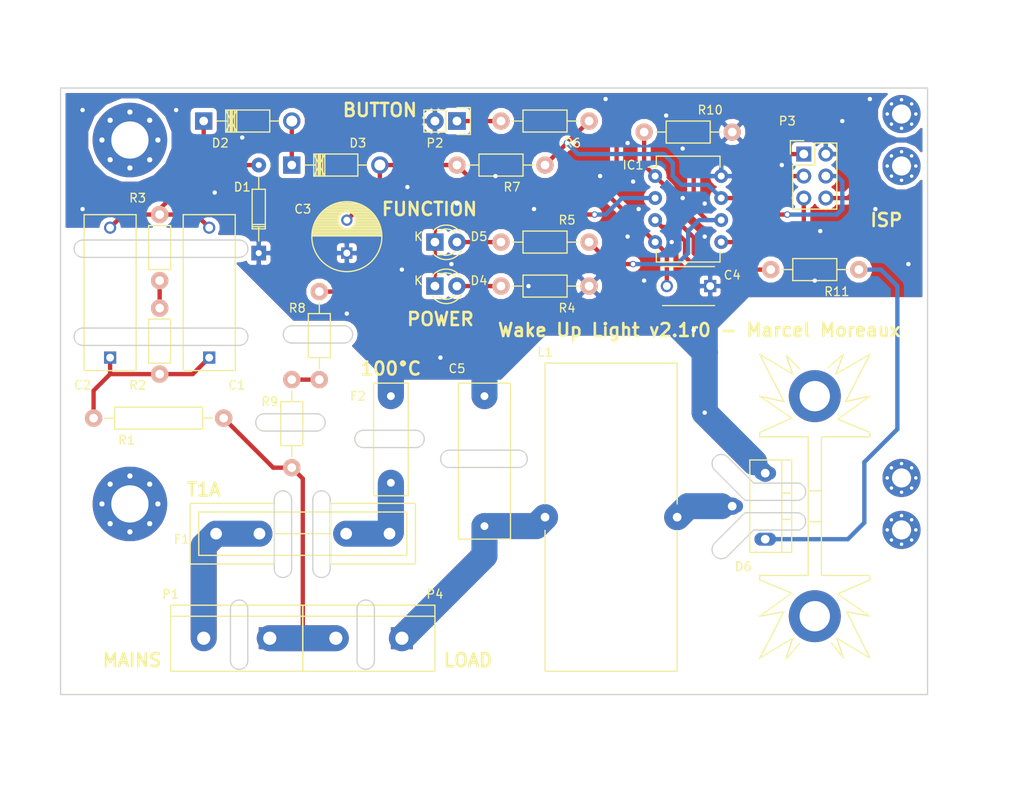
<source format=kicad_pcb>
(kicad_pcb (version 4) (host pcbnew 4.0.5+dfsg1-4)

  (general
    (links 87)
    (no_connects 0)
    (area 58.344999 73.584999 158.495001 143.735001)
    (thickness 1.6)
    (drawings 65)
    (tracks 165)
    (zones 0)
    (modules 73)
    (nets 23)
  )

  (page A4)
  (title_block
    (title "Wake Up Light v2.1")
    (date 2019-03-11)
    (rev 0)
    (company "Marcel Moreaux")
    (comment 1 "Leading-edge phase cutting triac dimmer")
    (comment 2 "Slow-start dimmer for Wake Up Light")
  )

  (layers
    (0 F.Cu signal)
    (31 B.Cu signal)
    (32 B.Adhes user)
    (33 F.Adhes user)
    (34 B.Paste user)
    (35 F.Paste user)
    (36 B.SilkS user)
    (37 F.SilkS user)
    (38 B.Mask user)
    (39 F.Mask user)
    (40 Dwgs.User user)
    (41 Cmts.User user)
    (42 Eco1.User user)
    (43 Eco2.User user)
    (44 Edge.Cuts user)
    (45 Margin user)
    (46 B.CrtYd user)
    (47 F.CrtYd user)
    (48 B.Fab user)
    (49 F.Fab user)
  )

  (setup
    (last_trace_width 3)
    (user_trace_width 2)
    (user_trace_width 3)
    (trace_clearance 0.5)
    (zone_clearance 0.508)
    (zone_45_only yes)
    (trace_min 0.5)
    (segment_width 0.2)
    (edge_width 0.15)
    (via_size 0.75)
    (via_drill 0.5)
    (via_min_size 0.75)
    (via_min_drill 0.5)
    (uvia_size 0.3)
    (uvia_drill 0.1)
    (uvias_allowed no)
    (uvia_min_size 0.2)
    (uvia_min_drill 0.1)
    (pcb_text_width 0.3)
    (pcb_text_size 1.5 1.5)
    (mod_edge_width 0.15)
    (mod_text_size 1 1)
    (mod_text_width 0.15)
    (pad_size 0.75 0.75)
    (pad_drill 0.5)
    (pad_to_mask_clearance 0.2)
    (aux_axis_origin 0 0)
    (visible_elements FFFFEF7F)
    (pcbplotparams
      (layerselection 0x010e0_80000001)
      (usegerberextensions true)
      (excludeedgelayer true)
      (linewidth 0.100000)
      (plotframeref false)
      (viasonmask false)
      (mode 1)
      (useauxorigin false)
      (hpglpennumber 1)
      (hpglpenspeed 20)
      (hpglpendiameter 15)
      (hpglpenoverlay 2)
      (psnegative false)
      (psa4output false)
      (plotreference true)
      (plotvalue true)
      (plotinvisibletext false)
      (padsonsilk false)
      (subtractmaskfromsilk false)
      (outputformat 1)
      (mirror false)
      (drillshape 0)
      (scaleselection 1)
      (outputdirectory gerber/))
  )

  (net 0 "")
  (net 1 "Net-(C1-Pad1)")
  (net 2 "Net-(C1-Pad2)")
  (net 3 GND)
  (net 4 -5V)
  (net 5 "Net-(C5-Pad1)")
  (net 6 "Net-(D2-Pad2)")
  (net 7 "Net-(D4-Pad2)")
  (net 8 "Net-(D5-Pad2)")
  (net 9 "Net-(D6-Pad2)")
  (net 10 "Net-(F1-Pad2)")
  (net 11 "Net-(F1-Pad1)")
  (net 12 "Net-(IC1-Pad1)")
  (net 13 "Net-(IC1-Pad2)")
  (net 14 "Net-(IC1-Pad3)")
  (net 15 "Net-(IC1-Pad5)")
  (net 16 "Net-(IC1-Pad6)")
  (net 17 "Net-(IC1-Pad7)")
  (net 18 "Net-(P1-Pad1)")
  (net 19 "Net-(P2-Pad1)")
  (net 20 "Net-(R2-Pad2)")
  (net 21 "Net-(R8-Pad1)")
  (net 22 "Net-(D6-Pad3)")

  (net_class Default "This is the default net class."
    (clearance 0.5)
    (trace_width 0.5)
    (via_dia 0.75)
    (via_drill 0.5)
    (uvia_dia 0.3)
    (uvia_drill 0.1)
    (add_net -5V)
    (add_net GND)
    (add_net "Net-(C1-Pad1)")
    (add_net "Net-(C1-Pad2)")
    (add_net "Net-(C5-Pad1)")
    (add_net "Net-(D2-Pad2)")
    (add_net "Net-(D4-Pad2)")
    (add_net "Net-(D5-Pad2)")
    (add_net "Net-(D6-Pad2)")
    (add_net "Net-(D6-Pad3)")
    (add_net "Net-(F1-Pad1)")
    (add_net "Net-(F1-Pad2)")
    (add_net "Net-(IC1-Pad1)")
    (add_net "Net-(IC1-Pad2)")
    (add_net "Net-(IC1-Pad3)")
    (add_net "Net-(IC1-Pad5)")
    (add_net "Net-(IC1-Pad6)")
    (add_net "Net-(IC1-Pad7)")
    (add_net "Net-(P1-Pad1)")
    (add_net "Net-(P2-Pad1)")
    (add_net "Net-(R2-Pad2)")
    (add_net "Net-(R8-Pad1)")
  )

  (net_class HV ""
    (clearance 8)
    (trace_width 0.5)
    (via_dia 0.75)
    (via_drill 0.5)
    (uvia_dia 0.3)
    (uvia_drill 0.1)
  )

  (module Housings_DIP:DIP-8_W7.62mm (layer F.Cu) (tedit 54130A77) (tstamp 5C86B9CA)
    (at 127 83.82)
    (descr "8-lead dip package, row spacing 7.62 mm (300 mils)")
    (tags "dil dip 2.54 300")
    (path /5C8663C8)
    (fp_text reference IC1 (at -2.54 -1.27) (layer F.SilkS)
      (effects (font (size 1 1) (thickness 0.15)))
    )
    (fp_text value _ATTINY45-P (at 10.16 2.54 90) (layer F.Fab)
      (effects (font (size 1 1) (thickness 0.15)))
    )
    (fp_line (start -1.05 -2.45) (end -1.05 10.1) (layer F.CrtYd) (width 0.05))
    (fp_line (start 8.65 -2.45) (end 8.65 10.1) (layer F.CrtYd) (width 0.05))
    (fp_line (start -1.05 -2.45) (end 8.65 -2.45) (layer F.CrtYd) (width 0.05))
    (fp_line (start -1.05 10.1) (end 8.65 10.1) (layer F.CrtYd) (width 0.05))
    (fp_line (start 0.135 -2.295) (end 0.135 -1.025) (layer F.SilkS) (width 0.15))
    (fp_line (start 7.485 -2.295) (end 7.485 -1.025) (layer F.SilkS) (width 0.15))
    (fp_line (start 7.485 9.915) (end 7.485 8.645) (layer F.SilkS) (width 0.15))
    (fp_line (start 0.135 9.915) (end 0.135 8.645) (layer F.SilkS) (width 0.15))
    (fp_line (start 0.135 -2.295) (end 7.485 -2.295) (layer F.SilkS) (width 0.15))
    (fp_line (start 0.135 9.915) (end 7.485 9.915) (layer F.SilkS) (width 0.15))
    (fp_line (start 0.135 -1.025) (end -0.8 -1.025) (layer F.SilkS) (width 0.15))
    (pad 1 thru_hole oval (at 0 0) (size 1.6 1.6) (drill 0.8) (layers *.Cu *.Mask)
      (net 12 "Net-(IC1-Pad1)"))
    (pad 2 thru_hole oval (at 0 2.54) (size 1.6 1.6) (drill 0.8) (layers *.Cu *.Mask)
      (net 13 "Net-(IC1-Pad2)"))
    (pad 3 thru_hole oval (at 0 5.08) (size 1.6 1.6) (drill 0.8) (layers *.Cu *.Mask)
      (net 14 "Net-(IC1-Pad3)"))
    (pad 4 thru_hole oval (at 0 7.62) (size 1.6 1.6) (drill 0.8) (layers *.Cu *.Mask)
      (net 4 -5V))
    (pad 5 thru_hole oval (at 7.62 7.62) (size 1.6 1.6) (drill 0.8) (layers *.Cu *.Mask)
      (net 15 "Net-(IC1-Pad5)"))
    (pad 6 thru_hole oval (at 7.62 5.08) (size 1.6 1.6) (drill 0.8) (layers *.Cu *.Mask)
      (net 16 "Net-(IC1-Pad6)"))
    (pad 7 thru_hole oval (at 7.62 2.54) (size 1.6 1.6) (drill 0.8) (layers *.Cu *.Mask)
      (net 17 "Net-(IC1-Pad7)"))
    (pad 8 thru_hole oval (at 7.62 0) (size 1.6 1.6) (drill 0.8) (layers *.Cu *.Mask)
      (net 3 GND))
    (model Housings_DIP.3dshapes/DIP-8_W7.62mm.wrl
      (at (xyz 0 0 0))
      (scale (xyz 1 1 1))
      (rotate (xyz 0 0 0))
    )
  )

  (module WakeUpLight:VIA-0.75mm (layer F.Cu) (tedit 5C882AC0) (tstamp 5C882E3E)
    (at 131.445 101.6)
    (fp_text reference REF** (at 0 1.27) (layer F.SilkS) hide
      (effects (font (size 1 1) (thickness 0.15)))
    )
    (fp_text value VIA-0.75mm (at 0 -1.27) (layer F.Fab) hide
      (effects (font (size 1 1) (thickness 0.15)))
    )
    (pad 1 thru_hole circle (at 0 0) (size 0.75 0.75) (drill 0.5) (layers *.Cu)
      (net 3 GND) (zone_connect 2))
  )

  (module WakeUpLight:VIA-0.75mm (layer F.Cu) (tedit 5C882AC0) (tstamp 5C882E38)
    (at 132.715 111.125)
    (fp_text reference REF** (at 0 1.27) (layer F.SilkS) hide
      (effects (font (size 1 1) (thickness 0.15)))
    )
    (fp_text value VIA-0.75mm (at 0 -1.27) (layer F.Fab) hide
      (effects (font (size 1 1) (thickness 0.15)))
    )
    (pad 1 thru_hole circle (at 0 0) (size 0.75 0.75) (drill 0.5) (layers *.Cu)
      (net 3 GND) (zone_connect 2))
  )

  (module WakeUpLight:VIA-0.75mm (layer F.Cu) (tedit 5C882AC0) (tstamp 5C882DF4)
    (at 130.175 86.36)
    (fp_text reference REF** (at 0 1.27) (layer F.SilkS) hide
      (effects (font (size 1 1) (thickness 0.15)))
    )
    (fp_text value VIA-0.75mm (at 0 -1.27) (layer F.Fab) hide
      (effects (font (size 1 1) (thickness 0.15)))
    )
    (pad 1 thru_hole circle (at 0 0) (size 0.75 0.75) (drill 0.5) (layers *.Cu)
      (net 3 GND) (zone_connect 2))
  )

  (module WakeUpLight:VIA-0.75mm (layer F.Cu) (tedit 5C882AC0) (tstamp 5C882D2D)
    (at 125.73 95.885)
    (fp_text reference REF** (at 0 1.27) (layer F.SilkS) hide
      (effects (font (size 1 1) (thickness 0.15)))
    )
    (fp_text value VIA-0.75mm (at 0 -1.27) (layer F.Fab) hide
      (effects (font (size 1 1) (thickness 0.15)))
    )
    (pad 1 thru_hole circle (at 0 0) (size 0.75 0.75) (drill 0.5) (layers *.Cu)
      (net 3 GND) (zone_connect 2))
  )

  (module WakeUpLight:VIA-0.75mm (layer F.Cu) (tedit 5C882AC0) (tstamp 5C882D0B)
    (at 112.395 96.52)
    (fp_text reference REF** (at 0 1.27) (layer F.SilkS) hide
      (effects (font (size 1 1) (thickness 0.15)))
    )
    (fp_text value VIA-0.75mm (at 0 -1.27) (layer F.Fab) hide
      (effects (font (size 1 1) (thickness 0.15)))
    )
    (pad 1 thru_hole circle (at 0 0) (size 0.75 0.75) (drill 0.5) (layers *.Cu)
      (net 3 GND) (zone_connect 2))
  )

  (module WakeUpLight:VIA-0.75mm (layer F.Cu) (tedit 5C882AC0) (tstamp 5C882D03)
    (at 113.03 87.63)
    (fp_text reference REF** (at 0 1.27) (layer F.SilkS) hide
      (effects (font (size 1 1) (thickness 0.15)))
    )
    (fp_text value VIA-0.75mm (at 0 -1.27) (layer F.Fab) hide
      (effects (font (size 1 1) (thickness 0.15)))
    )
    (pad 1 thru_hole circle (at 0 0) (size 0.75 0.75) (drill 0.5) (layers *.Cu)
      (net 3 GND) (zone_connect 2))
  )

  (module WakeUpLight:VIA-0.75mm (layer F.Cu) (tedit 5C882AC0) (tstamp 5C882CFA)
    (at 97.79 94.615)
    (fp_text reference REF** (at 0 1.27) (layer F.SilkS) hide
      (effects (font (size 1 1) (thickness 0.15)))
    )
    (fp_text value VIA-0.75mm (at 0 -1.27) (layer F.Fab) hide
      (effects (font (size 1 1) (thickness 0.15)))
    )
    (pad 1 thru_hole circle (at 0 0) (size 0.75 0.75) (drill 0.5) (layers *.Cu)
      (net 3 GND) (zone_connect 2))
  )

  (module WakeUpLight:VIA-0.75mm (layer F.Cu) (tedit 5C882AC0) (tstamp 5C882CED)
    (at 103.505 93.98)
    (fp_text reference REF** (at 0 1.27) (layer F.SilkS) hide
      (effects (font (size 1 1) (thickness 0.15)))
    )
    (fp_text value VIA-0.75mm (at 0 -1.27) (layer F.Fab) hide
      (effects (font (size 1 1) (thickness 0.15)))
    )
    (pad 1 thru_hole circle (at 0 0) (size 0.75 0.75) (drill 0.5) (layers *.Cu)
      (net 3 GND) (zone_connect 2))
  )

  (module WakeUpLight:VIA-0.75mm (layer F.Cu) (tedit 5C882AC0) (tstamp 5C882CE5)
    (at 104.14 86.995)
    (fp_text reference REF** (at 0 1.27) (layer F.SilkS) hide
      (effects (font (size 1 1) (thickness 0.15)))
    )
    (fp_text value VIA-0.75mm (at 0 -1.27) (layer F.Fab) hide
      (effects (font (size 1 1) (thickness 0.15)))
    )
    (pad 1 thru_hole circle (at 0 0) (size 0.75 0.75) (drill 0.5) (layers *.Cu)
      (net 3 GND) (zone_connect 2))
  )

  (module WakeUpLight:VIA-0.75mm (layer F.Cu) (tedit 5C882AC0) (tstamp 5C882CE1)
    (at 98.425 85.09)
    (fp_text reference REF** (at 0 1.27) (layer F.SilkS) hide
      (effects (font (size 1 1) (thickness 0.15)))
    )
    (fp_text value VIA-0.75mm (at 0 -1.27) (layer F.Fab) hide
      (effects (font (size 1 1) (thickness 0.15)))
    )
    (pad 1 thru_hole circle (at 0 0) (size 0.75 0.75) (drill 0.5) (layers *.Cu)
      (net 3 GND) (zone_connect 2))
  )

  (module WakeUpLight:VIA-0.75mm (layer F.Cu) (tedit 5C882AC0) (tstamp 5C882CD7)
    (at 108.585 83.82)
    (fp_text reference REF** (at 0 1.27) (layer F.SilkS) hide
      (effects (font (size 1 1) (thickness 0.15)))
    )
    (fp_text value VIA-0.75mm (at 0 -1.27) (layer F.Fab) hide
      (effects (font (size 1 1) (thickness 0.15)))
    )
    (pad 1 thru_hole circle (at 0 0) (size 0.75 0.75) (drill 0.5) (layers *.Cu)
      (net 3 GND) (zone_connect 2))
  )

  (module WakeUpLight:VIA-0.75mm (layer F.Cu) (tedit 5C882AC0) (tstamp 5C882CD2)
    (at 120.65 83.82)
    (fp_text reference REF** (at 0 1.27) (layer F.SilkS) hide
      (effects (font (size 1 1) (thickness 0.15)))
    )
    (fp_text value VIA-0.75mm (at 0 -1.27) (layer F.Fab) hide
      (effects (font (size 1 1) (thickness 0.15)))
    )
    (pad 1 thru_hole circle (at 0 0) (size 0.75 0.75) (drill 0.5) (layers *.Cu)
      (net 3 GND) (zone_connect 2))
  )

  (module WakeUpLight:VIA-0.75mm (layer F.Cu) (tedit 5C882AC0) (tstamp 5C882CCB)
    (at 121.285 74.93)
    (fp_text reference REF** (at 0 1.27) (layer F.SilkS) hide
      (effects (font (size 1 1) (thickness 0.15)))
    )
    (fp_text value VIA-0.75mm (at 0 -1.27) (layer F.Fab) hide
      (effects (font (size 1 1) (thickness 0.15)))
    )
    (pad 1 thru_hole circle (at 0 0) (size 0.75 0.75) (drill 0.5) (layers *.Cu)
      (net 3 GND) (zone_connect 2))
  )

  (module WakeUpLight:VIA-0.75mm (layer F.Cu) (tedit 5C882AC0) (tstamp 5C882CC7)
    (at 151.765 74.93)
    (fp_text reference REF** (at 0 1.27) (layer F.SilkS) hide
      (effects (font (size 1 1) (thickness 0.15)))
    )
    (fp_text value VIA-0.75mm (at 0 -1.27) (layer F.Fab) hide
      (effects (font (size 1 1) (thickness 0.15)))
    )
    (pad 1 thru_hole circle (at 0 0) (size 0.75 0.75) (drill 0.5) (layers *.Cu)
      (net 3 GND) (zone_connect 2))
  )

  (module WakeUpLight:VIA-0.75mm (layer F.Cu) (tedit 5C882AC0) (tstamp 5C882CA3)
    (at 123.825 90.805)
    (fp_text reference REF** (at 0 1.27) (layer F.SilkS) hide
      (effects (font (size 1 1) (thickness 0.15)))
    )
    (fp_text value VIA-0.75mm (at 0 -1.27) (layer F.Fab) hide
      (effects (font (size 1 1) (thickness 0.15)))
    )
    (pad 1 thru_hole circle (at 0 0) (size 0.75 0.75) (drill 0.5) (layers *.Cu)
      (net 3 GND) (zone_connect 2))
  )

  (module WakeUpLight:VIA-0.75mm (layer F.Cu) (tedit 5C882AC0) (tstamp 5C882C97)
    (at 128.905 91.44)
    (fp_text reference REF** (at 0 1.27) (layer F.SilkS) hide
      (effects (font (size 1 1) (thickness 0.15)))
    )
    (fp_text value VIA-0.75mm (at 0 -1.27) (layer F.Fab) hide
      (effects (font (size 1 1) (thickness 0.15)))
    )
    (pad 1 thru_hole circle (at 0 0) (size 0.75 0.75) (drill 0.5) (layers *.Cu)
      (net 3 GND) (zone_connect 2))
  )

  (module WakeUpLight:VIA-0.75mm (layer F.Cu) (tedit 5C882AC0) (tstamp 5C882C93)
    (at 123.825 80.01)
    (fp_text reference REF** (at 0 1.27) (layer F.SilkS) hide
      (effects (font (size 1 1) (thickness 0.15)))
    )
    (fp_text value VIA-0.75mm (at 0 -1.27) (layer F.Fab) hide
      (effects (font (size 1 1) (thickness 0.15)))
    )
    (pad 1 thru_hole circle (at 0 0) (size 0.75 0.75) (drill 0.5) (layers *.Cu)
      (net 3 GND) (zone_connect 2))
  )

  (module WakeUpLight:VIA-0.75mm (layer F.Cu) (tedit 5C882AC0) (tstamp 5C882C8F)
    (at 124.46 84.455)
    (fp_text reference REF** (at 0 1.27) (layer F.SilkS) hide
      (effects (font (size 1 1) (thickness 0.15)))
    )
    (fp_text value VIA-0.75mm (at 0 -1.27) (layer F.Fab) hide
      (effects (font (size 1 1) (thickness 0.15)))
    )
    (pad 1 thru_hole circle (at 0 0) (size 0.75 0.75) (drill 0.5) (layers *.Cu)
      (net 3 GND) (zone_connect 2))
  )

  (module WakeUpLight:VIA-0.75mm (layer F.Cu) (tedit 5C882AC0) (tstamp 5C882C8B)
    (at 125.095 87.63)
    (fp_text reference REF** (at 0 1.27) (layer F.SilkS) hide
      (effects (font (size 1 1) (thickness 0.15)))
    )
    (fp_text value VIA-0.75mm (at 0 -1.27) (layer F.Fab) hide
      (effects (font (size 1 1) (thickness 0.15)))
    )
    (pad 1 thru_hole circle (at 0 0) (size 0.75 0.75) (drill 0.5) (layers *.Cu)
      (net 3 GND) (zone_connect 2))
  )

  (module WakeUpLight:VIA-0.75mm (layer F.Cu) (tedit 5C882AC0) (tstamp 5C882C86)
    (at 148.59 77.47)
    (fp_text reference REF** (at 0 1.27) (layer F.SilkS) hide
      (effects (font (size 1 1) (thickness 0.15)))
    )
    (fp_text value VIA-0.75mm (at 0 -1.27) (layer F.Fab) hide
      (effects (font (size 1 1) (thickness 0.15)))
    )
    (pad 1 thru_hole circle (at 0 0) (size 0.75 0.75) (drill 0.5) (layers *.Cu)
      (net 3 GND) (zone_connect 2))
  )

  (module WakeUpLight:VIA-0.75mm (layer F.Cu) (tedit 5C882AC0) (tstamp 5C882C7D)
    (at 128.27 76.835)
    (fp_text reference REF** (at 0 1.27) (layer F.SilkS) hide
      (effects (font (size 1 1) (thickness 0.15)))
    )
    (fp_text value VIA-0.75mm (at 0 -1.27) (layer F.Fab) hide
      (effects (font (size 1 1) (thickness 0.15)))
    )
    (pad 1 thru_hole circle (at 0 0) (size 0.75 0.75) (drill 0.5) (layers *.Cu)
      (net 3 GND) (zone_connect 2))
  )

  (module WakeUpLight:VIA-0.75mm (layer F.Cu) (tedit 5C882AC0) (tstamp 5C882C6F)
    (at 130.175 80.645)
    (fp_text reference REF** (at 0 1.27) (layer F.SilkS) hide
      (effects (font (size 1 1) (thickness 0.15)))
    )
    (fp_text value VIA-0.75mm (at 0 -1.27) (layer F.Fab) hide
      (effects (font (size 1 1) (thickness 0.15)))
    )
    (pad 1 thru_hole circle (at 0 0) (size 0.75 0.75) (drill 0.5) (layers *.Cu)
      (net 3 GND) (zone_connect 2))
  )

  (module WakeUpLight:VIA-0.75mm (layer F.Cu) (tedit 5C882AC0) (tstamp 5C882C4B)
    (at 141.605 82.55)
    (fp_text reference REF** (at 0 1.27) (layer F.SilkS) hide
      (effects (font (size 1 1) (thickness 0.15)))
    )
    (fp_text value VIA-0.75mm (at 0 -1.27) (layer F.Fab) hide
      (effects (font (size 1 1) (thickness 0.15)))
    )
    (pad 1 thru_hole circle (at 0 0) (size 0.75 0.75) (drill 0.5) (layers *.Cu)
      (net 3 GND) (zone_connect 2))
  )

  (module WakeUpLight:VIA-0.75mm (layer F.Cu) (tedit 5C882AC0) (tstamp 5C882C43)
    (at 132.715 86.995)
    (fp_text reference REF** (at 0 1.27) (layer F.SilkS) hide
      (effects (font (size 1 1) (thickness 0.15)))
    )
    (fp_text value VIA-0.75mm (at 0 -1.27) (layer F.Fab) hide
      (effects (font (size 1 1) (thickness 0.15)))
    )
    (pad 1 thru_hole circle (at 0 0) (size 0.75 0.75) (drill 0.5) (layers *.Cu)
      (net 3 GND) (zone_connect 2))
  )

  (module WakeUpLight:VIA-0.75mm (layer F.Cu) (tedit 5C882AC0) (tstamp 5C882C0F)
    (at 132.715 90.805)
    (fp_text reference REF** (at 0 1.27) (layer F.SilkS) hide
      (effects (font (size 1 1) (thickness 0.15)))
    )
    (fp_text value VIA-0.75mm (at 0 -1.27) (layer F.Fab) hide
      (effects (font (size 1 1) (thickness 0.15)))
    )
    (pad 1 thru_hole circle (at 0 0) (size 0.75 0.75) (drill 0.5) (layers *.Cu)
      (net 3 GND) (zone_connect 2))
  )

  (module WakeUpLight:VIA-0.75mm (layer F.Cu) (tedit 5C882AC0) (tstamp 5C882C02)
    (at 146.05 90.17)
    (fp_text reference REF** (at 0 1.27) (layer F.SilkS) hide
      (effects (font (size 1 1) (thickness 0.15)))
    )
    (fp_text value VIA-0.75mm (at 0 -1.27) (layer F.Fab) hide
      (effects (font (size 1 1) (thickness 0.15)))
    )
    (pad 1 thru_hole circle (at 0 0) (size 0.75 0.75) (drill 0.5) (layers *.Cu)
      (net 3 GND) (zone_connect 2))
  )

  (module WakeUpLight:VIA-0.75mm (layer F.Cu) (tedit 5C882AC0) (tstamp 5C882BF6)
    (at 152.4 87.63)
    (fp_text reference REF** (at 0 1.27) (layer F.SilkS) hide
      (effects (font (size 1 1) (thickness 0.15)))
    )
    (fp_text value VIA-0.75mm (at 0 -1.27) (layer F.Fab) hide
      (effects (font (size 1 1) (thickness 0.15)))
    )
    (pad 1 thru_hole circle (at 0 0) (size 0.75 0.75) (drill 0.5) (layers *.Cu)
      (net 3 GND) (zone_connect 2))
  )

  (module WakeUpLight:VIA-0.75mm (layer F.Cu) (tedit 5C882AC0) (tstamp 5C882BDB)
    (at 156.21 93.98)
    (fp_text reference REF** (at 0 1.27) (layer F.SilkS) hide
      (effects (font (size 1 1) (thickness 0.15)))
    )
    (fp_text value VIA-0.75mm (at 0 -1.27) (layer F.Fab) hide
      (effects (font (size 1 1) (thickness 0.15)))
    )
    (pad 1 thru_hole circle (at 0 0) (size 0.75 0.75) (drill 0.5) (layers *.Cu)
      (net 3 GND) (zone_connect 2))
  )

  (module WakeUpLight:VIA-0.75mm (layer F.Cu) (tedit 5C882AC0) (tstamp 5C882BC6)
    (at 145.415 95.885)
    (fp_text reference REF** (at 0 1.27) (layer F.SilkS) hide
      (effects (font (size 1 1) (thickness 0.15)))
    )
    (fp_text value VIA-0.75mm (at 0 -1.27) (layer F.Fab) hide
      (effects (font (size 1 1) (thickness 0.15)))
    )
    (pad 1 thru_hole circle (at 0 0) (size 0.75 0.75) (drill 0.5) (layers *.Cu)
      (net 3 GND) (zone_connect 2))
  )

  (module WakeUpLight:VIA-0.75mm (layer F.Cu) (tedit 5C882AC0) (tstamp 5C882BBF)
    (at 102.235 104.775)
    (fp_text reference REF** (at 0 1.27) (layer F.SilkS) hide
      (effects (font (size 1 1) (thickness 0.15)))
    )
    (fp_text value VIA-0.75mm (at 0 -1.27) (layer F.Fab) hide
      (effects (font (size 1 1) (thickness 0.15)))
    )
    (pad 1 thru_hole circle (at 0 0) (size 0.75 0.75) (drill 0.5) (layers *.Cu)
      (net 3 GND) (zone_connect 2))
  )

  (module WakeUpLight:VIA-0.75mm (layer F.Cu) (tedit 5C882AC0) (tstamp 5C882BB8)
    (at 91.44 99.695)
    (fp_text reference REF** (at 0 1.27) (layer F.SilkS) hide
      (effects (font (size 1 1) (thickness 0.15)))
    )
    (fp_text value VIA-0.75mm (at 0 -1.27) (layer F.Fab) hide
      (effects (font (size 1 1) (thickness 0.15)))
    )
    (pad 1 thru_hole circle (at 0 0) (size 0.75 0.75) (drill 0.5) (layers *.Cu)
      (net 3 GND) (zone_connect 2))
  )

  (module WakeUpLight:VIA-0.75mm (layer F.Cu) (tedit 5C882AC0) (tstamp 5C882BAF)
    (at 76.2 85.725)
    (fp_text reference REF** (at 0 1.27) (layer F.SilkS) hide
      (effects (font (size 1 1) (thickness 0.15)))
    )
    (fp_text value VIA-0.75mm (at 0 -1.27) (layer F.Fab) hide
      (effects (font (size 1 1) (thickness 0.15)))
    )
    (pad 1 thru_hole circle (at 0 0) (size 0.75 0.75) (drill 0.5) (layers *.Cu)
      (net 3 GND) (zone_connect 2))
  )

  (module WakeUpLight:VIA-0.75mm (layer F.Cu) (tedit 5C882AC0) (tstamp 5C882B96)
    (at 79.375 79.375)
    (fp_text reference REF** (at 0 1.27) (layer F.SilkS) hide
      (effects (font (size 1 1) (thickness 0.15)))
    )
    (fp_text value VIA-0.75mm (at 0 -1.27) (layer F.Fab) hide
      (effects (font (size 1 1) (thickness 0.15)))
    )
    (pad 1 thru_hole circle (at 0 0) (size 0.75 0.75) (drill 0.5) (layers *.Cu)
      (net 3 GND) (zone_connect 2))
  )

  (module WakeUpLight:VIA-0.75mm (layer F.Cu) (tedit 5C882AC0) (tstamp 5C882B92)
    (at 71.755 76.2)
    (fp_text reference REF** (at 0 1.27) (layer F.SilkS) hide
      (effects (font (size 1 1) (thickness 0.15)))
    )
    (fp_text value VIA-0.75mm (at 0 -1.27) (layer F.Fab) hide
      (effects (font (size 1 1) (thickness 0.15)))
    )
    (pad 1 thru_hole circle (at 0 0) (size 0.75 0.75) (drill 0.5) (layers *.Cu)
      (net 3 GND) (zone_connect 2))
  )

  (module WakeUpLight:VIA-0.75mm (layer F.Cu) (tedit 5C882AC0) (tstamp 5C882B52)
    (at 60.96 76.2)
    (fp_text reference REF** (at 0 1.27) (layer F.SilkS) hide
      (effects (font (size 1 1) (thickness 0.15)))
    )
    (fp_text value VIA-0.75mm (at 0 -1.27) (layer F.Fab) hide
      (effects (font (size 1 1) (thickness 0.15)))
    )
    (pad 1 thru_hole circle (at 0 0) (size 0.75 0.75) (drill 0.5) (layers *.Cu)
      (net 3 GND) (zone_connect 2))
  )

  (module WakeUpLight:TO-220_Wide (layer F.Cu) (tedit 5C88007E) (tstamp 5C8801B0)
    (at 139.7 121.92 270)
    (descr "TO-220, Neutral, Vertical, Widely spced")
    (tags "TO-220, Neutral, Vertical,")
    (path /5C880738)
    (fp_text reference D6 (at 6.985 2.54 360) (layer F.SilkS)
      (effects (font (size 1 1) (thickness 0.15)))
    )
    (fp_text value BT137 (at -6.985 1.905 360) (layer F.Fab)
      (effects (font (size 1 1) (thickness 0.15)))
    )
    (fp_line (start -1.524 -3.048) (end -1.524 -1.905) (layer F.SilkS) (width 0.15))
    (fp_line (start 1.524 -3.048) (end 1.524 -1.905) (layer F.SilkS) (width 0.15))
    (fp_line (start 5.334 -1.905) (end 5.334 1.778) (layer F.SilkS) (width 0.15))
    (fp_line (start 5.334 1.778) (end -5.334 1.778) (layer F.SilkS) (width 0.15))
    (fp_line (start -5.334 1.778) (end -5.334 -1.905) (layer F.SilkS) (width 0.15))
    (fp_line (start 5.334 -3.048) (end 5.334 -1.905) (layer F.SilkS) (width 0.15))
    (fp_line (start 5.334 -1.905) (end -5.334 -1.905) (layer F.SilkS) (width 0.15))
    (fp_line (start -5.334 -1.905) (end -5.334 -3.048) (layer F.SilkS) (width 0.15))
    (fp_line (start 0 -3.048) (end -5.334 -3.048) (layer F.SilkS) (width 0.15))
    (fp_line (start 0 -3.048) (end 5.334 -3.048) (layer F.SilkS) (width 0.15))
    (pad 2 thru_hole oval (at 0 3.81) (size 2.49936 1.50114) (drill 1.00076) (layers *.Cu *.Mask)
      (net 9 "Net-(D6-Pad2)"))
    (pad 1 thru_hole oval (at -3.81 0) (size 2.49936 1.50114) (drill 1.00076) (layers *.Cu *.Mask)
      (net 3 GND))
    (pad 3 thru_hole oval (at 3.81 0) (size 2.49936 1.50114) (drill 1.00076) (layers *.Cu *.Mask)
      (net 22 "Net-(D6-Pad3)"))
    (model TO_SOT_Packages_THT.3dshapes/TO-220_Neutral123_Vertical.wrl
      (at (xyz 0 0 0))
      (scale (xyz 0.3937 0.3937 0.3937))
      (rotate (xyz 0 0 0))
    )
  )

  (module WakeUpLight:Choke_Toroid_15x36mm_Vertical (layer F.Cu) (tedit 5C86A526) (tstamp 5C86B9D6)
    (at 114.3 123.19 270)
    (descr "Toroid, Coil, Choke,  6,5mm x 13mm, Vertical, Inductor, Drossel, Thruhole,")
    (tags "Toroid, Coil, Choke, Vertical, Inductor, Drossel, Thruhole,")
    (path /5C85515C)
    (fp_text reference L1 (at -19.05 0 360) (layer F.SilkS)
      (effects (font (size 1 1) (thickness 0.15)))
    )
    (fp_text value 1.5mH (at -19.05 -4.445 360) (layer F.Fab)
      (effects (font (size 1 1) (thickness 0.15)))
    )
    (fp_line (start 17.78 0) (end 1.524 0) (layer F.SilkS) (width 0.15))
    (fp_line (start -17.78 0) (end -1.524 0) (layer F.SilkS) (width 0.15))
    (fp_line (start -1.524 -15.24) (end -17.78 -15.24) (layer F.SilkS) (width 0.15))
    (fp_line (start 17.78 -15.24) (end 1.524 -15.24) (layer F.SilkS) (width 0.15))
    (fp_line (start 17.78 0) (end 17.78 -15.24) (layer F.SilkS) (width 0.15))
    (fp_line (start -17.78 -15.24) (end -17.78 0) (layer F.SilkS) (width 0.15))
    (pad 1 thru_hole circle (at 0 0 270) (size 1.99898 1.99898) (drill 1.00076) (layers *.Cu *.Mask)
      (net 5 "Net-(C5-Pad1)"))
    (pad 2 thru_hole circle (at 0 -15.24 270) (size 1.99898 1.99898) (drill 1.00076) (layers *.Cu *.Mask)
      (net 9 "Net-(D6-Pad2)"))
  )

  (module Capacitors_ThroughHole:C_Rect_L18_W6_H12_P15 (layer F.Cu) (tedit 0) (tstamp 5C86B973)
    (at 75.565 104.775 90)
    (descr "Film Capacitor Length 18mm x Width 6mm x Height 12mm, Pitch 15mm")
    (tags "Kemet R.46 Capacitor")
    (path /5C85531A)
    (fp_text reference C1 (at -3.175 3.175 180) (layer F.SilkS)
      (effects (font (size 1 1) (thickness 0.15)))
    )
    (fp_text value 100n (at 7.5 0 90) (layer F.Fab)
      (effects (font (size 1 1) (thickness 0.15)))
    )
    (fp_line (start -1.75 -3.25) (end 16.75 -3.25) (layer F.CrtYd) (width 0.05))
    (fp_line (start 16.75 -3.25) (end 16.75 3.25) (layer F.CrtYd) (width 0.05))
    (fp_line (start 16.75 3.25) (end -1.75 3.25) (layer F.CrtYd) (width 0.05))
    (fp_line (start -1.75 3.25) (end -1.75 -3.25) (layer F.CrtYd) (width 0.05))
    (fp_line (start -1.5 -3) (end 16.5 -3) (layer F.SilkS) (width 0.15))
    (fp_line (start 16.5 -3) (end 16.5 3) (layer F.SilkS) (width 0.15))
    (fp_line (start 16.5 3) (end -1.5 3) (layer F.SilkS) (width 0.15))
    (fp_line (start -1.5 3) (end -1.5 -3) (layer F.SilkS) (width 0.15))
    (pad 1 thru_hole rect (at 0 0 90) (size 1.4 1.4) (drill 0.9) (layers *.Cu *.Mask)
      (net 1 "Net-(C1-Pad1)"))
    (pad 2 thru_hole circle (at 15 0 90) (size 1.4 1.4) (drill 0.9) (layers *.Cu *.Mask)
      (net 2 "Net-(C1-Pad2)"))
    (model Capacitors_ThroughHole.3dshapes/C_Rect_L18_W6_H12_P15.wrl
      (at (xyz 0.295276 0 0))
      (scale (xyz 4 4 4))
      (rotate (xyz 0 0 0))
    )
  )

  (module Capacitors_ThroughHole:C_Rect_L18_W6_H12_P15 (layer F.Cu) (tedit 0) (tstamp 5C86B979)
    (at 64.135 104.775 90)
    (descr "Film Capacitor Length 18mm x Width 6mm x Height 12mm, Pitch 15mm")
    (tags "Kemet R.46 Capacitor")
    (path /5C8553C1)
    (fp_text reference C2 (at -3.175 -3.175 180) (layer F.SilkS)
      (effects (font (size 1 1) (thickness 0.15)))
    )
    (fp_text value 100n (at 8.255 0 90) (layer F.Fab)
      (effects (font (size 1 1) (thickness 0.15)))
    )
    (fp_line (start -1.75 -3.25) (end 16.75 -3.25) (layer F.CrtYd) (width 0.05))
    (fp_line (start 16.75 -3.25) (end 16.75 3.25) (layer F.CrtYd) (width 0.05))
    (fp_line (start 16.75 3.25) (end -1.75 3.25) (layer F.CrtYd) (width 0.05))
    (fp_line (start -1.75 3.25) (end -1.75 -3.25) (layer F.CrtYd) (width 0.05))
    (fp_line (start -1.5 -3) (end 16.5 -3) (layer F.SilkS) (width 0.15))
    (fp_line (start 16.5 -3) (end 16.5 3) (layer F.SilkS) (width 0.15))
    (fp_line (start 16.5 3) (end -1.5 3) (layer F.SilkS) (width 0.15))
    (fp_line (start -1.5 3) (end -1.5 -3) (layer F.SilkS) (width 0.15))
    (pad 1 thru_hole rect (at 0 0 90) (size 1.4 1.4) (drill 0.9) (layers *.Cu *.Mask)
      (net 1 "Net-(C1-Pad1)"))
    (pad 2 thru_hole circle (at 15 0 90) (size 1.4 1.4) (drill 0.9) (layers *.Cu *.Mask)
      (net 2 "Net-(C1-Pad2)"))
    (model Capacitors_ThroughHole.3dshapes/C_Rect_L18_W6_H12_P15.wrl
      (at (xyz 0.295276 0 0))
      (scale (xyz 4 4 4))
      (rotate (xyz 0 0 0))
    )
  )

  (module Capacitors_ThroughHole:C_Radial_D8_L13_P3.8 (layer F.Cu) (tedit 0) (tstamp 5C86B97F)
    (at 91.44 92.71 90)
    (descr "Radial Electrolytic Capacitor Diameter 8mm x Length 13mm, Pitch 3.8mm")
    (tags "Electrolytic Capacitor")
    (path /5C855424)
    (fp_text reference C3 (at 5.08 -5.08 180) (layer F.SilkS)
      (effects (font (size 1 1) (thickness 0.15)))
    )
    (fp_text value 100µ (at -1.905 -4.445 180) (layer F.Fab)
      (effects (font (size 1 1) (thickness 0.15)))
    )
    (fp_line (start 1.975 -3.999) (end 1.975 3.999) (layer F.SilkS) (width 0.15))
    (fp_line (start 2.115 -3.994) (end 2.115 3.994) (layer F.SilkS) (width 0.15))
    (fp_line (start 2.255 -3.984) (end 2.255 3.984) (layer F.SilkS) (width 0.15))
    (fp_line (start 2.395 -3.969) (end 2.395 3.969) (layer F.SilkS) (width 0.15))
    (fp_line (start 2.535 -3.949) (end 2.535 3.949) (layer F.SilkS) (width 0.15))
    (fp_line (start 2.675 -3.924) (end 2.675 3.924) (layer F.SilkS) (width 0.15))
    (fp_line (start 2.815 -3.894) (end 2.815 -0.173) (layer F.SilkS) (width 0.15))
    (fp_line (start 2.815 0.173) (end 2.815 3.894) (layer F.SilkS) (width 0.15))
    (fp_line (start 2.955 -3.858) (end 2.955 -0.535) (layer F.SilkS) (width 0.15))
    (fp_line (start 2.955 0.535) (end 2.955 3.858) (layer F.SilkS) (width 0.15))
    (fp_line (start 3.095 -3.817) (end 3.095 -0.709) (layer F.SilkS) (width 0.15))
    (fp_line (start 3.095 0.709) (end 3.095 3.817) (layer F.SilkS) (width 0.15))
    (fp_line (start 3.235 -3.771) (end 3.235 -0.825) (layer F.SilkS) (width 0.15))
    (fp_line (start 3.235 0.825) (end 3.235 3.771) (layer F.SilkS) (width 0.15))
    (fp_line (start 3.375 -3.718) (end 3.375 -0.905) (layer F.SilkS) (width 0.15))
    (fp_line (start 3.375 0.905) (end 3.375 3.718) (layer F.SilkS) (width 0.15))
    (fp_line (start 3.515 -3.659) (end 3.515 -0.959) (layer F.SilkS) (width 0.15))
    (fp_line (start 3.515 0.959) (end 3.515 3.659) (layer F.SilkS) (width 0.15))
    (fp_line (start 3.655 -3.594) (end 3.655 -0.989) (layer F.SilkS) (width 0.15))
    (fp_line (start 3.655 0.989) (end 3.655 3.594) (layer F.SilkS) (width 0.15))
    (fp_line (start 3.795 -3.523) (end 3.795 -1) (layer F.SilkS) (width 0.15))
    (fp_line (start 3.795 1) (end 3.795 3.523) (layer F.SilkS) (width 0.15))
    (fp_line (start 3.935 -3.444) (end 3.935 -0.991) (layer F.SilkS) (width 0.15))
    (fp_line (start 3.935 0.991) (end 3.935 3.444) (layer F.SilkS) (width 0.15))
    (fp_line (start 4.075 -3.357) (end 4.075 -0.961) (layer F.SilkS) (width 0.15))
    (fp_line (start 4.075 0.961) (end 4.075 3.357) (layer F.SilkS) (width 0.15))
    (fp_line (start 4.215 -3.262) (end 4.215 -0.91) (layer F.SilkS) (width 0.15))
    (fp_line (start 4.215 0.91) (end 4.215 3.262) (layer F.SilkS) (width 0.15))
    (fp_line (start 4.355 -3.158) (end 4.355 -0.832) (layer F.SilkS) (width 0.15))
    (fp_line (start 4.355 0.832) (end 4.355 3.158) (layer F.SilkS) (width 0.15))
    (fp_line (start 4.495 -3.044) (end 4.495 -0.719) (layer F.SilkS) (width 0.15))
    (fp_line (start 4.495 0.719) (end 4.495 3.044) (layer F.SilkS) (width 0.15))
    (fp_line (start 4.635 -2.919) (end 4.635 -0.55) (layer F.SilkS) (width 0.15))
    (fp_line (start 4.635 0.55) (end 4.635 2.919) (layer F.SilkS) (width 0.15))
    (fp_line (start 4.775 -2.781) (end 4.775 -0.222) (layer F.SilkS) (width 0.15))
    (fp_line (start 4.775 0.222) (end 4.775 2.781) (layer F.SilkS) (width 0.15))
    (fp_line (start 4.915 -2.629) (end 4.915 2.629) (layer F.SilkS) (width 0.15))
    (fp_line (start 5.055 -2.459) (end 5.055 2.459) (layer F.SilkS) (width 0.15))
    (fp_line (start 5.195 -2.268) (end 5.195 2.268) (layer F.SilkS) (width 0.15))
    (fp_line (start 5.335 -2.05) (end 5.335 2.05) (layer F.SilkS) (width 0.15))
    (fp_line (start 5.475 -1.794) (end 5.475 1.794) (layer F.SilkS) (width 0.15))
    (fp_line (start 5.615 -1.483) (end 5.615 1.483) (layer F.SilkS) (width 0.15))
    (fp_line (start 5.755 -1.067) (end 5.755 1.067) (layer F.SilkS) (width 0.15))
    (fp_line (start 5.895 -0.2) (end 5.895 0.2) (layer F.SilkS) (width 0.15))
    (fp_circle (center 3.8 0) (end 3.8 -1) (layer F.SilkS) (width 0.15))
    (fp_circle (center 1.9 0) (end 1.9 -4.0375) (layer F.SilkS) (width 0.15))
    (fp_circle (center 1.9 0) (end 1.9 -4.3) (layer F.CrtYd) (width 0.05))
    (pad 1 thru_hole rect (at 0 0 90) (size 1.3 1.3) (drill 0.8) (layers *.Cu *.Mask)
      (net 3 GND))
    (pad 2 thru_hole circle (at 3.8 0 90) (size 1.3 1.3) (drill 0.8) (layers *.Cu *.Mask)
      (net 4 -5V))
    (model Capacitors_ThroughHole.3dshapes/C_Radial_D8_L13_P3.8.wrl
      (at (xyz 0.0748031 0 0))
      (scale (xyz 1 1 1))
      (rotate (xyz 0 0 90))
    )
  )

  (module Capacitors_ThroughHole:C_Disc_D6_P5 (layer F.Cu) (tedit 0) (tstamp 5C86B985)
    (at 133.35 96.52 180)
    (descr "Capacitor 6mm Disc, Pitch 5mm")
    (tags Capacitor)
    (path /5C855401)
    (fp_text reference C4 (at -2.54 1.27 180) (layer F.SilkS)
      (effects (font (size 1 1) (thickness 0.15)))
    )
    (fp_text value 100n (at -3.175 -0.635 180) (layer F.Fab)
      (effects (font (size 1 1) (thickness 0.15)))
    )
    (fp_line (start -0.95 -2.5) (end 5.95 -2.5) (layer F.CrtYd) (width 0.05))
    (fp_line (start 5.95 -2.5) (end 5.95 2.5) (layer F.CrtYd) (width 0.05))
    (fp_line (start 5.95 2.5) (end -0.95 2.5) (layer F.CrtYd) (width 0.05))
    (fp_line (start -0.95 2.5) (end -0.95 -2.5) (layer F.CrtYd) (width 0.05))
    (fp_line (start -0.5 -2.25) (end 5.5 -2.25) (layer F.SilkS) (width 0.15))
    (fp_line (start 5.5 2.25) (end -0.5 2.25) (layer F.SilkS) (width 0.15))
    (pad 1 thru_hole rect (at 0 0 180) (size 1.4 1.4) (drill 0.9) (layers *.Cu *.Mask)
      (net 3 GND))
    (pad 2 thru_hole circle (at 5 0 180) (size 1.4 1.4) (drill 0.9) (layers *.Cu *.Mask)
      (net 4 -5V))
    (model Capacitors_ThroughHole.3dshapes/C_Disc_D6_P5.wrl
      (at (xyz 0.0984252 0 0))
      (scale (xyz 1 1 1))
      (rotate (xyz 0 0 0))
    )
  )

  (module Capacitors_ThroughHole:C_Rect_L18_W6_H12_P15 (layer F.Cu) (tedit 0) (tstamp 5C86B98B)
    (at 107.315 124.22 90)
    (descr "Film Capacitor Length 18mm x Width 6mm x Height 12mm, Pitch 15mm")
    (tags "Kemet R.46 Capacitor")
    (path /5C8553E0)
    (fp_text reference C5 (at 18.175 -3.175 180) (layer F.SilkS)
      (effects (font (size 1 1) (thickness 0.15)))
    )
    (fp_text value 100n (at 18.175 1.27 180) (layer F.Fab)
      (effects (font (size 1 1) (thickness 0.15)))
    )
    (fp_line (start -1.75 -3.25) (end 16.75 -3.25) (layer F.CrtYd) (width 0.05))
    (fp_line (start 16.75 -3.25) (end 16.75 3.25) (layer F.CrtYd) (width 0.05))
    (fp_line (start 16.75 3.25) (end -1.75 3.25) (layer F.CrtYd) (width 0.05))
    (fp_line (start -1.75 3.25) (end -1.75 -3.25) (layer F.CrtYd) (width 0.05))
    (fp_line (start -1.5 -3) (end 16.5 -3) (layer F.SilkS) (width 0.15))
    (fp_line (start 16.5 -3) (end 16.5 3) (layer F.SilkS) (width 0.15))
    (fp_line (start 16.5 3) (end -1.5 3) (layer F.SilkS) (width 0.15))
    (fp_line (start -1.5 3) (end -1.5 -3) (layer F.SilkS) (width 0.15))
    (pad 1 thru_hole rect (at 0 0 90) (size 1.4 1.4) (drill 0.9) (layers *.Cu *.Mask)
      (net 5 "Net-(C5-Pad1)"))
    (pad 2 thru_hole circle (at 15 0 90) (size 1.4 1.4) (drill 0.9) (layers *.Cu *.Mask)
      (net 3 GND))
    (model Capacitors_ThroughHole.3dshapes/C_Rect_L18_W6_H12_P15.wrl
      (at (xyz 0.295276 0 0))
      (scale (xyz 4 4 4))
      (rotate (xyz 0 0 0))
    )
  )

  (module Diodes_ThroughHole:Diode_DO-35_SOD27_Horizontal_RM10 (layer F.Cu) (tedit 552FFC30) (tstamp 5C86B991)
    (at 81.28 92.71 90)
    (descr "Diode, DO-35,  SOD27, Horizontal, RM 10mm")
    (tags "Diode, DO-35, SOD27, Horizontal, RM 10mm, 1N4148,")
    (path /5C8554E5)
    (fp_text reference D1 (at 7.62 -1.905 180) (layer F.SilkS)
      (effects (font (size 1 1) (thickness 0.15)))
    )
    (fp_text value 5.1V (at 3.175 1.905 90) (layer F.Fab)
      (effects (font (size 1 1) (thickness 0.15)))
    )
    (fp_line (start 7.36652 -0.00254) (end 8.76352 -0.00254) (layer F.SilkS) (width 0.15))
    (fp_line (start 2.92152 -0.00254) (end 1.39752 -0.00254) (layer F.SilkS) (width 0.15))
    (fp_line (start 3.30252 -0.76454) (end 3.30252 0.75946) (layer F.SilkS) (width 0.15))
    (fp_line (start 3.04852 -0.76454) (end 3.04852 0.75946) (layer F.SilkS) (width 0.15))
    (fp_line (start 2.79452 -0.00254) (end 2.79452 0.75946) (layer F.SilkS) (width 0.15))
    (fp_line (start 2.79452 0.75946) (end 7.36652 0.75946) (layer F.SilkS) (width 0.15))
    (fp_line (start 7.36652 0.75946) (end 7.36652 -0.76454) (layer F.SilkS) (width 0.15))
    (fp_line (start 7.36652 -0.76454) (end 2.79452 -0.76454) (layer F.SilkS) (width 0.15))
    (fp_line (start 2.79452 -0.76454) (end 2.79452 -0.00254) (layer F.SilkS) (width 0.15))
    (pad 2 thru_hole circle (at 10.16052 -0.00254 270) (size 1.69926 1.69926) (drill 0.70104) (layers *.Cu *.Mask)
      (net 2 "Net-(C1-Pad2)"))
    (pad 1 thru_hole rect (at 0.00052 -0.00254 270) (size 1.69926 1.69926) (drill 0.70104) (layers *.Cu *.Mask)
      (net 3 GND))
    (model Diodes_ThroughHole.3dshapes/Diode_DO-35_SOD27_Horizontal_RM10.wrl
      (at (xyz 0.2 0 0))
      (scale (xyz 0.4 0.4 0.4))
      (rotate (xyz 0 0 180))
    )
  )

  (module Diodes_ThroughHole:Diode_DO-41_SOD81_Horizontal_RM10 (layer F.Cu) (tedit 552FFCCE) (tstamp 5C86B997)
    (at 74.93 77.47)
    (descr "Diode, DO-41, SOD81, Horizontal, RM 10mm,")
    (tags "Diode, DO-41, SOD81, Horizontal, RM 10mm, 1N4007, SB140,")
    (path /5C85558A)
    (fp_text reference D2 (at 1.905 2.54) (layer F.SilkS)
      (effects (font (size 1 1) (thickness 0.15)))
    )
    (fp_text value 1N4004 (at 5.08 -2.54) (layer F.Fab)
      (effects (font (size 1 1) (thickness 0.15)))
    )
    (fp_line (start 7.62 -0.00254) (end 8.636 -0.00254) (layer F.SilkS) (width 0.15))
    (fp_line (start 2.794 -0.00254) (end 1.524 -0.00254) (layer F.SilkS) (width 0.15))
    (fp_line (start 3.048 -1.27254) (end 3.048 1.26746) (layer F.SilkS) (width 0.15))
    (fp_line (start 3.302 -1.27254) (end 3.302 1.26746) (layer F.SilkS) (width 0.15))
    (fp_line (start 3.556 -1.27254) (end 3.556 1.26746) (layer F.SilkS) (width 0.15))
    (fp_line (start 2.794 -1.27254) (end 2.794 1.26746) (layer F.SilkS) (width 0.15))
    (fp_line (start 3.81 -1.27254) (end 2.54 1.26746) (layer F.SilkS) (width 0.15))
    (fp_line (start 2.54 -1.27254) (end 3.81 1.26746) (layer F.SilkS) (width 0.15))
    (fp_line (start 3.81 -1.27254) (end 3.81 1.26746) (layer F.SilkS) (width 0.15))
    (fp_line (start 3.175 -1.27254) (end 3.175 1.26746) (layer F.SilkS) (width 0.15))
    (fp_line (start 2.54 1.26746) (end 2.54 -1.27254) (layer F.SilkS) (width 0.15))
    (fp_line (start 2.54 -1.27254) (end 7.62 -1.27254) (layer F.SilkS) (width 0.15))
    (fp_line (start 7.62 -1.27254) (end 7.62 1.26746) (layer F.SilkS) (width 0.15))
    (fp_line (start 7.62 1.26746) (end 2.54 1.26746) (layer F.SilkS) (width 0.15))
    (pad 2 thru_hole circle (at 10.16 -0.00254 180) (size 1.99898 1.99898) (drill 1.27) (layers *.Cu *.Mask)
      (net 6 "Net-(D2-Pad2)"))
    (pad 1 thru_hole rect (at 0 -0.00254 180) (size 1.99898 1.99898) (drill 1.00076) (layers *.Cu *.Mask)
      (net 2 "Net-(C1-Pad2)"))
  )

  (module Diodes_ThroughHole:Diode_DO-41_SOD81_Horizontal_RM10 (layer F.Cu) (tedit 552FFCCE) (tstamp 5C86B99D)
    (at 85.09 82.55)
    (descr "Diode, DO-41, SOD81, Horizontal, RM 10mm,")
    (tags "Diode, DO-41, SOD81, Horizontal, RM 10mm, 1N4007, SB140,")
    (path /5C855617)
    (fp_text reference D3 (at 7.62 -2.54) (layer F.SilkS)
      (effects (font (size 1 1) (thickness 0.15)))
    )
    (fp_text value 1N4004 (at 3.175 -2.54) (layer F.Fab)
      (effects (font (size 1 1) (thickness 0.15)))
    )
    (fp_line (start 7.62 -0.00254) (end 8.636 -0.00254) (layer F.SilkS) (width 0.15))
    (fp_line (start 2.794 -0.00254) (end 1.524 -0.00254) (layer F.SilkS) (width 0.15))
    (fp_line (start 3.048 -1.27254) (end 3.048 1.26746) (layer F.SilkS) (width 0.15))
    (fp_line (start 3.302 -1.27254) (end 3.302 1.26746) (layer F.SilkS) (width 0.15))
    (fp_line (start 3.556 -1.27254) (end 3.556 1.26746) (layer F.SilkS) (width 0.15))
    (fp_line (start 2.794 -1.27254) (end 2.794 1.26746) (layer F.SilkS) (width 0.15))
    (fp_line (start 3.81 -1.27254) (end 2.54 1.26746) (layer F.SilkS) (width 0.15))
    (fp_line (start 2.54 -1.27254) (end 3.81 1.26746) (layer F.SilkS) (width 0.15))
    (fp_line (start 3.81 -1.27254) (end 3.81 1.26746) (layer F.SilkS) (width 0.15))
    (fp_line (start 3.175 -1.27254) (end 3.175 1.26746) (layer F.SilkS) (width 0.15))
    (fp_line (start 2.54 1.26746) (end 2.54 -1.27254) (layer F.SilkS) (width 0.15))
    (fp_line (start 2.54 -1.27254) (end 7.62 -1.27254) (layer F.SilkS) (width 0.15))
    (fp_line (start 7.62 -1.27254) (end 7.62 1.26746) (layer F.SilkS) (width 0.15))
    (fp_line (start 7.62 1.26746) (end 2.54 1.26746) (layer F.SilkS) (width 0.15))
    (pad 2 thru_hole circle (at 10.16 -0.00254 180) (size 1.99898 1.99898) (drill 1.27) (layers *.Cu *.Mask)
      (net 4 -5V))
    (pad 1 thru_hole rect (at 0 -0.00254 180) (size 1.99898 1.99898) (drill 1.00076) (layers *.Cu *.Mask)
      (net 6 "Net-(D2-Pad2)"))
  )

  (module LEDs:LED-3MM (layer F.Cu) (tedit 559B82F6) (tstamp 5C86B9A3)
    (at 101.6 96.52)
    (descr "LED 3mm round vertical")
    (tags "LED  3mm round vertical")
    (path /5C8556E1)
    (fp_text reference D4 (at 5.08 -0.635) (layer F.SilkS)
      (effects (font (size 1 1) (thickness 0.15)))
    )
    (fp_text value RED (at -3.81 1.27) (layer F.Fab)
      (effects (font (size 1 1) (thickness 0.15)))
    )
    (fp_line (start -1.2 2.3) (end 3.8 2.3) (layer F.CrtYd) (width 0.05))
    (fp_line (start 3.8 2.3) (end 3.8 -2.2) (layer F.CrtYd) (width 0.05))
    (fp_line (start 3.8 -2.2) (end -1.2 -2.2) (layer F.CrtYd) (width 0.05))
    (fp_line (start -1.2 -2.2) (end -1.2 2.3) (layer F.CrtYd) (width 0.05))
    (fp_line (start -0.199 1.314) (end -0.199 1.114) (layer F.SilkS) (width 0.15))
    (fp_line (start -0.199 -1.28) (end -0.199 -1.1) (layer F.SilkS) (width 0.15))
    (fp_arc (start 1.301 0.034) (end -0.199 -1.286) (angle 108.5) (layer F.SilkS) (width 0.15))
    (fp_arc (start 1.301 0.034) (end 0.25 -1.1) (angle 85.7) (layer F.SilkS) (width 0.15))
    (fp_arc (start 1.311 0.034) (end 3.051 0.994) (angle 110) (layer F.SilkS) (width 0.15))
    (fp_arc (start 1.301 0.034) (end 2.335 1.094) (angle 87.5) (layer F.SilkS) (width 0.15))
    (fp_text user K (at -1.905 -0.635) (layer F.SilkS)
      (effects (font (size 1 1) (thickness 0.15)))
    )
    (pad 1 thru_hole rect (at 0 0 90) (size 2 2) (drill 1.00076) (layers *.Cu *.Mask)
      (net 4 -5V))
    (pad 2 thru_hole circle (at 2.54 0) (size 2 2) (drill 1.00076) (layers *.Cu *.Mask)
      (net 7 "Net-(D4-Pad2)"))
    (model LEDs.3dshapes/LED-3MM.wrl
      (at (xyz 0.05 0 0))
      (scale (xyz 1 1 1))
      (rotate (xyz 0 0 90))
    )
  )

  (module LEDs:LED-3MM (layer F.Cu) (tedit 559B82F6) (tstamp 5C86B9A9)
    (at 101.6 91.44)
    (descr "LED 3mm round vertical")
    (tags "LED  3mm round vertical")
    (path /5C85568A)
    (fp_text reference D5 (at 5.08 -0.635) (layer F.SilkS)
      (effects (font (size 1 1) (thickness 0.15)))
    )
    (fp_text value GREEN (at -5.08 1.27) (layer F.Fab)
      (effects (font (size 1 1) (thickness 0.15)))
    )
    (fp_line (start -1.2 2.3) (end 3.8 2.3) (layer F.CrtYd) (width 0.05))
    (fp_line (start 3.8 2.3) (end 3.8 -2.2) (layer F.CrtYd) (width 0.05))
    (fp_line (start 3.8 -2.2) (end -1.2 -2.2) (layer F.CrtYd) (width 0.05))
    (fp_line (start -1.2 -2.2) (end -1.2 2.3) (layer F.CrtYd) (width 0.05))
    (fp_line (start -0.199 1.314) (end -0.199 1.114) (layer F.SilkS) (width 0.15))
    (fp_line (start -0.199 -1.28) (end -0.199 -1.1) (layer F.SilkS) (width 0.15))
    (fp_arc (start 1.301 0.034) (end -0.199 -1.286) (angle 108.5) (layer F.SilkS) (width 0.15))
    (fp_arc (start 1.301 0.034) (end 0.25 -1.1) (angle 85.7) (layer F.SilkS) (width 0.15))
    (fp_arc (start 1.311 0.034) (end 3.051 0.994) (angle 110) (layer F.SilkS) (width 0.15))
    (fp_arc (start 1.301 0.034) (end 2.335 1.094) (angle 87.5) (layer F.SilkS) (width 0.15))
    (fp_text user K (at -1.905 -0.635) (layer F.SilkS)
      (effects (font (size 1 1) (thickness 0.15)))
    )
    (pad 1 thru_hole rect (at 0 0 90) (size 2 2) (drill 1.00076) (layers *.Cu *.Mask)
      (net 4 -5V))
    (pad 2 thru_hole circle (at 2.54 0) (size 2 2) (drill 1.00076) (layers *.Cu *.Mask)
      (net 8 "Net-(D5-Pad2)"))
    (model LEDs.3dshapes/LED-3MM.wrl
      (at (xyz 0.05 0 0))
      (scale (xyz 1 1 1))
      (rotate (xyz 0 0 90))
    )
  )

  (module Fuse_Holders_and_Fuses:Fuseholder5x20_horiz_open_inline_Type-I (layer F.Cu) (tedit 5C883402) (tstamp 5C86B9B8)
    (at 86.36 125.095)
    (descr "Fuseholder, 5x20, open, horizontal, Type-I, Inline,")
    (tags "Fuseholder, 5x20, open, horizontal, Type-I, Inline, Sicherungshalter, offen,")
    (path /5C855449)
    (fp_text reference F1 (at -13.97 0.635) (layer F.SilkS)
      (effects (font (size 1 1) (thickness 0.15)))
    )
    (fp_text value T1A (at 3.81 -4.445) (layer F.Fab)
      (effects (font (size 1 1) (thickness 0.15)))
    )
    (fp_line (start 3.2512 0) (end -3.2512 0) (layer F.SilkS) (width 0.15))
    (fp_line (start 3.2512 -3.50012) (end 3.2512 3.50012) (layer F.SilkS) (width 0.15))
    (fp_line (start 11.99896 3.50012) (end 3.2512 3.50012) (layer F.SilkS) (width 0.15))
    (fp_line (start 11.99896 -3.50012) (end 3.2512 -3.50012) (layer F.SilkS) (width 0.15))
    (fp_line (start -10.74928 2.49936) (end -11.99896 2.49936) (layer F.SilkS) (width 0.15))
    (fp_line (start -10.50036 -2.49936) (end -11.99896 -2.49936) (layer F.SilkS) (width 0.15))
    (fp_line (start 1.50114 2.49936) (end -10.74928 2.49936) (layer F.SilkS) (width 0.15))
    (fp_line (start 1.24968 -2.49936) (end -10.50036 -2.49936) (layer F.SilkS) (width 0.15))
    (fp_line (start 11.99896 2.49936) (end 1.50114 2.49936) (layer F.SilkS) (width 0.15))
    (fp_line (start 11.99896 -2.49936) (end 1.24968 -2.49936) (layer F.SilkS) (width 0.15))
    (fp_line (start 11.99896 -2.49936) (end 11.99896 2.49936) (layer F.SilkS) (width 0.15))
    (fp_line (start 12.99972 -3.50012) (end 11.99896 -3.50012) (layer F.SilkS) (width 0.15))
    (fp_line (start 12.99972 -3.50012) (end 12.99972 3.50012) (layer F.SilkS) (width 0.15))
    (fp_line (start 12.99972 3.50012) (end 11.99896 3.50012) (layer F.SilkS) (width 0.15))
    (fp_line (start -11.99896 -2.49936) (end -11.99896 2.49936) (layer F.SilkS) (width 0.15))
    (fp_line (start -3.2512 -3.50012) (end -12.99972 -3.50012) (layer F.SilkS) (width 0.15))
    (fp_line (start -12.99972 -3.50012) (end -12.99972 3.50012) (layer F.SilkS) (width 0.15))
    (fp_line (start -3.2512 3.50012) (end -12.99972 3.50012) (layer F.SilkS) (width 0.15))
    (fp_line (start -3.2512 -3.50012) (end -3.2512 3.50012) (layer F.SilkS) (width 0.15))
    (pad 2 thru_hole circle (at 5.00126 0) (size 2.3495 2.3495) (drill 1.34874) (layers *.Cu *.Mask)
      (net 10 "Net-(F1-Pad2)"))
    (pad 2 thru_hole circle (at 9.99998 0) (size 2.3495 2.3495) (drill 1.34874) (layers *.Cu *.Mask)
      (net 10 "Net-(F1-Pad2)"))
    (pad 1 thru_hole circle (at -5.00126 0) (size 2.3495 2.3495) (drill 1.34874) (layers *.Cu *.Mask)
      (net 11 "Net-(F1-Pad1)"))
    (pad 1 thru_hole circle (at -9.99998 0) (size 2.3495 2.3495) (drill 1.34874) (layers *.Cu *.Mask)
      (net 11 "Net-(F1-Pad1)"))
  )

  (module WakeUpLight:bornier2_wide (layer F.Cu) (tedit 5C8833D2) (tstamp 5C86B9E1)
    (at 78.74 137.16 180)
    (descr "Wide 2-pin terminal block")
    (tags DEV)
    (path /5C8567A3)
    (fp_text reference P1 (at 7.62 5.08 180) (layer F.SilkS)
      (effects (font (size 1 1) (thickness 0.15)))
    )
    (fp_text value MAINS (at 2.54 5.08 180) (layer F.Fab)
      (effects (font (size 1 1) (thickness 0.15)))
    )
    (fp_line (start 7.62 2.54) (end -7.62 2.54) (layer F.SilkS) (width 0.15))
    (fp_line (start 7.62 3.81) (end 7.62 -3.81) (layer F.SilkS) (width 0.15))
    (fp_line (start 7.62 -3.81) (end -7.62 -3.81) (layer F.SilkS) (width 0.15))
    (fp_line (start -7.62 -3.81) (end -7.62 3.81) (layer F.SilkS) (width 0.15))
    (fp_line (start -7.62 3.81) (end 7.62 3.81) (layer F.SilkS) (width 0.15))
    (pad 1 thru_hole rect (at -3.81 0 180) (size 2.54 2.54) (drill 1.524) (layers *.Cu *.Mask)
      (net 18 "Net-(P1-Pad1)"))
    (pad 2 thru_hole circle (at 3.81 0 180) (size 2.54 2.54) (drill 1.524) (layers *.Cu *.Mask)
      (net 11 "Net-(F1-Pad1)"))
    (model Connect.3dshapes/bornier2.wrl
      (at (xyz 0 0 0))
      (scale (xyz 1 1 1))
      (rotate (xyz 0 0 0))
    )
  )

  (module WakeUpLight:bornier2_wide (layer F.Cu) (tedit 5C8833D6) (tstamp 5C86B9FC)
    (at 93.98 137.16 180)
    (descr "Wide 2-pin terminal block")
    (tags DEV)
    (path /5C85684B)
    (fp_text reference P4 (at -7.62 5.08 180) (layer F.SilkS)
      (effects (font (size 1 1) (thickness 0.15)))
    )
    (fp_text value LOAD (at -2.54 5.08 180) (layer F.Fab)
      (effects (font (size 1 1) (thickness 0.15)))
    )
    (fp_line (start 7.62 2.54) (end -7.62 2.54) (layer F.SilkS) (width 0.15))
    (fp_line (start 7.62 3.81) (end 7.62 -3.81) (layer F.SilkS) (width 0.15))
    (fp_line (start 7.62 -3.81) (end -7.62 -3.81) (layer F.SilkS) (width 0.15))
    (fp_line (start -7.62 -3.81) (end -7.62 3.81) (layer F.SilkS) (width 0.15))
    (fp_line (start -7.62 3.81) (end 7.62 3.81) (layer F.SilkS) (width 0.15))
    (pad 1 thru_hole rect (at -3.81 0 180) (size 2.54 2.54) (drill 1.524) (layers *.Cu *.Mask)
      (net 5 "Net-(C5-Pad1)"))
    (pad 2 thru_hole circle (at 3.81 0 180) (size 2.54 2.54) (drill 1.524) (layers *.Cu *.Mask)
      (net 18 "Net-(P1-Pad1)"))
    (model Connect.3dshapes/bornier2.wrl
      (at (xyz 0 0 0))
      (scale (xyz 1 1 1))
      (rotate (xyz 0 0 0))
    )
  )

  (module Resistors_ThroughHole:Resistor_Horizontal_RM15mm (layer F.Cu) (tedit 569FCEE8) (tstamp 5C86BA02)
    (at 77.23 111.76 180)
    (descr "Resistor, Axial, RM 15mm,")
    (tags "Resistor Axial RM 15mm")
    (path /5C855ACA)
    (fp_text reference R1 (at 11.19 -2.54 180) (layer F.SilkS)
      (effects (font (size 1 1) (thickness 0.15)))
    )
    (fp_text value 220 (at 3.57 -2.54 180) (layer F.Fab)
      (effects (font (size 1 1) (thickness 0.15)))
    )
    (fp_line (start -1.25 1.5) (end -1.25 -1.5) (layer F.CrtYd) (width 0.05))
    (fp_line (start -1.25 -1.5) (end 16.25 -1.5) (layer F.CrtYd) (width 0.05))
    (fp_line (start 16.25 -1.5) (end 16.25 1.5) (layer F.CrtYd) (width 0.05))
    (fp_line (start 16.25 1.5) (end -1.25 1.5) (layer F.CrtYd) (width 0.05))
    (fp_line (start 2.42 -1.27) (end 2.42 1.27) (layer F.SilkS) (width 0.15))
    (fp_line (start 2.42 1.27) (end 12.58 1.27) (layer F.SilkS) (width 0.15))
    (fp_line (start 12.58 1.27) (end 12.58 -1.27) (layer F.SilkS) (width 0.15))
    (fp_line (start 12.58 -1.27) (end 2.42 -1.27) (layer F.SilkS) (width 0.15))
    (fp_line (start 13.73 0) (end 12.58 0) (layer F.SilkS) (width 0.15))
    (fp_line (start 1.27 0) (end 2.42 0) (layer F.SilkS) (width 0.15))
    (pad 1 thru_hole circle (at 0 0 180) (size 1.99898 1.99898) (drill 1.00076) (layers *.Cu *.SilkS *.Mask)
      (net 18 "Net-(P1-Pad1)"))
    (pad 2 thru_hole circle (at 15 0 180) (size 1.99898 1.99898) (drill 1.00076) (layers *.Cu *.SilkS *.Mask)
      (net 1 "Net-(C1-Pad1)"))
    (model Resistors_ThroughHole.3dshapes/Resistor_Horizontal_RM15mm.wrl
      (at (xyz 0.295 0 0))
      (scale (xyz 0.395 0.4 0.4))
      (rotate (xyz 0 0 0))
    )
  )

  (module Resistors_ThroughHole:Resistor_Horizontal_RM10mm (layer F.Cu) (tedit 56648415) (tstamp 5C86BA14)
    (at 119.38 96.52 180)
    (descr "Resistor, Axial,  RM 10mm, 1/3W")
    (tags "Resistor Axial RM 10mm 1/3W")
    (path /5C855A79)
    (fp_text reference R4 (at 2.54 -2.54 180) (layer F.SilkS)
      (effects (font (size 1 1) (thickness 0.15)))
    )
    (fp_text value 1k (at 7.62 -2.54 180) (layer F.Fab)
      (effects (font (size 1 1) (thickness 0.15)))
    )
    (fp_line (start -1.25 -1.5) (end 11.4 -1.5) (layer F.CrtYd) (width 0.05))
    (fp_line (start -1.25 1.5) (end -1.25 -1.5) (layer F.CrtYd) (width 0.05))
    (fp_line (start 11.4 -1.5) (end 11.4 1.5) (layer F.CrtYd) (width 0.05))
    (fp_line (start -1.25 1.5) (end 11.4 1.5) (layer F.CrtYd) (width 0.05))
    (fp_line (start 2.54 -1.27) (end 7.62 -1.27) (layer F.SilkS) (width 0.15))
    (fp_line (start 7.62 -1.27) (end 7.62 1.27) (layer F.SilkS) (width 0.15))
    (fp_line (start 7.62 1.27) (end 2.54 1.27) (layer F.SilkS) (width 0.15))
    (fp_line (start 2.54 1.27) (end 2.54 -1.27) (layer F.SilkS) (width 0.15))
    (fp_line (start 2.54 0) (end 1.27 0) (layer F.SilkS) (width 0.15))
    (fp_line (start 7.62 0) (end 8.89 0) (layer F.SilkS) (width 0.15))
    (pad 1 thru_hole circle (at 0 0 180) (size 1.99898 1.99898) (drill 1.00076) (layers *.Cu *.SilkS *.Mask)
      (net 3 GND))
    (pad 2 thru_hole circle (at 10.16 0 180) (size 1.99898 1.99898) (drill 1.00076) (layers *.Cu *.SilkS *.Mask)
      (net 7 "Net-(D4-Pad2)"))
    (model Resistors_ThroughHole.3dshapes/Resistor_Horizontal_RM10mm.wrl
      (at (xyz 0.2 0 0))
      (scale (xyz 0.4 0.4 0.4))
      (rotate (xyz 0 0 0))
    )
  )

  (module Resistors_ThroughHole:Resistor_Horizontal_RM10mm (layer F.Cu) (tedit 56648415) (tstamp 5C86BA1A)
    (at 119.38 91.44 180)
    (descr "Resistor, Axial,  RM 10mm, 1/3W")
    (tags "Resistor Axial RM 10mm 1/3W")
    (path /5C8559B0)
    (fp_text reference R5 (at 2.54 2.54 180) (layer F.SilkS)
      (effects (font (size 1 1) (thickness 0.15)))
    )
    (fp_text value 1k (at 7.62 2.54 180) (layer F.Fab)
      (effects (font (size 1 1) (thickness 0.15)))
    )
    (fp_line (start -1.25 -1.5) (end 11.4 -1.5) (layer F.CrtYd) (width 0.05))
    (fp_line (start -1.25 1.5) (end -1.25 -1.5) (layer F.CrtYd) (width 0.05))
    (fp_line (start 11.4 -1.5) (end 11.4 1.5) (layer F.CrtYd) (width 0.05))
    (fp_line (start -1.25 1.5) (end 11.4 1.5) (layer F.CrtYd) (width 0.05))
    (fp_line (start 2.54 -1.27) (end 7.62 -1.27) (layer F.SilkS) (width 0.15))
    (fp_line (start 7.62 -1.27) (end 7.62 1.27) (layer F.SilkS) (width 0.15))
    (fp_line (start 7.62 1.27) (end 2.54 1.27) (layer F.SilkS) (width 0.15))
    (fp_line (start 2.54 1.27) (end 2.54 -1.27) (layer F.SilkS) (width 0.15))
    (fp_line (start 2.54 0) (end 1.27 0) (layer F.SilkS) (width 0.15))
    (fp_line (start 7.62 0) (end 8.89 0) (layer F.SilkS) (width 0.15))
    (pad 1 thru_hole circle (at 0 0 180) (size 1.99898 1.99898) (drill 1.00076) (layers *.Cu *.SilkS *.Mask)
      (net 16 "Net-(IC1-Pad6)"))
    (pad 2 thru_hole circle (at 10.16 0 180) (size 1.99898 1.99898) (drill 1.00076) (layers *.Cu *.SilkS *.Mask)
      (net 8 "Net-(D5-Pad2)"))
    (model Resistors_ThroughHole.3dshapes/Resistor_Horizontal_RM10mm.wrl
      (at (xyz 0.2 0 0))
      (scale (xyz 0.4 0.4 0.4))
      (rotate (xyz 0 0 0))
    )
  )

  (module Resistors_ThroughHole:Resistor_Horizontal_RM10mm (layer F.Cu) (tedit 56648415) (tstamp 5C86BA20)
    (at 119.38 77.47 180)
    (descr "Resistor, Axial,  RM 10mm, 1/3W")
    (tags "Resistor Axial RM 10mm 1/3W")
    (path /5C8558C0)
    (fp_text reference R6 (at 1.905 -2.54 180) (layer F.SilkS)
      (effects (font (size 1 1) (thickness 0.15)))
    )
    (fp_text value 1k (at 1.905 2.54 180) (layer F.Fab)
      (effects (font (size 1 1) (thickness 0.15)))
    )
    (fp_line (start -1.25 -1.5) (end 11.4 -1.5) (layer F.CrtYd) (width 0.05))
    (fp_line (start -1.25 1.5) (end -1.25 -1.5) (layer F.CrtYd) (width 0.05))
    (fp_line (start 11.4 -1.5) (end 11.4 1.5) (layer F.CrtYd) (width 0.05))
    (fp_line (start -1.25 1.5) (end 11.4 1.5) (layer F.CrtYd) (width 0.05))
    (fp_line (start 2.54 -1.27) (end 7.62 -1.27) (layer F.SilkS) (width 0.15))
    (fp_line (start 7.62 -1.27) (end 7.62 1.27) (layer F.SilkS) (width 0.15))
    (fp_line (start 7.62 1.27) (end 2.54 1.27) (layer F.SilkS) (width 0.15))
    (fp_line (start 2.54 1.27) (end 2.54 -1.27) (layer F.SilkS) (width 0.15))
    (fp_line (start 2.54 0) (end 1.27 0) (layer F.SilkS) (width 0.15))
    (fp_line (start 7.62 0) (end 8.89 0) (layer F.SilkS) (width 0.15))
    (pad 1 thru_hole circle (at 0 0 180) (size 1.99898 1.99898) (drill 1.00076) (layers *.Cu *.SilkS *.Mask)
      (net 17 "Net-(IC1-Pad7)"))
    (pad 2 thru_hole circle (at 10.16 0 180) (size 1.99898 1.99898) (drill 1.00076) (layers *.Cu *.SilkS *.Mask)
      (net 19 "Net-(P2-Pad1)"))
    (model Resistors_ThroughHole.3dshapes/Resistor_Horizontal_RM10mm.wrl
      (at (xyz 0.2 0 0))
      (scale (xyz 0.4 0.4 0.4))
      (rotate (xyz 0 0 0))
    )
  )

  (module Resistors_ThroughHole:Resistor_Horizontal_RM10mm (layer F.Cu) (tedit 56648415) (tstamp 5C86BA26)
    (at 114.3 82.55 180)
    (descr "Resistor, Axial,  RM 10mm, 1/3W")
    (tags "Resistor Axial RM 10mm 1/3W")
    (path /5C8557D0)
    (fp_text reference R7 (at 3.81 -2.54 180) (layer F.SilkS)
      (effects (font (size 1 1) (thickness 0.15)))
    )
    (fp_text value 10k (at 6.985 -2.54 180) (layer F.Fab)
      (effects (font (size 1 1) (thickness 0.15)))
    )
    (fp_line (start -1.25 -1.5) (end 11.4 -1.5) (layer F.CrtYd) (width 0.05))
    (fp_line (start -1.25 1.5) (end -1.25 -1.5) (layer F.CrtYd) (width 0.05))
    (fp_line (start 11.4 -1.5) (end 11.4 1.5) (layer F.CrtYd) (width 0.05))
    (fp_line (start -1.25 1.5) (end 11.4 1.5) (layer F.CrtYd) (width 0.05))
    (fp_line (start 2.54 -1.27) (end 7.62 -1.27) (layer F.SilkS) (width 0.15))
    (fp_line (start 7.62 -1.27) (end 7.62 1.27) (layer F.SilkS) (width 0.15))
    (fp_line (start 7.62 1.27) (end 2.54 1.27) (layer F.SilkS) (width 0.15))
    (fp_line (start 2.54 1.27) (end 2.54 -1.27) (layer F.SilkS) (width 0.15))
    (fp_line (start 2.54 0) (end 1.27 0) (layer F.SilkS) (width 0.15))
    (fp_line (start 7.62 0) (end 8.89 0) (layer F.SilkS) (width 0.15))
    (pad 1 thru_hole circle (at 0 0 180) (size 1.99898 1.99898) (drill 1.00076) (layers *.Cu *.SilkS *.Mask)
      (net 17 "Net-(IC1-Pad7)"))
    (pad 2 thru_hole circle (at 10.16 0 180) (size 1.99898 1.99898) (drill 1.00076) (layers *.Cu *.SilkS *.Mask)
      (net 4 -5V))
    (model Resistors_ThroughHole.3dshapes/Resistor_Horizontal_RM10mm.wrl
      (at (xyz 0.2 0 0))
      (scale (xyz 0.4 0.4 0.4))
      (rotate (xyz 0 0 0))
    )
  )

  (module Resistors_ThroughHole:Resistor_Horizontal_RM10mm (layer F.Cu) (tedit 56648415) (tstamp 5C86BA2C)
    (at 88.265 107.315 90)
    (descr "Resistor, Axial,  RM 10mm, 1/3W")
    (tags "Resistor Axial RM 10mm 1/3W")
    (path /5C855934)
    (fp_text reference R8 (at 8.255 -2.54 180) (layer F.SilkS)
      (effects (font (size 1 1) (thickness 0.15)))
    )
    (fp_text value 1M (at 3.175 -2.54 180) (layer F.Fab)
      (effects (font (size 1 1) (thickness 0.15)))
    )
    (fp_line (start -1.25 -1.5) (end 11.4 -1.5) (layer F.CrtYd) (width 0.05))
    (fp_line (start -1.25 1.5) (end -1.25 -1.5) (layer F.CrtYd) (width 0.05))
    (fp_line (start 11.4 -1.5) (end 11.4 1.5) (layer F.CrtYd) (width 0.05))
    (fp_line (start -1.25 1.5) (end 11.4 1.5) (layer F.CrtYd) (width 0.05))
    (fp_line (start 2.54 -1.27) (end 7.62 -1.27) (layer F.SilkS) (width 0.15))
    (fp_line (start 7.62 -1.27) (end 7.62 1.27) (layer F.SilkS) (width 0.15))
    (fp_line (start 7.62 1.27) (end 2.54 1.27) (layer F.SilkS) (width 0.15))
    (fp_line (start 2.54 1.27) (end 2.54 -1.27) (layer F.SilkS) (width 0.15))
    (fp_line (start 2.54 0) (end 1.27 0) (layer F.SilkS) (width 0.15))
    (fp_line (start 7.62 0) (end 8.89 0) (layer F.SilkS) (width 0.15))
    (pad 1 thru_hole circle (at 0 0 90) (size 1.99898 1.99898) (drill 1.00076) (layers *.Cu *.SilkS *.Mask)
      (net 21 "Net-(R8-Pad1)"))
    (pad 2 thru_hole circle (at 10.16 0 90) (size 1.99898 1.99898) (drill 1.00076) (layers *.Cu *.SilkS *.Mask)
      (net 13 "Net-(IC1-Pad2)"))
    (model Resistors_ThroughHole.3dshapes/Resistor_Horizontal_RM10mm.wrl
      (at (xyz 0.2 0 0))
      (scale (xyz 0.4 0.4 0.4))
      (rotate (xyz 0 0 0))
    )
  )

  (module Resistors_ThroughHole:Resistor_Horizontal_RM10mm (layer F.Cu) (tedit 56648415) (tstamp 5C86BA32)
    (at 85.09 117.475 90)
    (descr "Resistor, Axial,  RM 10mm, 1/3W")
    (tags "Resistor Axial RM 10mm 1/3W")
    (path /5C855889)
    (fp_text reference R9 (at 7.62 -2.54 180) (layer F.SilkS)
      (effects (font (size 1 1) (thickness 0.15)))
    )
    (fp_text value 1M (at 3.175 -2.54 180) (layer F.Fab)
      (effects (font (size 1 1) (thickness 0.15)))
    )
    (fp_line (start -1.25 -1.5) (end 11.4 -1.5) (layer F.CrtYd) (width 0.05))
    (fp_line (start -1.25 1.5) (end -1.25 -1.5) (layer F.CrtYd) (width 0.05))
    (fp_line (start 11.4 -1.5) (end 11.4 1.5) (layer F.CrtYd) (width 0.05))
    (fp_line (start -1.25 1.5) (end 11.4 1.5) (layer F.CrtYd) (width 0.05))
    (fp_line (start 2.54 -1.27) (end 7.62 -1.27) (layer F.SilkS) (width 0.15))
    (fp_line (start 7.62 -1.27) (end 7.62 1.27) (layer F.SilkS) (width 0.15))
    (fp_line (start 7.62 1.27) (end 2.54 1.27) (layer F.SilkS) (width 0.15))
    (fp_line (start 2.54 1.27) (end 2.54 -1.27) (layer F.SilkS) (width 0.15))
    (fp_line (start 2.54 0) (end 1.27 0) (layer F.SilkS) (width 0.15))
    (fp_line (start 7.62 0) (end 8.89 0) (layer F.SilkS) (width 0.15))
    (pad 1 thru_hole circle (at 0 0 90) (size 1.99898 1.99898) (drill 1.00076) (layers *.Cu *.SilkS *.Mask)
      (net 18 "Net-(P1-Pad1)"))
    (pad 2 thru_hole circle (at 10.16 0 90) (size 1.99898 1.99898) (drill 1.00076) (layers *.Cu *.SilkS *.Mask)
      (net 21 "Net-(R8-Pad1)"))
    (model Resistors_ThroughHole.3dshapes/Resistor_Horizontal_RM10mm.wrl
      (at (xyz 0.2 0 0))
      (scale (xyz 0.4 0.4 0.4))
      (rotate (xyz 0 0 0))
    )
  )

  (module Resistors_ThroughHole:Resistor_Horizontal_RM10mm (layer F.Cu) (tedit 56648415) (tstamp 5C86BA38)
    (at 125.73 78.74)
    (descr "Resistor, Axial,  RM 10mm, 1/3W")
    (tags "Resistor Axial RM 10mm 1/3W")
    (path /5C855971)
    (fp_text reference R10 (at 7.62 -2.54) (layer F.SilkS)
      (effects (font (size 1 1) (thickness 0.15)))
    )
    (fp_text value 10k (at 3.81 -2.54) (layer F.Fab)
      (effects (font (size 1 1) (thickness 0.15)))
    )
    (fp_line (start -1.25 -1.5) (end 11.4 -1.5) (layer F.CrtYd) (width 0.05))
    (fp_line (start -1.25 1.5) (end -1.25 -1.5) (layer F.CrtYd) (width 0.05))
    (fp_line (start 11.4 -1.5) (end 11.4 1.5) (layer F.CrtYd) (width 0.05))
    (fp_line (start -1.25 1.5) (end 11.4 1.5) (layer F.CrtYd) (width 0.05))
    (fp_line (start 2.54 -1.27) (end 7.62 -1.27) (layer F.SilkS) (width 0.15))
    (fp_line (start 7.62 -1.27) (end 7.62 1.27) (layer F.SilkS) (width 0.15))
    (fp_line (start 7.62 1.27) (end 2.54 1.27) (layer F.SilkS) (width 0.15))
    (fp_line (start 2.54 1.27) (end 2.54 -1.27) (layer F.SilkS) (width 0.15))
    (fp_line (start 2.54 0) (end 1.27 0) (layer F.SilkS) (width 0.15))
    (fp_line (start 7.62 0) (end 8.89 0) (layer F.SilkS) (width 0.15))
    (pad 1 thru_hole circle (at 0 0) (size 1.99898 1.99898) (drill 1.00076) (layers *.Cu *.SilkS *.Mask)
      (net 12 "Net-(IC1-Pad1)"))
    (pad 2 thru_hole circle (at 10.16 0) (size 1.99898 1.99898) (drill 1.00076) (layers *.Cu *.SilkS *.Mask)
      (net 3 GND))
    (model Resistors_ThroughHole.3dshapes/Resistor_Horizontal_RM10mm.wrl
      (at (xyz 0.2 0 0))
      (scale (xyz 0.4 0.4 0.4))
      (rotate (xyz 0 0 0))
    )
  )

  (module Resistors_ThroughHole:Resistor_Horizontal_RM10mm (layer F.Cu) (tedit 56648415) (tstamp 5C86BA3E)
    (at 150.495 94.615 180)
    (descr "Resistor, Axial,  RM 10mm, 1/3W")
    (tags "Resistor Axial RM 10mm 1/3W")
    (path /5C8558F9)
    (fp_text reference R11 (at 2.54 -2.54 180) (layer F.SilkS)
      (effects (font (size 1 1) (thickness 0.15)))
    )
    (fp_text value 150 (at 7.62 -2.54 180) (layer F.Fab)
      (effects (font (size 1 1) (thickness 0.15)))
    )
    (fp_line (start -1.25 -1.5) (end 11.4 -1.5) (layer F.CrtYd) (width 0.05))
    (fp_line (start -1.25 1.5) (end -1.25 -1.5) (layer F.CrtYd) (width 0.05))
    (fp_line (start 11.4 -1.5) (end 11.4 1.5) (layer F.CrtYd) (width 0.05))
    (fp_line (start -1.25 1.5) (end 11.4 1.5) (layer F.CrtYd) (width 0.05))
    (fp_line (start 2.54 -1.27) (end 7.62 -1.27) (layer F.SilkS) (width 0.15))
    (fp_line (start 7.62 -1.27) (end 7.62 1.27) (layer F.SilkS) (width 0.15))
    (fp_line (start 7.62 1.27) (end 2.54 1.27) (layer F.SilkS) (width 0.15))
    (fp_line (start 2.54 1.27) (end 2.54 -1.27) (layer F.SilkS) (width 0.15))
    (fp_line (start 2.54 0) (end 1.27 0) (layer F.SilkS) (width 0.15))
    (fp_line (start 7.62 0) (end 8.89 0) (layer F.SilkS) (width 0.15))
    (pad 1 thru_hole circle (at 0 0 180) (size 1.99898 1.99898) (drill 1.00076) (layers *.Cu *.SilkS *.Mask)
      (net 22 "Net-(D6-Pad3)"))
    (pad 2 thru_hole circle (at 10.16 0 180) (size 1.99898 1.99898) (drill 1.00076) (layers *.Cu *.SilkS *.Mask)
      (net 14 "Net-(IC1-Pad3)"))
    (model Resistors_ThroughHole.3dshapes/Resistor_Horizontal_RM10mm.wrl
      (at (xyz 0.2 0 0))
      (scale (xyz 0.4 0.4 0.4))
      (rotate (xyz 0 0 0))
    )
  )

  (module Heatsinks:Heatsink_Fischer_SK104-STCB_35x13mm__2xDrill3.5mm_ScrewM3 locked (layer F.Cu) (tedit 5C882FF6) (tstamp 5C86C5BB)
    (at 145.415 121.92 90)
    (descr "Heatsink, 35mm x 13mm, 2x Fixation Screw M3, Fischer SK104-STCB,")
    (tags "Heatsink, 35mm x 13mm, 2x Fixation Screw M3, Fischer SK104-STCB, Kuehlkoerper,  Strangkuehlkoerper, Schraubbefestigung, Screwed, for TO-220")
    (fp_text reference REF** (at 0.15 -4.4 90) (layer F.SilkS) hide
      (effects (font (size 1 1) (thickness 0.15)))
    )
    (fp_text value Heatsink (at 1.975 9 90) (layer F.Fab)
      (effects (font (size 1 1) (thickness 0.15)))
    )
    (fp_line (start -1.778 -0.762) (end -1.778 0.762) (layer F.SilkS) (width 0.15))
    (fp_line (start 1.778 -0.762) (end 1.778 0.762) (layer F.SilkS) (width 0.15))
    (fp_line (start -8.509 6.35) (end -8.001 6.35) (layer F.SilkS) (width 0.15))
    (fp_line (start 17.526 -6.35) (end 12.065 -3.556) (layer F.SilkS) (width 0.15))
    (fp_line (start 12.065 -3.556) (end 12.7 -6.35) (layer F.SilkS) (width 0.15))
    (fp_line (start -10.033 -2.667) (end -12.7 -6.35) (layer F.SilkS) (width 0.15))
    (fp_line (start -12.7 -6.35) (end -12.192 -3.556) (layer F.SilkS) (width 0.15))
    (fp_line (start -12.192 -3.556) (end -17.526 -6.35) (layer F.SilkS) (width 0.15))
    (fp_line (start -10.16 2.667) (end -12.7 6.35) (layer F.SilkS) (width 0.15))
    (fp_line (start -12.7 6.35) (end -12.192 3.683) (layer F.SilkS) (width 0.15))
    (fp_line (start -12.192 3.683) (end -17.526 6.35) (layer F.SilkS) (width 0.15))
    (fp_line (start -15.24 2.54) (end -17.526 6.35) (layer F.SilkS) (width 0.15))
    (fp_line (start -15.24 -2.54) (end -17.526 -6.35) (layer F.SilkS) (width 0.15))
    (fp_line (start 8.001 -6.35) (end 8.382 -6.35) (layer F.SilkS) (width 0.15))
    (fp_line (start 8.001 6.35) (end 8.509 6.35) (layer F.SilkS) (width 0.15))
    (fp_line (start 10.033 2.667) (end 12.7 6.35) (layer F.SilkS) (width 0.15))
    (fp_line (start 12.7 6.35) (end 12.065 3.556) (layer F.SilkS) (width 0.15))
    (fp_line (start 12.065 3.556) (end 17.526 6.35) (layer F.SilkS) (width 0.15))
    (fp_line (start 15.24 2.413) (end 17.526 3.302) (layer F.SilkS) (width 0.15))
    (fp_line (start 17.526 3.302) (end 16.002 1.524) (layer F.SilkS) (width 0.15))
    (fp_line (start 17.526 6.35) (end 15.24 2.413) (layer F.SilkS) (width 0.15))
    (fp_line (start 15.24 -2.54) (end 17.399 -3.302) (layer F.SilkS) (width 0.15))
    (fp_line (start 17.399 -3.302) (end 15.875 -1.778) (layer F.SilkS) (width 0.15))
    (fp_line (start 17.526 -6.35) (end 15.24 -2.54) (layer F.SilkS) (width 0.15))
    (fp_line (start 10.16 -2.667) (end 12.7 -6.35) (layer F.SilkS) (width 0.15))
    (fp_line (start 8.509 6.35) (end 10.033 2.667) (layer F.SilkS) (width 0.15))
    (fp_line (start 8.509 -6.35) (end 10.16 -2.667) (layer F.SilkS) (width 0.15))
    (fp_line (start -8.509 6.35) (end -10.16 2.54) (layer F.SilkS) (width 0.15))
    (fp_line (start -8.001 -6.35) (end -8.509 -6.35) (layer F.SilkS) (width 0.15))
    (fp_line (start -8.509 -6.35) (end -10.033 -2.667) (layer F.SilkS) (width 0.15))
    (fp_line (start -17.526 3.302) (end -15.748 1.905) (layer F.SilkS) (width 0.15))
    (fp_line (start -17.653 -3.302) (end -15.875 -1.778) (layer F.SilkS) (width 0.15))
    (fp_line (start -17.526 3.302) (end -15.24 2.54) (layer F.SilkS) (width 0.15))
    (fp_line (start -17.526 -3.302) (end -15.24 -2.54) (layer F.SilkS) (width 0.15))
    (fp_line (start 0 0.762) (end -8.001 0.762) (layer F.SilkS) (width 0.15))
    (fp_line (start -8.001 0.762) (end -8.001 6.35) (layer F.SilkS) (width 0.15))
    (fp_line (start 0 0.762) (end 8.001 0.762) (layer F.SilkS) (width 0.15))
    (fp_line (start 8.001 0.762) (end 8.001 6.35) (layer F.SilkS) (width 0.15))
    (fp_line (start 0 -0.762) (end -8.001 -0.762) (layer F.SilkS) (width 0.15))
    (fp_line (start -8.001 -0.762) (end -8.001 -6.35) (layer F.SilkS) (width 0.15))
    (fp_line (start 0 -0.762) (end 8.001 -0.762) (layer F.SilkS) (width 0.15))
    (fp_line (start 8.001 -0.762) (end 8.001 -6.35) (layer F.SilkS) (width 0.15))
    (pad 1 thru_hole circle (at 12.7 0 90) (size 5.99948 5.99948) (drill 3.50012) (layers *.Cu *.Mask))
    (pad 1 thru_hole circle (at -12.7 0 90) (size 5.99948 5.99948) (drill 3.50012) (layers *.Cu *.Mask))
  )

  (module Mounting_Holes:MountingHole_2.2mm_M2_Pad_Via locked (layer F.Cu) (tedit 5C882FDC) (tstamp 5C86CBC3)
    (at 155.42 124.66)
    (descr "Mounting Hole 2.2mm, M2")
    (tags "mounting hole 2.2mm m2")
    (fp_text reference REF** (at 0 -3.2) (layer F.SilkS) hide
      (effects (font (size 1 1) (thickness 0.15)))
    )
    (fp_text value MHole (at 0 3.2) (layer F.Fab)
      (effects (font (size 1 1) (thickness 0.15)))
    )
    (fp_circle (center 0 0) (end 2.2 0) (layer Cmts.User) (width 0.15))
    (fp_circle (center 0 0) (end 2.45 0) (layer F.CrtYd) (width 0.05))
    (pad 1 thru_hole circle (at 0 0) (size 4.4 4.4) (drill 2.2) (layers *.Cu *.Mask))
    (pad 1 thru_hole circle (at 1.65 0) (size 0.6 0.6) (drill 0.4) (layers *.Cu *.Mask))
    (pad 1 thru_hole circle (at 1.166726 1.166726) (size 0.6 0.6) (drill 0.4) (layers *.Cu *.Mask))
    (pad 1 thru_hole circle (at 0 1.65) (size 0.6 0.6) (drill 0.4) (layers *.Cu *.Mask))
    (pad 1 thru_hole circle (at -1.166726 1.166726) (size 0.6 0.6) (drill 0.4) (layers *.Cu *.Mask))
    (pad 1 thru_hole circle (at -1.65 0) (size 0.6 0.6) (drill 0.4) (layers *.Cu *.Mask))
    (pad 1 thru_hole circle (at -1.166726 -1.166726) (size 0.6 0.6) (drill 0.4) (layers *.Cu *.Mask))
    (pad 1 thru_hole circle (at 0 -1.65) (size 0.6 0.6) (drill 0.4) (layers *.Cu *.Mask))
    (pad 1 thru_hole circle (at 1.166726 -1.166726) (size 0.6 0.6) (drill 0.4) (layers *.Cu *.Mask))
  )

  (module Mounting_Holes:MountingHole_2.2mm_M2_Pad_Via locked (layer F.Cu) (tedit 5C882FD5) (tstamp 5C86CBCC)
    (at 155.42 118.66)
    (descr "Mounting Hole 2.2mm, M2")
    (tags "mounting hole 2.2mm m2")
    (fp_text reference REF** (at 0 -3.2) (layer F.SilkS) hide
      (effects (font (size 1 1) (thickness 0.15)))
    )
    (fp_text value Mhole (at 0 3.2) (layer F.Fab)
      (effects (font (size 1 1) (thickness 0.15)))
    )
    (fp_circle (center 0 0) (end 2.2 0) (layer Cmts.User) (width 0.15))
    (fp_circle (center 0 0) (end 2.45 0) (layer F.CrtYd) (width 0.05))
    (pad 1 thru_hole circle (at 0 0) (size 4.4 4.4) (drill 2.2) (layers *.Cu *.Mask))
    (pad 1 thru_hole circle (at 1.65 0) (size 0.6 0.6) (drill 0.4) (layers *.Cu *.Mask))
    (pad 1 thru_hole circle (at 1.166726 1.166726) (size 0.6 0.6) (drill 0.4) (layers *.Cu *.Mask))
    (pad 1 thru_hole circle (at 0 1.65) (size 0.6 0.6) (drill 0.4) (layers *.Cu *.Mask))
    (pad 1 thru_hole circle (at -1.166726 1.166726) (size 0.6 0.6) (drill 0.4) (layers *.Cu *.Mask))
    (pad 1 thru_hole circle (at -1.65 0) (size 0.6 0.6) (drill 0.4) (layers *.Cu *.Mask))
    (pad 1 thru_hole circle (at -1.166726 -1.166726) (size 0.6 0.6) (drill 0.4) (layers *.Cu *.Mask))
    (pad 1 thru_hole circle (at 0 -1.65) (size 0.6 0.6) (drill 0.4) (layers *.Cu *.Mask))
    (pad 1 thru_hole circle (at 1.166726 -1.166726) (size 0.6 0.6) (drill 0.4) (layers *.Cu *.Mask))
  )

  (module Mounting_Holes:MountingHole_2.2mm_M2_Pad_Via locked (layer F.Cu) (tedit 5C882FE7) (tstamp 5C86CBCE)
    (at 155.42 76.66)
    (descr "Mounting Hole 2.2mm, M2")
    (tags "mounting hole 2.2mm m2")
    (fp_text reference REF** (at 0 -3.2) (layer F.SilkS) hide
      (effects (font (size 1 1) (thickness 0.15)))
    )
    (fp_text value MHole (at 0 3.2) (layer F.Fab)
      (effects (font (size 1 1) (thickness 0.15)))
    )
    (fp_circle (center 0 0) (end 2.2 0) (layer Cmts.User) (width 0.15))
    (fp_circle (center 0 0) (end 2.45 0) (layer F.CrtYd) (width 0.05))
    (pad 1 thru_hole circle (at 0 0) (size 4.4 4.4) (drill 2.2) (layers *.Cu *.Mask))
    (pad 1 thru_hole circle (at 1.65 0) (size 0.6 0.6) (drill 0.4) (layers *.Cu *.Mask))
    (pad 1 thru_hole circle (at 1.166726 1.166726) (size 0.6 0.6) (drill 0.4) (layers *.Cu *.Mask))
    (pad 1 thru_hole circle (at 0 1.65) (size 0.6 0.6) (drill 0.4) (layers *.Cu *.Mask))
    (pad 1 thru_hole circle (at -1.166726 1.166726) (size 0.6 0.6) (drill 0.4) (layers *.Cu *.Mask))
    (pad 1 thru_hole circle (at -1.65 0) (size 0.6 0.6) (drill 0.4) (layers *.Cu *.Mask))
    (pad 1 thru_hole circle (at -1.166726 -1.166726) (size 0.6 0.6) (drill 0.4) (layers *.Cu *.Mask))
    (pad 1 thru_hole circle (at 0 -1.65) (size 0.6 0.6) (drill 0.4) (layers *.Cu *.Mask))
    (pad 1 thru_hole circle (at 1.166726 -1.166726) (size 0.6 0.6) (drill 0.4) (layers *.Cu *.Mask))
  )

  (module Mounting_Holes:MountingHole_2.2mm_M2_Pad_Via locked (layer F.Cu) (tedit 5C882FEF) (tstamp 5C86CBD0)
    (at 155.42 82.66)
    (descr "Mounting Hole 2.2mm, M2")
    (tags "mounting hole 2.2mm m2")
    (fp_text reference REF** (at 0 -3.2) (layer F.SilkS) hide
      (effects (font (size 1 1) (thickness 0.15)))
    )
    (fp_text value MHole (at 0 3.2) (layer F.Fab)
      (effects (font (size 1 1) (thickness 0.15)))
    )
    (fp_circle (center 0 0) (end 2.2 0) (layer Cmts.User) (width 0.15))
    (fp_circle (center 0 0) (end 2.45 0) (layer F.CrtYd) (width 0.05))
    (pad 1 thru_hole circle (at 0 0) (size 4.4 4.4) (drill 2.2) (layers *.Cu *.Mask))
    (pad 1 thru_hole circle (at 1.65 0) (size 0.6 0.6) (drill 0.4) (layers *.Cu *.Mask))
    (pad 1 thru_hole circle (at 1.166726 1.166726) (size 0.6 0.6) (drill 0.4) (layers *.Cu *.Mask))
    (pad 1 thru_hole circle (at 0 1.65) (size 0.6 0.6) (drill 0.4) (layers *.Cu *.Mask))
    (pad 1 thru_hole circle (at -1.166726 1.166726) (size 0.6 0.6) (drill 0.4) (layers *.Cu *.Mask))
    (pad 1 thru_hole circle (at -1.65 0) (size 0.6 0.6) (drill 0.4) (layers *.Cu *.Mask))
    (pad 1 thru_hole circle (at -1.166726 -1.166726) (size 0.6 0.6) (drill 0.4) (layers *.Cu *.Mask))
    (pad 1 thru_hole circle (at 0 -1.65) (size 0.6 0.6) (drill 0.4) (layers *.Cu *.Mask))
    (pad 1 thru_hole circle (at 1.166726 -1.166726) (size 0.6 0.6) (drill 0.4) (layers *.Cu *.Mask))
  )

  (module Resistors_ThroughHole:Resistor_Horizontal_RM7mm (layer F.Cu) (tedit 569FCF07) (tstamp 5C86D13E)
    (at 69.85 106.68 90)
    (descr "Resistor, Axial,  RM 7.62mm, 1/3W,")
    (tags "Resistor Axial RM 7.62mm 1/3W R3")
    (path /5C855A34)
    (fp_text reference R2 (at -1.27 -2.54 180) (layer F.SilkS)
      (effects (font (size 1 1) (thickness 0.15)))
    )
    (fp_text value 1M (at 3.175 0 90) (layer F.Fab)
      (effects (font (size 1 1) (thickness 0.15)))
    )
    (fp_line (start -1.25 -1.5) (end 8.85 -1.5) (layer F.CrtYd) (width 0.05))
    (fp_line (start -1.25 1.5) (end -1.25 -1.5) (layer F.CrtYd) (width 0.05))
    (fp_line (start 8.85 -1.5) (end 8.85 1.5) (layer F.CrtYd) (width 0.05))
    (fp_line (start -1.25 1.5) (end 8.85 1.5) (layer F.CrtYd) (width 0.05))
    (fp_line (start 1.27 -1.27) (end 6.35 -1.27) (layer F.SilkS) (width 0.15))
    (fp_line (start 6.35 -1.27) (end 6.35 1.27) (layer F.SilkS) (width 0.15))
    (fp_line (start 6.35 1.27) (end 1.27 1.27) (layer F.SilkS) (width 0.15))
    (fp_line (start 1.27 1.27) (end 1.27 -1.27) (layer F.SilkS) (width 0.15))
    (pad 1 thru_hole circle (at 0 0 90) (size 1.99898 1.99898) (drill 1.00076) (layers *.Cu *.SilkS *.Mask)
      (net 1 "Net-(C1-Pad1)"))
    (pad 2 thru_hole circle (at 7.62 0 90) (size 1.99898 1.99898) (drill 1.00076) (layers *.Cu *.SilkS *.Mask)
      (net 20 "Net-(R2-Pad2)"))
  )

  (module Resistors_ThroughHole:Resistor_Horizontal_RM7mm (layer F.Cu) (tedit 569FCF07) (tstamp 5C86D143)
    (at 69.85 95.885 90)
    (descr "Resistor, Axial,  RM 7.62mm, 1/3W,")
    (tags "Resistor Axial RM 7.62mm 1/3W R3")
    (path /5C8559F1)
    (fp_text reference R3 (at 9.525 -2.54 180) (layer F.SilkS)
      (effects (font (size 1 1) (thickness 0.15)))
    )
    (fp_text value 1M (at 3.81 0 90) (layer F.Fab)
      (effects (font (size 1 1) (thickness 0.15)))
    )
    (fp_line (start -1.25 -1.5) (end 8.85 -1.5) (layer F.CrtYd) (width 0.05))
    (fp_line (start -1.25 1.5) (end -1.25 -1.5) (layer F.CrtYd) (width 0.05))
    (fp_line (start 8.85 -1.5) (end 8.85 1.5) (layer F.CrtYd) (width 0.05))
    (fp_line (start -1.25 1.5) (end 8.85 1.5) (layer F.CrtYd) (width 0.05))
    (fp_line (start 1.27 -1.27) (end 6.35 -1.27) (layer F.SilkS) (width 0.15))
    (fp_line (start 6.35 -1.27) (end 6.35 1.27) (layer F.SilkS) (width 0.15))
    (fp_line (start 6.35 1.27) (end 1.27 1.27) (layer F.SilkS) (width 0.15))
    (fp_line (start 1.27 1.27) (end 1.27 -1.27) (layer F.SilkS) (width 0.15))
    (pad 1 thru_hole circle (at 0 0 90) (size 1.99898 1.99898) (drill 1.00076) (layers *.Cu *.SilkS *.Mask)
      (net 20 "Net-(R2-Pad2)"))
    (pad 2 thru_hole circle (at 7.62 0 90) (size 1.99898 1.99898) (drill 1.00076) (layers *.Cu *.SilkS *.Mask)
      (net 2 "Net-(C1-Pad2)"))
  )

  (module Mounting_Holes:MountingHole_4.3mm_M4_Pad_Via locked (layer F.Cu) (tedit 5C883006) (tstamp 5C86C585)
    (at 66.42 79.66)
    (descr "Mounting Hole 4.3mm, M4")
    (tags "mounting hole 4.3mm m4")
    (fp_text reference REF** (at 0 -5.3) (layer F.SilkS) hide
      (effects (font (size 1 1) (thickness 0.15)))
    )
    (fp_text value MHole (at -4.19 4.795) (layer F.Fab)
      (effects (font (size 1 1) (thickness 0.15)))
    )
    (fp_circle (center 0 0) (end 4.3 0) (layer Cmts.User) (width 0.15))
    (fp_circle (center 0 0) (end 4.55 0) (layer F.CrtYd) (width 0.05))
    (pad 1 thru_hole circle (at 0 0) (size 8.6 8.6) (drill 4.3) (layers *.Cu *.Mask))
    (pad 1 thru_hole circle (at 3.225 0) (size 0.7 0.7) (drill 0.6) (layers *.Cu *.Mask))
    (pad 1 thru_hole circle (at 2.280419 2.280419) (size 0.7 0.7) (drill 0.6) (layers *.Cu *.Mask))
    (pad 1 thru_hole circle (at 0 3.225) (size 0.7 0.7) (drill 0.6) (layers *.Cu *.Mask))
    (pad 1 thru_hole circle (at -2.280419 2.280419) (size 0.7 0.7) (drill 0.6) (layers *.Cu *.Mask))
    (pad 1 thru_hole circle (at -3.225 0) (size 0.7 0.7) (drill 0.6) (layers *.Cu *.Mask))
    (pad 1 thru_hole circle (at -2.280419 -2.280419) (size 0.7 0.7) (drill 0.6) (layers *.Cu *.Mask))
    (pad 1 thru_hole circle (at 0 -3.225) (size 0.7 0.7) (drill 0.6) (layers *.Cu *.Mask))
    (pad 1 thru_hole circle (at 2.280419 -2.280419) (size 0.7 0.7) (drill 0.6) (layers *.Cu *.Mask))
  )

  (module Mounting_Holes:MountingHole_4.3mm_M4_Pad_Via locked (layer F.Cu) (tedit 5C883002) (tstamp 5C86C576)
    (at 66.42 121.66)
    (descr "Mounting Hole 4.3mm, M4")
    (tags "mounting hole 4.3mm m4")
    (fp_text reference REF** (at 0 -5.3) (layer F.SilkS) hide
      (effects (font (size 1 1) (thickness 0.15)))
    )
    (fp_text value MHole (at 0 5.3) (layer F.Fab)
      (effects (font (size 1 1) (thickness 0.15)))
    )
    (fp_circle (center 0 0) (end 4.3 0) (layer Cmts.User) (width 0.15))
    (fp_circle (center 0 0) (end 4.55 0) (layer F.CrtYd) (width 0.05))
    (pad 1 thru_hole circle (at 0 0) (size 8.6 8.6) (drill 4.3) (layers *.Cu *.Mask))
    (pad 1 thru_hole circle (at 3.225 0) (size 0.7 0.7) (drill 0.6) (layers *.Cu *.Mask))
    (pad 1 thru_hole circle (at 2.280419 2.280419) (size 0.7 0.7) (drill 0.6) (layers *.Cu *.Mask))
    (pad 1 thru_hole circle (at 0 3.225) (size 0.7 0.7) (drill 0.6) (layers *.Cu *.Mask))
    (pad 1 thru_hole circle (at -2.280419 2.280419) (size 0.7 0.7) (drill 0.6) (layers *.Cu *.Mask))
    (pad 1 thru_hole circle (at -3.225 0) (size 0.7 0.7) (drill 0.6) (layers *.Cu *.Mask))
    (pad 1 thru_hole circle (at -2.280419 -2.280419) (size 0.7 0.7) (drill 0.6) (layers *.Cu *.Mask))
    (pad 1 thru_hole circle (at 0 -3.225) (size 0.7 0.7) (drill 0.6) (layers *.Cu *.Mask))
    (pad 1 thru_hole circle (at 2.280419 -2.280419) (size 0.7 0.7) (drill 0.6) (layers *.Cu *.Mask))
  )

  (module Pin_Headers:Pin_Header_Straight_1x02 (layer F.Cu) (tedit 5C883409) (tstamp 5C8801B6)
    (at 104.14 77.47 270)
    (descr "Through hole pin header")
    (tags "pin header")
    (path /5C855C68)
    (fp_text reference P2 (at 2.54 2.54 360) (layer F.SilkS)
      (effects (font (size 1 1) (thickness 0.15)))
    )
    (fp_text value BUTTON (at 2.54 -2.54 360) (layer F.Fab)
      (effects (font (size 1 1) (thickness 0.15)))
    )
    (fp_line (start 1.27 1.27) (end 1.27 3.81) (layer F.SilkS) (width 0.15))
    (fp_line (start 1.55 -1.55) (end 1.55 0) (layer F.SilkS) (width 0.15))
    (fp_line (start -1.75 -1.75) (end -1.75 4.3) (layer F.CrtYd) (width 0.05))
    (fp_line (start 1.75 -1.75) (end 1.75 4.3) (layer F.CrtYd) (width 0.05))
    (fp_line (start -1.75 -1.75) (end 1.75 -1.75) (layer F.CrtYd) (width 0.05))
    (fp_line (start -1.75 4.3) (end 1.75 4.3) (layer F.CrtYd) (width 0.05))
    (fp_line (start 1.27 1.27) (end -1.27 1.27) (layer F.SilkS) (width 0.15))
    (fp_line (start -1.55 0) (end -1.55 -1.55) (layer F.SilkS) (width 0.15))
    (fp_line (start -1.55 -1.55) (end 1.55 -1.55) (layer F.SilkS) (width 0.15))
    (fp_line (start -1.27 1.27) (end -1.27 3.81) (layer F.SilkS) (width 0.15))
    (fp_line (start -1.27 3.81) (end 1.27 3.81) (layer F.SilkS) (width 0.15))
    (pad 1 thru_hole rect (at 0 0 270) (size 2.032 2.032) (drill 1.016) (layers *.Cu *.Mask)
      (net 19 "Net-(P2-Pad1)"))
    (pad 2 thru_hole oval (at 0 2.54 270) (size 2.032 2.032) (drill 1.016) (layers *.Cu *.Mask)
      (net 3 GND))
    (model Pin_Headers.3dshapes/Pin_Header_Straight_1x02.wrl
      (at (xyz 0 -0.05 0))
      (scale (xyz 1 1 1))
      (rotate (xyz 0 0 90))
    )
  )

  (module Pin_Headers:Pin_Header_Straight_2x03 (layer F.Cu) (tedit 5C883410) (tstamp 5C8801BB)
    (at 144.145 81.28)
    (descr "Through hole pin header")
    (tags "pin header")
    (path /5C868B1E)
    (fp_text reference P3 (at -1.905 -3.81) (layer F.SilkS)
      (effects (font (size 1 1) (thickness 0.15)))
    )
    (fp_text value AVRISP (at 1.905 8.255) (layer F.Fab)
      (effects (font (size 1 1) (thickness 0.15)))
    )
    (fp_line (start -1.27 1.27) (end -1.27 6.35) (layer F.SilkS) (width 0.15))
    (fp_line (start -1.55 -1.55) (end 0 -1.55) (layer F.SilkS) (width 0.15))
    (fp_line (start -1.75 -1.75) (end -1.75 6.85) (layer F.CrtYd) (width 0.05))
    (fp_line (start 4.3 -1.75) (end 4.3 6.85) (layer F.CrtYd) (width 0.05))
    (fp_line (start -1.75 -1.75) (end 4.3 -1.75) (layer F.CrtYd) (width 0.05))
    (fp_line (start -1.75 6.85) (end 4.3 6.85) (layer F.CrtYd) (width 0.05))
    (fp_line (start 1.27 -1.27) (end 1.27 1.27) (layer F.SilkS) (width 0.15))
    (fp_line (start 1.27 1.27) (end -1.27 1.27) (layer F.SilkS) (width 0.15))
    (fp_line (start -1.27 6.35) (end 3.81 6.35) (layer F.SilkS) (width 0.15))
    (fp_line (start 3.81 6.35) (end 3.81 1.27) (layer F.SilkS) (width 0.15))
    (fp_line (start -1.55 -1.55) (end -1.55 0) (layer F.SilkS) (width 0.15))
    (fp_line (start 3.81 -1.27) (end 1.27 -1.27) (layer F.SilkS) (width 0.15))
    (fp_line (start 3.81 1.27) (end 3.81 -1.27) (layer F.SilkS) (width 0.15))
    (pad 1 thru_hole rect (at 0 0) (size 1.7272 1.7272) (drill 1.016) (layers *.Cu *.Mask)
      (net 16 "Net-(IC1-Pad6)"))
    (pad 2 thru_hole oval (at 2.54 0) (size 1.7272 1.7272) (drill 1.016) (layers *.Cu *.Mask)
      (net 3 GND))
    (pad 3 thru_hole oval (at 0 2.54) (size 1.7272 1.7272) (drill 1.016) (layers *.Cu *.Mask)
      (net 17 "Net-(IC1-Pad7)"))
    (pad 4 thru_hole oval (at 2.54 2.54) (size 1.7272 1.7272) (drill 1.016) (layers *.Cu *.Mask)
      (net 15 "Net-(IC1-Pad5)"))
    (pad 5 thru_hole oval (at 0 5.08) (size 1.7272 1.7272) (drill 1.016) (layers *.Cu *.Mask)
      (net 12 "Net-(IC1-Pad1)"))
    (pad 6 thru_hole oval (at 2.54 5.08) (size 1.7272 1.7272) (drill 1.016) (layers *.Cu *.Mask)
      (net 4 -5V))
    (model Pin_Headers.3dshapes/Pin_Header_Straight_2x03.wrl
      (at (xyz 0.05 -0.1 0))
      (scale (xyz 1 1 1))
      (rotate (xyz 0 0 90))
    )
  )

  (module Capacitors_ThroughHole:C_Rect_L13_W4_P10 (layer F.Cu) (tedit 5C8833FC) (tstamp 5C880F0E)
    (at 96.52 119.22 90)
    (descr "Film Capacitor Length 13 x Width 4mm, Pitch 10mm")
    (tags Capacitor)
    (path /5C8554BC)
    (fp_text reference F2 (at 10 -3.81 180) (layer F.SilkS)
      (effects (font (size 1 1) (thickness 0.15)))
    )
    (fp_text value 100°C (at 1.11 3.81 270) (layer F.Fab)
      (effects (font (size 1 1) (thickness 0.15)))
    )
    (fp_line (start -1.75 -2.25) (end 11.75 -2.25) (layer F.CrtYd) (width 0.05))
    (fp_line (start 11.75 -2.25) (end 11.75 2.25) (layer F.CrtYd) (width 0.05))
    (fp_line (start 11.75 2.25) (end -1.75 2.25) (layer F.CrtYd) (width 0.05))
    (fp_line (start -1.75 2.25) (end -1.75 -2.25) (layer F.CrtYd) (width 0.05))
    (fp_line (start -1.5 -2) (end 11.5 -2) (layer F.SilkS) (width 0.15))
    (fp_line (start 11.5 -2) (end 11.5 2) (layer F.SilkS) (width 0.15))
    (fp_line (start 11.5 2) (end -1.5 2) (layer F.SilkS) (width 0.15))
    (fp_line (start -1.5 2) (end -1.5 -2) (layer F.SilkS) (width 0.15))
    (pad 1 thru_hole rect (at 0 0 90) (size 1.4 1.4) (drill 0.9) (layers *.Cu *.Mask)
      (net 10 "Net-(F1-Pad2)"))
    (pad 2 thru_hole circle (at 10 0 90) (size 1.4 1.4) (drill 0.9) (layers *.Cu *.Mask)
      (net 3 GND))
    (model Capacitors_ThroughHole.3dshapes/C_Rect_L13_W4_P10.wrl
      (at (xyz 0 0 0))
      (scale (xyz 1 1 1))
      (rotate (xyz 0 0 0))
    )
  )

  (module WakeUpLight:VIA-0.75mm (layer F.Cu) (tedit 5C882AC0) (tstamp 5C882AAC)
    (at 60.96 87.63)
    (fp_text reference REF** (at 0 1.27) (layer F.SilkS) hide
      (effects (font (size 1 1) (thickness 0.15)))
    )
    (fp_text value VIA-0.75mm (at 0 -1.27) (layer F.Fab) hide
      (effects (font (size 1 1) (thickness 0.15)))
    )
    (pad 1 thru_hole circle (at 0 0) (size 0.75 0.75) (drill 0.5) (layers *.Cu)
      (net 3 GND) (zone_connect 2))
  )

  (gr_line (start 138.369 119.254) (end 143.369 119.254) (layer Edge.Cuts) (width 0.15))
  (gr_arc (start 84.07 129.155) (end 83.07 129.155) (angle -180) (layer Edge.Cuts) (width 0.15) (tstamp 5C88DFF2))
  (gr_line (start 85.07 129.155) (end 85.07 121.155) (layer Edge.Cuts) (width 0.15) (tstamp 5C88DFF1))
  (gr_line (start 83.07 129.155) (end 83.07 121.155) (layer Edge.Cuts) (width 0.15) (tstamp 5C88DFF0))
  (gr_arc (start 84.07 121.155) (end 85.07 121.155) (angle -180) (layer Edge.Cuts) (width 0.15) (tstamp 5C88DFEF))
  (gr_arc (start 88.515 121.155) (end 89.515 121.155) (angle -180) (layer Edge.Cuts) (width 0.15) (tstamp 5C88DFEC))
  (gr_line (start 87.515 129.155) (end 87.515 121.155) (layer Edge.Cuts) (width 0.15) (tstamp 5C88DFEB))
  (gr_line (start 89.515 129.155) (end 89.515 121.155) (layer Edge.Cuts) (width 0.15) (tstamp 5C88DFEA))
  (gr_arc (start 88.515 129.155) (end 87.515 129.155) (angle -180) (layer Edge.Cuts) (width 0.15) (tstamp 5C88DFE9))
  (gr_line (start 103.255 115.455) (end 111.255 115.455) (layer Edge.Cuts) (width 0.15) (tstamp 5C88DFE1))
  (gr_arc (start 111.255 116.455) (end 111.255 117.455) (angle -180) (layer Edge.Cuts) (width 0.15) (tstamp 5C88DFE0))
  (gr_line (start 103.255 117.455) (end 111.255 117.455) (layer Edge.Cuts) (width 0.15) (tstamp 5C88DFDF))
  (gr_arc (start 103.255 116.455) (end 103.255 115.455) (angle -180) (layer Edge.Cuts) (width 0.15) (tstamp 5C88DFDE))
  (gr_arc (start 60.98 92.205) (end 60.98 91.205) (angle -180) (layer Edge.Cuts) (width 0.15) (tstamp 5C88DE4C))
  (gr_arc (start 79.03 92.205) (end 79.03 93.205) (angle -180) (layer Edge.Cuts) (width 0.15) (tstamp 5C88DE4B))
  (gr_line (start 60.98 91.205) (end 79.03 91.205) (layer Edge.Cuts) (width 0.15) (tstamp 5C88DE4A))
  (gr_line (start 60.98 93.205) (end 79.03 93.205) (layer Edge.Cuts) (width 0.15) (tstamp 5C88DE49))
  (gr_line (start 60.98 103.365) (end 79.03 103.365) (layer Edge.Cuts) (width 0.15) (tstamp 5C88DE36))
  (gr_line (start 60.98 101.365) (end 79.03 101.365) (layer Edge.Cuts) (width 0.15) (tstamp 5C88DE35))
  (gr_arc (start 79.03 102.365) (end 79.03 103.365) (angle -180) (layer Edge.Cuts) (width 0.15) (tstamp 5C88DE34))
  (gr_arc (start 60.98 102.365) (end 60.98 101.365) (angle -180) (layer Edge.Cuts) (width 0.15) (tstamp 5C88DE33))
  (gr_text "Wake Up Light v2.1r0 - Marcel Moreaux" (at 132.08 101.6) (layer F.SilkS)
    (effects (font (size 1.5 1.5) (thickness 0.3)))
  )
  (gr_text 100°C (at 96.52 106.045) (layer F.SilkS) (tstamp 5C8B2D87)
    (effects (font (size 1.5 1.5) (thickness 0.3)))
  )
  (gr_text T1A (at 74.93 120.015) (layer F.SilkS) (tstamp 5C8B2D86)
    (effects (font (size 1.5 1.5) (thickness 0.3)))
  )
  (gr_text ISP (at 153.67 88.9) (layer F.SilkS) (tstamp 5C8B2D85)
    (effects (font (size 1.5 1.5) (thickness 0.3)))
  )
  (gr_text BUTTON (at 95.25 76.2) (layer F.SilkS) (tstamp 5C8B2D84)
    (effects (font (size 1.5 1.5) (thickness 0.3)))
  )
  (gr_text FUNCTION (at 100.965 87.63) (layer F.SilkS) (tstamp 5C8B2D83)
    (effects (font (size 1.5 1.5) (thickness 0.3)))
  )
  (gr_text POWER (at 102.235 100.33) (layer F.SilkS) (tstamp 5C8B2D82)
    (effects (font (size 1.5 1.5) (thickness 0.3)))
  )
  (gr_text LOAD (at 105.41 139.7) (layer F.SilkS)
    (effects (font (size 1.5 1.5) (thickness 0.3)))
  )
  (gr_text MAINS (at 66.675 139.7) (layer F.SilkS)
    (effects (font (size 1.5 1.5) (thickness 0.3)))
  )
  (gr_arc (start 99.365 114.16) (end 99.365 115.16) (angle -180) (layer Edge.Cuts) (width 0.15) (tstamp 5C882F5A))
  (gr_line (start 93.365 113.16) (end 99.365 113.16) (layer Edge.Cuts) (width 0.15) (tstamp 5C882F59))
  (gr_line (start 93.365 115.16) (end 99.365 115.16) (layer Edge.Cuts) (width 0.15) (tstamp 5C882F58))
  (gr_arc (start 93.365 114.16) (end 93.365 113.16) (angle -180) (layer Edge.Cuts) (width 0.15) (tstamp 5C882F57))
  (gr_arc (start 91.11 102.095) (end 91.11 103.095) (angle -180) (layer Edge.Cuts) (width 0.15) (tstamp 5C882F56))
  (gr_line (start 85.11 101.095) (end 91.11 101.095) (layer Edge.Cuts) (width 0.15) (tstamp 5C882F55))
  (gr_line (start 85.11 103.095) (end 91.11 103.095) (layer Edge.Cuts) (width 0.15) (tstamp 5C882F54))
  (gr_arc (start 85.11 102.095) (end 85.11 101.095) (angle -180) (layer Edge.Cuts) (width 0.15) (tstamp 5C882F53))
  (gr_arc (start 87.935 112.255) (end 87.935 113.255) (angle -180) (layer Edge.Cuts) (width 0.15) (tstamp 5C882F52))
  (gr_line (start 81.935 111.255) (end 87.935 111.255) (layer Edge.Cuts) (width 0.15) (tstamp 5C882F51))
  (gr_line (start 81.935 113.255) (end 87.935 113.255) (layer Edge.Cuts) (width 0.15) (tstamp 5C882F50))
  (gr_arc (start 81.935 112.255) (end 81.935 111.255) (angle -180) (layer Edge.Cuts) (width 0.15) (tstamp 5C882F4F))
  (gr_arc (start 93.62 139.75) (end 92.62 139.75) (angle -180) (layer Edge.Cuts) (width 0.15) (tstamp 5C882F3E))
  (gr_line (start 92.62 139.75) (end 92.62 133.75) (layer Edge.Cuts) (width 0.15) (tstamp 5C882F3D))
  (gr_line (start 94.62 139.75) (end 94.62 133.75) (layer Edge.Cuts) (width 0.15) (tstamp 5C882F3C))
  (gr_arc (start 93.62 133.75) (end 94.62 133.75) (angle -180) (layer Edge.Cuts) (width 0.15) (tstamp 5C882F3B))
  (gr_arc (start 79.015 139.75) (end 78.015 139.75) (angle -180) (layer Edge.Cuts) (width 0.15) (tstamp 5C882F39))
  (gr_line (start 78.015 139.75) (end 78.015 133.75) (layer Edge.Cuts) (width 0.15) (tstamp 5C882F38))
  (gr_line (start 80.015 139.75) (end 80.015 133.75) (layer Edge.Cuts) (width 0.15) (tstamp 5C882F37))
  (gr_arc (start 79.015 133.75) (end 80.015 133.75) (angle -180) (layer Edge.Cuts) (width 0.15) (tstamp 5C882F36))
  (gr_arc (start 134.619 126.926904) (end 133.869 126.176904) (angle -180) (layer Edge.Cuts) (width 0.15) (tstamp 5C88174A))
  (gr_line (start 137.369 122.676904) (end 143.369 122.676904) (layer Edge.Cuts) (width 0.15) (tstamp 5C881749))
  (gr_line (start 135.369 127.676904) (end 138.369 124.676904) (layer Edge.Cuts) (width 0.15) (tstamp 5C881748))
  (gr_arc (start 143.369 123.676904) (end 143.369 124.676904) (angle -180) (layer Edge.Cuts) (width 0.15) (tstamp 5C881747))
  (gr_line (start 137.369 122.676904) (end 133.869 126.176904) (layer Edge.Cuts) (width 0.15) (tstamp 5C881746))
  (gr_line (start 138.369 124.676904) (end 143.369 124.676904) (layer Edge.Cuts) (width 0.15) (tstamp 5C881745))
  (gr_arc (start 134.619 117.004) (end 133.869 117.754) (angle 180) (layer Edge.Cuts) (width 0.15))
  (gr_line (start 137.369 121.254) (end 133.869 117.754) (layer Edge.Cuts) (width 0.15))
  (gr_line (start 135.369 116.254) (end 138.369 119.254) (layer Edge.Cuts) (width 0.15))
  (gr_arc (start 143.369 120.254) (end 143.369 119.254) (angle 180) (layer Edge.Cuts) (width 0.15))
  (gr_line (start 137.369 121.254) (end 143.369 121.254) (layer Edge.Cuts) (width 0.15))
  (gr_line (start 58.42 73.66) (end 58.42 143.66) (angle 90) (layer Edge.Cuts) (width 0.15))
  (gr_line (start 58.42 143.66) (end 158.42 143.66) (angle 90) (layer Edge.Cuts) (width 0.15))
  (gr_line (start 158.42 73.66) (end 158.42 143.66) (angle 90) (layer Edge.Cuts) (width 0.15))
  (gr_line (start 58.42 73.66) (end 158.42 73.66) (angle 90) (layer Edge.Cuts) (width 0.15))

  (segment (start 62.23 108.585) (end 62.23 111.76) (width 0.5) (layer F.Cu) (net 1))
  (segment (start 64.135 106.68) (end 62.23 108.585) (width 0.5) (layer F.Cu) (net 1))
  (segment (start 69.85 106.68) (end 64.135 106.68) (width 0.5) (layer F.Cu) (net 1))
  (segment (start 64.135 106.68) (end 64.135 104.775) (width 0.5) (layer F.Cu) (net 1))
  (segment (start 69.85 106.68) (end 73.66 106.68) (width 0.5) (layer F.Cu) (net 1))
  (segment (start 73.66 106.68) (end 75.565 104.775) (width 0.5) (layer F.Cu) (net 1) (tstamp 5C879E29))
  (segment (start 74.93 82.55) (end 81.27694 82.55) (width 0.5) (layer F.Cu) (net 2))
  (segment (start 81.27694 82.55) (end 81.27746 82.54948) (width 0.5) (layer F.Cu) (net 2) (tstamp 5C879E5F))
  (segment (start 74.93 77.46746) (end 74.93 82.55) (width 0.5) (layer F.Cu) (net 2))
  (segment (start 74.93 82.55) (end 69.85 87.63) (width 0.5) (layer F.Cu) (net 2) (tstamp 5C879E58))
  (segment (start 69.85 88.265) (end 69.85 87.63) (width 0.5) (layer F.Cu) (net 2))
  (segment (start 69.85 88.265) (end 74.055 88.265) (width 0.5) (layer F.Cu) (net 2))
  (segment (start 74.055 88.265) (end 75.565 89.775) (width 0.5) (layer F.Cu) (net 2) (tstamp 5C879E48))
  (segment (start 69.85 88.265) (end 65.645 88.265) (width 0.5) (layer F.Cu) (net 2))
  (segment (start 65.645 88.265) (end 64.135 89.775) (width 0.5) (layer F.Cu) (net 2) (tstamp 5C879E45))
  (segment (start 132.715 104.14) (end 128.905 100.33) (width 3) (layer F.Cu) (net 3))
  (segment (start 132.715 104.14) (end 128.905 100.33) (width 3) (layer B.Cu) (net 3))
  (segment (start 138.43 116.84) (end 132.715 111.125) (width 3) (layer B.Cu) (net 3))
  (segment (start 132.715 111.125) (end 132.715 104.14) (width 3) (layer B.Cu) (net 3) (tstamp 5C8988A7))
  (segment (start 132.715 104.14) (end 132.715 100.33) (width 3) (layer B.Cu) (net 3) (tstamp 5C8988B8))
  (segment (start 139.7 118.11) (end 138.43 116.84) (width 2) (layer B.Cu) (net 3))
  (segment (start 138.43 116.84) (end 132.715 111.125) (width 3) (layer F.Cu) (net 3))
  (segment (start 132.715 111.125) (end 132.715 104.14) (width 3) (layer F.Cu) (net 3) (tstamp 5C898885))
  (segment (start 132.715 104.14) (end 132.715 100.33) (width 3) (layer F.Cu) (net 3) (tstamp 5C8988C1))
  (segment (start 139.7 118.11) (end 138.43 116.84) (width 2) (layer F.Cu) (net 3))
  (segment (start 107.315 109.22) (end 107.315 105.41) (width 3) (layer B.Cu) (net 3))
  (segment (start 96.52 109.22) (end 96.52 105.41) (width 3) (layer B.Cu) (net 3))
  (segment (start 107.315 109.22) (end 107.315 105.41) (width 3) (layer F.Cu) (net 3))
  (segment (start 96.52 109.22) (end 96.52 105.41) (width 3) (layer F.Cu) (net 3))
  (segment (start 150.495 76.835) (end 150.495 85.09) (width 0.5) (layer F.Cu) (net 4))
  (segment (start 122.555 84.455) (end 122.555 77.47) (width 0.5) (layer F.Cu) (net 4))
  (segment (start 146.685 86.36) (end 149.225 86.36) (width 0.5) (layer F.Cu) (net 4))
  (segment (start 149.225 86.36) (end 150.495 85.09) (width 0.5) (layer F.Cu) (net 4))
  (segment (start 122.555 84.455) (end 121.285 85.725) (width 0.5) (layer F.Cu) (net 4))
  (segment (start 149.225 75.565) (end 124.46 75.565) (width 0.5) (layer F.Cu) (net 4))
  (segment (start 150.495 76.835) (end 149.225 75.565) (width 0.5) (layer F.Cu) (net 4))
  (segment (start 124.46 75.565) (end 122.555 77.47) (width 0.5) (layer F.Cu) (net 4))
  (segment (start 104.14 82.55) (end 107.315 85.725) (width 0.5) (layer F.Cu) (net 4))
  (segment (start 121.285 85.725) (end 127 91.44) (width 0.5) (layer F.Cu) (net 4) (tstamp 5C879FFE))
  (segment (start 107.315 85.725) (end 121.285 85.725) (width 0.5) (layer F.Cu) (net 4) (tstamp 5C879FF4))
  (segment (start 101.6 91.44) (end 101.6 82.54746) (width 0.5) (layer F.Cu) (net 4))
  (segment (start 101.6 82.54746) (end 101.6 82.55) (width 0.5) (layer F.Cu) (net 4) (tstamp 5C879F16))
  (segment (start 101.6 82.55) (end 101.6 82.54746) (width 0.5) (layer F.Cu) (net 4) (tstamp 5C879F18))
  (segment (start 101.6 96.52) (end 101.6 91.44) (width 0.5) (layer F.Cu) (net 4))
  (segment (start 95.25 82.54746) (end 101.6 82.54746) (width 0.5) (layer F.Cu) (net 4))
  (segment (start 101.6 82.54746) (end 104.13746 82.54746) (width 0.5) (layer F.Cu) (net 4) (tstamp 5C879F19))
  (segment (start 104.13746 82.54746) (end 104.14 82.55) (width 0.5) (layer F.Cu) (net 4) (tstamp 5C879F11))
  (segment (start 128.35 96.52) (end 128.35 92.79) (width 0.5) (layer F.Cu) (net 4))
  (segment (start 128.35 92.79) (end 127 91.44) (width 0.5) (layer F.Cu) (net 4) (tstamp 5C879EA8))
  (segment (start 95.25 82.54746) (end 95.25 85.1) (width 0.5) (layer F.Cu) (net 4))
  (segment (start 95.25 85.1) (end 91.44 88.91) (width 0.5) (layer F.Cu) (net 4) (tstamp 5C879E69))
  (segment (start 107.315 124.22) (end 107.315 127.635) (width 3) (layer B.Cu) (net 5))
  (segment (start 107.315 127.635) (end 97.79 137.16) (width 3) (layer B.Cu) (net 5) (tstamp 5C880FDA))
  (segment (start 107.315 124.22) (end 113.27 124.22) (width 3) (layer B.Cu) (net 5))
  (segment (start 113.27 124.22) (end 114.3 123.19) (width 3) (layer B.Cu) (net 5) (tstamp 5C880FD7))
  (segment (start 107.315 124.22) (end 107.315 127.635) (width 3) (layer F.Cu) (net 5))
  (segment (start 107.315 127.635) (end 97.79 137.16) (width 3) (layer F.Cu) (net 5) (tstamp 5C880FB7))
  (segment (start 113.27 124.22) (end 114.3 123.19) (width 3) (layer F.Cu) (net 5) (tstamp 5C880FA2))
  (segment (start 107.315 124.22) (end 113.27 124.22) (width 3) (layer F.Cu) (net 5))
  (segment (start 85.09 77.46746) (end 85.09 82.54746) (width 0.5) (layer F.Cu) (net 6))
  (segment (start 109.22 96.52) (end 104.14 96.52) (width 0.5) (layer F.Cu) (net 7))
  (segment (start 109.22 91.44) (end 104.14 91.44) (width 0.5) (layer F.Cu) (net 8))
  (segment (start 134.62 121.92) (end 130.81 121.92) (width 3) (layer F.Cu) (net 9))
  (segment (start 130.81 121.92) (end 129.54 123.19) (width 3) (layer F.Cu) (net 9) (tstamp 5C89871B))
  (segment (start 134.62 121.92) (end 130.81 121.92) (width 3) (layer B.Cu) (net 9))
  (segment (start 130.81 121.92) (end 129.54 123.19) (width 3) (layer B.Cu) (net 9) (tstamp 5C898717))
  (segment (start 135.89 121.92) (end 134.62 121.92) (width 2) (layer F.Cu) (net 9))
  (segment (start 135.89 121.92) (end 134.62 121.92) (width 2) (layer B.Cu) (net 9))
  (segment (start 96.52 119.22) (end 96.52 124.93498) (width 3) (layer B.Cu) (net 10))
  (segment (start 96.52 124.93498) (end 96.35998 125.095) (width 3) (layer B.Cu) (net 10) (tstamp 5C880FCC))
  (segment (start 96.52 119.22) (end 96.52 124.93498) (width 3) (layer F.Cu) (net 10))
  (segment (start 96.52 124.93498) (end 96.35998 125.095) (width 3) (layer F.Cu) (net 10) (tstamp 5C880F8C))
  (segment (start 91.36126 125.095) (end 96.35998 125.095) (width 3) (layer B.Cu) (net 10))
  (segment (start 91.36126 125.095) (end 96.35998 125.095) (width 3) (layer F.Cu) (net 10))
  (segment (start 76.36002 125.095) (end 81.35874 125.095) (width 3) (layer B.Cu) (net 11))
  (segment (start 74.93 137.16) (end 74.93 126.52502) (width 3) (layer B.Cu) (net 11))
  (segment (start 74.93 126.52502) (end 76.36002 125.095) (width 3) (layer B.Cu) (net 11) (tstamp 5C87DF0D))
  (segment (start 74.93 137.16) (end 74.93 126.52502) (width 3) (layer F.Cu) (net 11))
  (segment (start 74.93 126.52502) (end 76.36002 125.095) (width 3) (layer F.Cu) (net 11) (tstamp 5C879D61))
  (segment (start 81.35874 125.095) (end 76.36002 125.095) (width 3) (layer F.Cu) (net 11))
  (segment (start 127 83.82) (end 128.550001 85.370001) (width 0.5) (layer F.Cu) (net 12))
  (segment (start 131.445 92.71) (end 132.08 93.345) (width 0.5) (layer F.Cu) (net 12))
  (segment (start 139.065 92.71) (end 143.51 92.71) (width 0.5) (layer F.Cu) (net 12))
  (segment (start 128.550001 85.370001) (end 128.550001 88.005773) (width 0.5) (layer F.Cu) (net 12))
  (segment (start 128.550001 88.005773) (end 131.445 90.900772) (width 0.5) (layer F.Cu) (net 12))
  (segment (start 144.145 92.075) (end 144.145 86.36) (width 0.5) (layer F.Cu) (net 12))
  (segment (start 131.445 90.900772) (end 131.445 92.71) (width 0.5) (layer F.Cu) (net 12))
  (segment (start 143.51 92.71) (end 144.145 92.075) (width 0.5) (layer F.Cu) (net 12))
  (segment (start 132.08 93.345) (end 138.43 93.345) (width 0.5) (layer F.Cu) (net 12))
  (segment (start 138.43 93.345) (end 139.065 92.71) (width 0.5) (layer F.Cu) (net 12))
  (segment (start 125.73 78.74) (end 125.73 82.55) (width 0.5) (layer F.Cu) (net 12))
  (segment (start 125.73 82.55) (end 127 83.82) (width 0.5) (layer F.Cu) (net 12) (tstamp 5C879F6F))
  (segment (start 114.3 90.17) (end 114.3 97.79) (width 0.5) (layer F.Cu) (net 13))
  (segment (start 127 86.36) (end 123.19 86.36) (width 0.5) (layer B.Cu) (net 13))
  (segment (start 123.19 86.36) (end 121.285 88.265) (width 0.5) (layer B.Cu) (net 13))
  (segment (start 121.285 88.265) (end 120.015 88.265) (width 0.5) (layer B.Cu) (net 13))
  (segment (start 95.25 97.155) (end 88.265 97.155) (width 0.5) (layer F.Cu) (net 13))
  (segment (start 114.3 97.79) (end 112.395 99.695) (width 0.5) (layer F.Cu) (net 13))
  (segment (start 116.205 88.265) (end 114.3 90.17) (width 0.5) (layer F.Cu) (net 13))
  (segment (start 97.79 99.695) (end 95.25 97.155) (width 0.5) (layer F.Cu) (net 13))
  (segment (start 112.395 99.695) (end 97.79 99.695) (width 0.5) (layer F.Cu) (net 13))
  (segment (start 120.015 88.265) (end 116.205 88.265) (width 0.5) (layer F.Cu) (net 13))
  (via (at 120.015 88.265) (size 0.75) (drill 0.5) (layers F.Cu B.Cu) (net 13))
  (segment (start 128.830001 89.699999) (end 130.44499 91.314988) (width 0.5) (layer F.Cu) (net 14))
  (segment (start 130.44499 93.124217) (end 131.935773 94.615) (width 0.5) (layer F.Cu) (net 14))
  (segment (start 130.44499 91.314988) (end 130.44499 93.124217) (width 0.5) (layer F.Cu) (net 14))
  (segment (start 131.935773 94.615) (end 133.35 94.615) (width 0.5) (layer F.Cu) (net 14))
  (segment (start 140.335 94.615) (end 133.35 94.615) (width 0.5) (layer F.Cu) (net 14))
  (segment (start 133.35 94.615) (end 133.205773 94.615) (width 0.5) (layer F.Cu) (net 14))
  (segment (start 127 88.9) (end 127.799999 89.699999) (width 0.5) (layer F.Cu) (net 14))
  (segment (start 127.799999 89.699999) (end 128.830001 89.699999) (width 0.5) (layer F.Cu) (net 14))
  (segment (start 136.525 91.44) (end 134.62 91.44) (width 0.5) (layer F.Cu) (net 15))
  (segment (start 139.7 88.265) (end 136.525 91.44) (width 0.5) (layer F.Cu) (net 15))
  (segment (start 146.685 83.82) (end 147.955 83.82) (width 0.5) (layer B.Cu) (net 15))
  (segment (start 147.955 83.82) (end 148.59 84.455) (width 0.5) (layer B.Cu) (net 15))
  (segment (start 148.59 84.455) (end 148.59 87.63) (width 0.5) (layer B.Cu) (net 15))
  (segment (start 148.59 87.63) (end 147.955 88.265) (width 0.5) (layer B.Cu) (net 15))
  (segment (start 147.955 88.265) (end 142.24 88.265) (width 0.5) (layer B.Cu) (net 15))
  (segment (start 142.24 88.265) (end 139.7 88.265) (width 0.5) (layer F.Cu) (net 15))
  (via (at 142.24 88.265) (size 0.75) (drill 0.5) (layers F.Cu B.Cu) (net 15))
  (segment (start 131.445 82.56599) (end 131.445 87.390002) (width 0.5) (layer F.Cu) (net 16))
  (segment (start 131.445 87.390002) (end 132.954998 88.9) (width 0.5) (layer F.Cu) (net 16))
  (segment (start 132.954998 88.9) (end 133.48863 88.9) (width 0.5) (layer F.Cu) (net 16))
  (segment (start 133.48863 88.9) (end 134.62 88.9) (width 0.5) (layer F.Cu) (net 16))
  (segment (start 144.145 81.28) (end 132.74698 81.28) (width 0.5) (layer F.Cu) (net 16))
  (segment (start 132.74698 81.28) (end 132.73099 81.26401) (width 0.5) (layer F.Cu) (net 16))
  (segment (start 132.73099 81.26401) (end 131.445 82.55) (width 0.5) (layer F.Cu) (net 16))
  (segment (start 130.81 90.17) (end 130.81 92.71) (width 0.5) (layer B.Cu) (net 16))
  (segment (start 119.38 91.44) (end 121.92 93.98) (width 0.5) (layer F.Cu) (net 16))
  (segment (start 132.08 88.9) (end 134.62 88.9) (width 0.5) (layer B.Cu) (net 16) (tstamp 5C87A0DD))
  (segment (start 130.81 90.17) (end 132.08 88.9) (width 0.5) (layer B.Cu) (net 16) (tstamp 5C87A0DB))
  (segment (start 129.54 93.98) (end 130.81 92.71) (width 0.5) (layer B.Cu) (net 16) (tstamp 5C87A0D3))
  (segment (start 124.46 93.98) (end 129.54 93.98) (width 0.5) (layer B.Cu) (net 16) (tstamp 5C87A0D2))
  (via (at 124.46 93.98) (size 0.75) (drill 0.5) (layers F.Cu B.Cu) (net 16))
  (segment (start 121.92 93.98) (end 124.46 93.98) (width 0.5) (layer F.Cu) (net 16) (tstamp 5C87A0C4))
  (segment (start 140.335 86.36) (end 134.62 86.36) (width 0.5) (layer F.Cu) (net 17))
  (segment (start 142.875 83.82) (end 140.335 86.36) (width 0.5) (layer F.Cu) (net 17))
  (segment (start 144.145 83.82) (end 142.875 83.82) (width 0.5) (layer F.Cu) (net 17))
  (segment (start 134.62 86.36) (end 133.096 84.836) (width 0.5) (layer B.Cu) (net 17))
  (segment (start 133.096 84.836) (end 130.048 84.836) (width 0.5) (layer B.Cu) (net 17))
  (segment (start 130.048 84.836) (end 129.032 83.82) (width 0.5) (layer B.Cu) (net 17))
  (segment (start 129.032 83.82) (end 129.032 82.296) (width 0.5) (layer B.Cu) (net 17))
  (segment (start 129.032 82.296) (end 128.016 81.28) (width 0.5) (layer B.Cu) (net 17))
  (segment (start 128.016 81.28) (end 118.11 81.28) (width 0.5) (layer B.Cu) (net 17))
  (segment (start 118.11 81.28) (end 116.84 80.01) (width 0.5) (layer B.Cu) (net 17))
  (segment (start 119.38 77.47) (end 116.84 80.01) (width 0.5) (layer F.Cu) (net 17))
  (segment (start 116.84 80.01) (end 114.3 82.55) (width 0.5) (layer F.Cu) (net 17))
  (via (at 116.84 80.01) (size 0.75) (drill 0.5) (layers F.Cu B.Cu) (net 17))
  (segment (start 85.09 117.475) (end 82.945 117.475) (width 0.5) (layer F.Cu) (net 18))
  (segment (start 82.945 117.475) (end 77.23 111.76) (width 0.5) (layer F.Cu) (net 18))
  (segment (start 86.36 137.16) (end 86.36 118.745) (width 0.5) (layer F.Cu) (net 18))
  (segment (start 86.36 118.745) (end 85.09 117.475) (width 0.5) (layer F.Cu) (net 18))
  (segment (start 82.55 137.16) (end 90.17 137.16) (width 3) (layer B.Cu) (net 18))
  (segment (start 82.55 137.16) (end 86.36 137.16) (width 3) (layer F.Cu) (net 18))
  (segment (start 86.36 137.16) (end 90.17 137.16) (width 3) (layer F.Cu) (net 18) (tstamp 5C879D91))
  (segment (start 104.14 77.47) (end 109.22 77.47) (width 0.5) (layer F.Cu) (net 19))
  (segment (start 69.85 95.885) (end 69.85 99.06) (width 0.5) (layer F.Cu) (net 20))
  (segment (start 85.09 107.315) (end 88.265 107.315) (width 0.5) (layer F.Cu) (net 21))
  (segment (start 151.13 116.84) (end 151.13 123.825) (width 0.5) (layer B.Cu) (net 22))
  (segment (start 151.13 123.825) (end 149.225 125.73) (width 0.5) (layer B.Cu) (net 22) (tstamp 5C8807B5))
  (segment (start 149.225 125.73) (end 139.7 125.73) (width 0.5) (layer B.Cu) (net 22) (tstamp 5C8807BA))
  (segment (start 154.94 113.03) (end 154.94 96.52) (width 0.5) (layer B.Cu) (net 22))
  (segment (start 151.13 116.84) (end 154.94 113.03) (width 0.5) (layer B.Cu) (net 22))
  (segment (start 154.94 96.52) (end 153.035 94.615) (width 0.5) (layer B.Cu) (net 22))
  (segment (start 153.035 94.615) (end 150.495 94.615) (width 0.5) (layer B.Cu) (net 22))

  (zone (net 3) (net_name GND) (layer F.Cu) (tstamp 5C87E3B5) (hatch edge 0.508)
    (connect_pads (clearance 0.508))
    (min_thickness 0.254)
    (fill yes (arc_segments 16) (thermal_gap 0.508) (thermal_bridge_width 0.508))
    (polygon
      (pts
        (xy 52.705 66.675) (xy 168.275 66.675) (xy 168.275 153.035) (xy 52.705 153.035) (xy 52.705 146.05)
      )
    )
    (filled_polygon
      (pts
        (xy 153.018005 75.052005) (xy 152.585493 76.09361) (xy 152.584509 77.221442) (xy 153.015202 78.263801) (xy 153.812005 79.061995)
        (xy 154.85361 79.494507) (xy 155.981442 79.495491) (xy 157.023801 79.064798) (xy 157.71 78.379795) (xy 157.71 80.941201)
        (xy 157.027995 80.258005) (xy 155.98639 79.825493) (xy 154.858558 79.824509) (xy 153.816199 80.255202) (xy 153.018005 81.052005)
        (xy 152.585493 82.09361) (xy 152.584509 83.221442) (xy 153.015202 84.263801) (xy 153.812005 85.061995) (xy 154.85361 85.494507)
        (xy 155.981442 85.495491) (xy 157.023801 85.064798) (xy 157.71 84.379795) (xy 157.71 97.663) (xy 137.795 97.663)
        (xy 137.747211 97.672334) (xy 137.705197 97.700197) (xy 133.297394 102.108) (xy 114.3 102.108) (xy 114.252211 102.117334)
        (xy 114.210197 102.145197) (xy 109.167394 107.188) (xy 95.937606 107.188) (xy 92.169896 103.42029) (xy 92.211561 103.392451)
        (xy 92.265986 103.338026) (xy 92.407451 103.196562) (xy 92.624223 102.872138) (xy 92.691778 102.709046) (xy 92.730238 102.616196)
        (xy 92.806358 102.233514) (xy 92.806358 101.956486) (xy 92.730238 101.573804) (xy 92.668136 101.423877) (xy 92.624223 101.317862)
        (xy 92.407451 100.993438) (xy 92.211562 100.79755) (xy 92.211561 100.797549) (xy 91.887138 100.580776) (xy 91.703368 100.504657)
        (xy 91.631196 100.474762) (xy 91.248513 100.398642) (xy 91.178584 100.398642) (xy 91.11 100.385) (xy 85.324606 100.385)
        (xy 82.4183 97.478694) (xy 86.630226 97.478694) (xy 86.878538 98.079655) (xy 87.337927 98.539846) (xy 87.938453 98.789206)
        (xy 88.588694 98.789774) (xy 89.189655 98.541462) (xy 89.649846 98.082073) (xy 89.667316 98.04) (xy 94.88342 98.04)
        (xy 97.164208 100.320787) (xy 97.16421 100.32079) (xy 97.451325 100.512633) (xy 97.79 100.58) (xy 112.394995 100.58)
        (xy 112.395 100.580001) (xy 112.677484 100.52381) (xy 112.733675 100.512633) (xy 113.02079 100.32079) (xy 113.020791 100.320789)
        (xy 114.925787 98.415792) (xy 114.92579 98.41579) (xy 115.117633 98.128675) (xy 115.155369 97.938965) (xy 115.185001 97.79)
        (xy 115.185 97.789995) (xy 115.185 97.672163) (xy 118.407443 97.672163) (xy 118.506042 97.938965) (xy 119.115582 98.165401)
        (xy 119.765377 98.141341) (xy 120.253958 97.938965) (xy 120.352557 97.672163) (xy 119.38 96.699605) (xy 118.407443 97.672163)
        (xy 115.185 97.672163) (xy 115.185 96.255582) (xy 117.734599 96.255582) (xy 117.758659 96.905377) (xy 117.961035 97.393958)
        (xy 118.227837 97.492557) (xy 119.200395 96.52) (xy 119.559605 96.52) (xy 120.532163 97.492557) (xy 120.798965 97.393958)
        (xy 121.025401 96.784418) (xy 121.001341 96.134623) (xy 120.798965 95.646042) (xy 120.532163 95.547443) (xy 119.559605 96.52)
        (xy 119.200395 96.52) (xy 118.227837 95.547443) (xy 117.961035 95.646042) (xy 117.734599 96.255582) (xy 115.185 96.255582)
        (xy 115.185 95.367837) (xy 118.407443 95.367837) (xy 119.38 96.340395) (xy 120.352557 95.367837) (xy 120.253958 95.101035)
        (xy 119.644418 94.874599) (xy 118.994623 94.898659) (xy 118.506042 95.101035) (xy 118.407443 95.367837) (xy 115.185 95.367837)
        (xy 115.185 91.763694) (xy 117.745226 91.763694) (xy 117.993538 92.364655) (xy 118.452927 92.824846) (xy 119.053453 93.074206)
        (xy 119.703694 93.074774) (xy 119.745798 93.057377) (xy 121.294208 94.605787) (xy 121.29421 94.60579) (xy 121.581325 94.797633)
        (xy 121.92 94.865) (xy 123.957607 94.865) (xy 124.258217 94.989824) (xy 124.66002 94.990175) (xy 125.031372 94.836736)
        (xy 125.315737 94.552866) (xy 125.469824 94.181783) (xy 125.470175 93.77998) (xy 125.316736 93.408628) (xy 125.032866 93.124263)
        (xy 124.661783 92.970176) (xy 124.25998 92.969825) (xy 123.957032 93.095) (xy 122.286579 93.095) (xy 120.997752 91.806172)
        (xy 121.014206 91.766547) (xy 121.014774 91.116306) (xy 120.766462 90.515345) (xy 120.307073 90.055154) (xy 119.706547 89.805794)
        (xy 119.056306 89.805226) (xy 118.455345 90.053538) (xy 117.995154 90.512927) (xy 117.745794 91.113453) (xy 117.745226 91.763694)
        (xy 115.185 91.763694) (xy 115.185 90.53658) (xy 116.571579 89.15) (xy 119.512607 89.15) (xy 119.813217 89.274824)
        (xy 120.21502 89.275175) (xy 120.586372 89.121736) (xy 120.870737 88.837866) (xy 121.024824 88.466783) (xy 121.025175 88.06498)
        (xy 120.871736 87.693628) (xy 120.587866 87.409263) (xy 120.216783 87.255176) (xy 119.81498 87.254825) (xy 119.512032 87.38)
        (xy 116.205005 87.38) (xy 116.205 87.379999) (xy 115.922516 87.43619) (xy 115.866325 87.447367) (xy 115.57921 87.63921)
        (xy 115.579208 87.639213) (xy 113.67421 89.54421) (xy 113.482367 89.831325) (xy 113.479932 89.843569) (xy 113.414999 90.17)
        (xy 113.415 90.170005) (xy 113.415 97.423421) (xy 112.02842 98.81) (xy 98.156579 98.81) (xy 95.87579 96.52921)
        (xy 95.862006 96.52) (xy 95.588675 96.337367) (xy 95.532484 96.32619) (xy 95.25 96.269999) (xy 95.249995 96.27)
        (xy 89.667847 96.27) (xy 89.651462 96.230345) (xy 89.192073 95.770154) (xy 88.591547 95.520794) (xy 87.941306 95.520226)
        (xy 87.340345 95.768538) (xy 86.880154 96.227927) (xy 86.630794 96.828453) (xy 86.630226 97.478694) (xy 82.4183 97.478694)
        (xy 78.854606 93.915) (xy 79.03 93.915) (xy 79.098584 93.901358) (xy 79.168513 93.901358) (xy 79.551196 93.825238)
        (xy 79.660458 93.77998) (xy 79.806877 93.719332) (xy 79.889503 93.918808) (xy 80.068131 94.097437) (xy 80.30152 94.19411)
        (xy 80.99171 94.19411) (xy 81.15046 94.03536) (xy 81.15046 92.83648) (xy 81.40446 92.83648) (xy 81.40446 94.03536)
        (xy 81.56321 94.19411) (xy 82.2534 94.19411) (xy 82.486789 94.097437) (xy 82.665417 93.918808) (xy 82.76209 93.685419)
        (xy 82.76209 92.99575) (xy 90.155 92.99575) (xy 90.155 93.486309) (xy 90.251673 93.719698) (xy 90.430301 93.898327)
        (xy 90.66369 93.995) (xy 91.15425 93.995) (xy 91.313 93.83625) (xy 91.313 92.837) (xy 91.567 92.837)
        (xy 91.567 93.83625) (xy 91.72575 93.995) (xy 92.21631 93.995) (xy 92.449699 93.898327) (xy 92.628327 93.719698)
        (xy 92.725 93.486309) (xy 92.725 92.99575) (xy 92.56625 92.837) (xy 91.567 92.837) (xy 91.313 92.837)
        (xy 90.31375 92.837) (xy 90.155 92.99575) (xy 82.76209 92.99575) (xy 82.76209 92.99523) (xy 82.60334 92.83648)
        (xy 81.40446 92.83648) (xy 81.15046 92.83648) (xy 81.13046 92.83648) (xy 81.13046 92.58248) (xy 81.15046 92.58248)
        (xy 81.15046 91.3836) (xy 81.40446 91.3836) (xy 81.40446 92.58248) (xy 82.60334 92.58248) (xy 82.76209 92.42373)
        (xy 82.76209 91.933691) (xy 90.155 91.933691) (xy 90.155 92.42425) (xy 90.31375 92.583) (xy 91.313 92.583)
        (xy 91.313 91.58375) (xy 91.567 91.58375) (xy 91.567 92.583) (xy 92.56625 92.583) (xy 92.725 92.42425)
        (xy 92.725 91.933691) (xy 92.628327 91.700302) (xy 92.449699 91.521673) (xy 92.21631 91.425) (xy 91.72575 91.425)
        (xy 91.567 91.58375) (xy 91.313 91.58375) (xy 91.15425 91.425) (xy 90.66369 91.425) (xy 90.430301 91.521673)
        (xy 90.251673 91.700302) (xy 90.155 91.933691) (xy 82.76209 91.933691) (xy 82.76209 91.733541) (xy 82.665417 91.500152)
        (xy 82.486789 91.321523) (xy 82.2534 91.22485) (xy 81.56321 91.22485) (xy 81.40446 91.3836) (xy 81.15046 91.3836)
        (xy 80.99171 91.22485) (xy 80.408575 91.22485) (xy 80.327451 91.103438) (xy 80.131562 90.90755) (xy 80.131561 90.907549)
        (xy 79.807138 90.690776) (xy 79.623368 90.614657) (xy 79.551196 90.584762) (xy 79.168513 90.508642) (xy 79.098584 90.508642)
        (xy 79.03 90.495) (xy 76.711546 90.495) (xy 76.899768 90.041713) (xy 76.900231 89.510617) (xy 76.757211 89.164481)
        (xy 90.154777 89.164481) (xy 90.349995 89.636943) (xy 90.711155 89.998735) (xy 91.183276 90.194777) (xy 91.694481 90.195223)
        (xy 92.166943 90.000005) (xy 92.528735 89.638845) (xy 92.724777 89.166724) (xy 92.72503 88.87655) (xy 95.875787 85.725792)
        (xy 95.87579 85.72579) (xy 96.067633 85.438675) (xy 96.100661 85.272633) (xy 96.135001 85.1) (xy 96.135 85.099995)
        (xy 96.135 83.950307) (xy 96.174655 83.933922) (xy 96.634846 83.474533) (xy 96.652316 83.43246) (xy 100.715 83.43246)
        (xy 100.715 89.79256) (xy 100.6 89.79256) (xy 100.364683 89.836838) (xy 100.148559 89.97591) (xy 100.003569 90.18811)
        (xy 99.95256 90.44) (xy 99.95256 92.44) (xy 99.996838 92.675317) (xy 100.13591 92.891441) (xy 100.34811 93.036431)
        (xy 100.6 93.08744) (xy 100.715 93.08744) (xy 100.715 94.87256) (xy 100.6 94.87256) (xy 100.364683 94.916838)
        (xy 100.148559 95.05591) (xy 100.003569 95.26811) (xy 99.95256 95.52) (xy 99.95256 97.52) (xy 99.996838 97.755317)
        (xy 100.13591 97.971441) (xy 100.34811 98.116431) (xy 100.6 98.16744) (xy 102.6 98.16744) (xy 102.835317 98.123162)
        (xy 103.051441 97.98409) (xy 103.14891 97.841439) (xy 103.212637 97.905278) (xy 103.813352 98.154716) (xy 104.463795 98.155284)
        (xy 105.064943 97.906894) (xy 105.525278 97.447363) (xy 105.542869 97.405) (xy 107.817153 97.405) (xy 107.833538 97.444655)
        (xy 108.292927 97.904846) (xy 108.893453 98.154206) (xy 109.543694 98.154774) (xy 110.144655 97.906462) (xy 110.604846 97.447073)
        (xy 110.854206 96.846547) (xy 110.854774 96.196306) (xy 110.606462 95.595345) (xy 110.147073 95.135154) (xy 109.546547 94.885794)
        (xy 108.896306 94.885226) (xy 108.295345 95.133538) (xy 107.835154 95.592927) (xy 107.817684 95.635) (xy 105.543398 95.635)
        (xy 105.526894 95.595057) (xy 105.067363 95.134722) (xy 104.466648 94.885284) (xy 103.816205 94.884716) (xy 103.215057 95.133106)
        (xy 103.148426 95.199621) (xy 103.06409 95.068559) (xy 102.85189 94.923569) (xy 102.6 94.87256) (xy 102.485 94.87256)
        (xy 102.485 93.08744) (xy 102.6 93.08744) (xy 102.835317 93.043162) (xy 103.051441 92.90409) (xy 103.14891 92.761439)
        (xy 103.212637 92.825278) (xy 103.813352 93.074716) (xy 104.463795 93.075284) (xy 105.064943 92.826894) (xy 105.525278 92.367363)
        (xy 105.542869 92.325) (xy 107.817153 92.325) (xy 107.833538 92.364655) (xy 108.292927 92.824846) (xy 108.893453 93.074206)
        (xy 109.543694 93.074774) (xy 110.144655 92.826462) (xy 110.604846 92.367073) (xy 110.854206 91.766547) (xy 110.854774 91.116306)
        (xy 110.606462 90.515345) (xy 110.147073 90.055154) (xy 109.546547 89.805794) (xy 108.896306 89.805226) (xy 108.295345 90.053538)
        (xy 107.835154 90.512927) (xy 107.817684 90.555) (xy 105.543398 90.555) (xy 105.526894 90.515057) (xy 105.067363 90.054722)
        (xy 104.466648 89.805284) (xy 103.816205 89.804716) (xy 103.215057 90.053106) (xy 103.148426 90.119621) (xy 103.06409 89.988559)
        (xy 102.85189 89.843569) (xy 102.6 89.79256) (xy 102.485 89.79256) (xy 102.485 83.43246) (xy 102.736103 83.43246)
        (xy 102.753538 83.474655) (xy 103.212927 83.934846) (xy 103.813453 84.184206) (xy 104.463694 84.184774) (xy 104.505798 84.167377)
        (xy 106.689208 86.350787) (xy 106.68921 86.35079) (xy 106.976325 86.542633) (xy 107.032516 86.55381) (xy 107.315 86.610001)
        (xy 107.315005 86.61) (xy 120.91842 86.61) (xy 125.571983 91.263562) (xy 125.536887 91.44) (xy 125.64612 91.989151)
        (xy 125.957189 92.454698) (xy 126.422736 92.765767) (xy 126.971887 92.875) (xy 127.028113 92.875) (xy 127.157653 92.849233)
        (xy 127.465 93.156579) (xy 127.465 95.517127) (xy 127.218902 95.762796) (xy 127.015232 96.253287) (xy 127.014769 96.784383)
        (xy 127.217582 97.275229) (xy 127.592796 97.651098) (xy 128.083287 97.854768) (xy 128.614383 97.855231) (xy 129.105229 97.652418)
        (xy 129.481098 97.277204) (xy 129.676863 96.80575) (xy 132.015 96.80575) (xy 132.015 97.34631) (xy 132.111673 97.579699)
        (xy 132.290302 97.758327) (xy 132.523691 97.855) (xy 133.06425 97.855) (xy 133.223 97.69625) (xy 133.223 96.647)
        (xy 133.477 96.647) (xy 133.477 97.69625) (xy 133.63575 97.855) (xy 134.176309 97.855) (xy 134.409698 97.758327)
        (xy 134.588327 97.579699) (xy 134.685 97.34631) (xy 134.685 96.80575) (xy 134.52625 96.647) (xy 133.477 96.647)
        (xy 133.223 96.647) (xy 132.17375 96.647) (xy 132.015 96.80575) (xy 129.676863 96.80575) (xy 129.684768 96.786713)
        (xy 129.685231 96.255617) (xy 129.482418 95.764771) (xy 129.235 95.516921) (xy 129.235 92.79) (xy 129.167633 92.451325)
        (xy 128.97579 92.16421) (xy 128.975787 92.164208) (xy 128.428017 91.616438) (xy 128.463113 91.44) (xy 128.35388 90.890849)
        (xy 128.149517 90.584999) (xy 128.463421 90.584999) (xy 129.55999 91.681567) (xy 129.55999 93.124212) (xy 129.559989 93.124217)
        (xy 129.605739 93.35421) (xy 129.627357 93.462892) (xy 129.769082 93.675) (xy 129.8192 93.750007) (xy 131.309981 95.240787)
        (xy 131.309983 95.24079) (xy 131.500123 95.367837) (xy 131.597099 95.432634) (xy 131.935773 95.500001) (xy 131.935778 95.5)
        (xy 132.095229 95.5) (xy 132.015 95.69369) (xy 132.015 96.23425) (xy 132.17375 96.393) (xy 133.223 96.393)
        (xy 133.223 96.373) (xy 133.477 96.373) (xy 133.477 96.393) (xy 134.52625 96.393) (xy 134.685 96.23425)
        (xy 134.685 95.69369) (xy 134.604771 95.5) (xy 138.932153 95.5) (xy 138.948538 95.539655) (xy 139.407927 95.999846)
        (xy 140.008453 96.249206) (xy 140.658694 96.249774) (xy 141.259655 96.001462) (xy 141.719846 95.542073) (xy 141.969206 94.941547)
        (xy 141.969208 94.938694) (xy 148.860226 94.938694) (xy 149.108538 95.539655) (xy 149.567927 95.999846) (xy 150.168453 96.249206)
        (xy 150.818694 96.249774) (xy 151.419655 96.001462) (xy 151.879846 95.542073) (xy 152.129206 94.941547) (xy 152.129774 94.291306)
        (xy 151.881462 93.690345) (xy 151.422073 93.230154) (xy 150.821547 92.980794) (xy 150.171306 92.980226) (xy 149.570345 93.228538)
        (xy 149.110154 93.687927) (xy 148.860794 94.288453) (xy 148.860226 94.938694) (xy 141.969208 94.938694) (xy 141.969774 94.291306)
        (xy 141.721462 93.690345) (xy 141.626283 93.595) (xy 143.509995 93.595) (xy 143.51 93.595001) (xy 143.792484 93.53881)
        (xy 143.848675 93.527633) (xy 144.13579 93.33579) (xy 144.135791 93.335789) (xy 144.770787 92.700792) (xy 144.77079 92.70079)
        (xy 144.93168 92.46) (xy 144.962634 92.413674) (xy 145.030001 92.075) (xy 145.03 92.074995) (xy 145.03 87.555998)
        (xy 145.234029 87.41967) (xy 145.415 87.148828) (xy 145.595971 87.41967) (xy 146.082152 87.744526) (xy 146.655641 87.8586)
        (xy 146.714359 87.8586) (xy 147.287848 87.744526) (xy 147.774029 87.41967) (xy 147.89074 87.245) (xy 149.224995 87.245)
        (xy 149.225 87.245001) (xy 149.510853 87.18814) (xy 149.563675 87.177633) (xy 149.85079 86.98579) (xy 151.120787 85.715792)
        (xy 151.12079 85.71579) (xy 151.312633 85.428675) (xy 151.330272 85.34) (xy 151.380001 85.09) (xy 151.38 85.089995)
        (xy 151.38 76.835005) (xy 151.380001 76.835) (xy 151.312633 76.496325) (xy 151.293687 76.46797) (xy 151.12079 76.20921)
        (xy 151.120787 76.209208) (xy 149.85079 74.93921) (xy 149.563675 74.747367) (xy 149.455548 74.725859) (xy 149.225 74.679999)
        (xy 149.224995 74.68) (xy 124.460005 74.68) (xy 124.46 74.679999) (xy 124.229452 74.725859) (xy 124.121325 74.747367)
        (xy 123.83421 74.93921) (xy 123.834208 74.939213) (xy 121.92921 76.84421) (xy 121.737367 77.131325) (xy 121.737367 77.131326)
        (xy 121.669999 77.47) (xy 121.67 77.470005) (xy 121.67 84.088421) (xy 120.91842 84.84) (xy 107.681579 84.84)
        (xy 105.757752 82.916172) (xy 105.774206 82.876547) (xy 105.774208 82.873694) (xy 112.665226 82.873694) (xy 112.913538 83.474655)
        (xy 113.372927 83.934846) (xy 113.973453 84.184206) (xy 114.623694 84.184774) (xy 115.224655 83.936462) (xy 115.684846 83.477073)
        (xy 115.934206 82.876547) (xy 115.934774 82.226306) (xy 115.917377 82.184202) (xy 117.110544 80.991035) (xy 117.411372 80.866736)
        (xy 117.695737 80.582866) (xy 117.82144 80.28014) (xy 119.013827 79.087752) (xy 119.053453 79.104206) (xy 119.703694 79.104774)
        (xy 120.304655 78.856462) (xy 120.764846 78.397073) (xy 121.014206 77.796547) (xy 121.014774 77.146306) (xy 120.766462 76.545345)
        (xy 120.307073 76.085154) (xy 119.706547 75.835794) (xy 119.056306 75.835226) (xy 118.455345 76.083538) (xy 117.995154 76.542927)
        (xy 117.745794 77.143453) (xy 117.745226 77.793694) (xy 117.762623 77.835798) (xy 116.569455 79.028965) (xy 116.268628 79.153264)
        (xy 115.984263 79.437134) (xy 115.85856 79.739861) (xy 114.666172 80.932248) (xy 114.626547 80.915794) (xy 113.976306 80.915226)
        (xy 113.375345 81.163538) (xy 112.915154 81.622927) (xy 112.665794 82.223453) (xy 112.665226 82.873694) (xy 105.774208 82.873694)
        (xy 105.774774 82.226306) (xy 105.526462 81.625345) (xy 105.067073 81.165154) (xy 104.466547 80.915794) (xy 103.816306 80.915226)
        (xy 103.215345 81.163538) (xy 102.755154 81.622927) (xy 102.738738 81.66246) (xy 96.652847 81.66246) (xy 96.636462 81.622805)
        (xy 96.177073 81.162614) (xy 95.576547 80.913254) (xy 94.926306 80.912686) (xy 94.325345 81.160998) (xy 93.865154 81.620387)
        (xy 93.615794 82.220913) (xy 93.615226 82.871154) (xy 93.863538 83.472115) (xy 94.322927 83.932306) (xy 94.365 83.949776)
        (xy 94.365 84.733421) (xy 91.473392 87.625028) (xy 91.185519 87.624777) (xy 90.713057 87.819995) (xy 90.351265 88.181155)
        (xy 90.155223 88.653276) (xy 90.154777 89.164481) (xy 76.757211 89.164481) (xy 76.697418 89.019771) (xy 76.322204 88.643902)
        (xy 75.831713 88.440232) (xy 75.481506 88.439927) (xy 74.68079 87.63921) (xy 74.583544 87.574233) (xy 74.393675 87.447367)
        (xy 74.337484 87.43619) (xy 74.055 87.379999) (xy 74.054995 87.38) (xy 71.35158 87.38) (xy 75.296579 83.435)
        (xy 80.063681 83.435) (xy 80.435386 83.807354) (xy 80.980853 84.033852) (xy 81.571476 84.034368) (xy 82.117337 83.808822)
        (xy 82.535334 83.391554) (xy 82.761832 82.846087) (xy 82.762348 82.255464) (xy 82.536802 81.709603) (xy 82.375451 81.54797)
        (xy 83.44307 81.54797) (xy 83.44307 83.54695) (xy 83.487348 83.782267) (xy 83.62642 83.998391) (xy 83.83862 84.143381)
        (xy 84.09051 84.19439) (xy 86.08949 84.19439) (xy 86.324807 84.150112) (xy 86.540931 84.01104) (xy 86.685921 83.79884)
        (xy 86.73693 83.54695) (xy 86.73693 81.54797) (xy 86.692652 81.312653) (xy 86.55358 81.096529) (xy 86.34138 80.951539)
        (xy 86.08949 80.90053) (xy 85.975 80.90053) (xy 85.975 78.870307) (xy 86.014655 78.853922) (xy 86.474846 78.394533)
        (xy 86.699732 77.852946) (xy 99.994017 77.852946) (xy 100.262812 78.438379) (xy 100.735182 78.876385) (xy 101.217056 79.075975)
        (xy 101.473 78.956836) (xy 101.473 77.597) (xy 100.112633 77.597) (xy 99.994017 77.852946) (xy 86.699732 77.852946)
        (xy 86.724206 77.794007) (xy 86.724774 77.143766) (xy 86.701342 77.087054) (xy 99.994017 77.087054) (xy 100.112633 77.343)
        (xy 101.473 77.343) (xy 101.473 75.983164) (xy 101.727 75.983164) (xy 101.727 77.343) (xy 101.747 77.343)
        (xy 101.747 77.597) (xy 101.727 77.597) (xy 101.727 78.956836) (xy 101.982944 79.075975) (xy 102.464818 78.876385)
        (xy 102.562398 78.785903) (xy 102.65991 78.937441) (xy 102.87211 79.082431) (xy 103.124 79.13344) (xy 105.156 79.13344)
        (xy 105.391317 79.089162) (xy 105.607441 78.95009) (xy 105.752431 78.73789) (xy 105.80344 78.486) (xy 105.80344 78.355)
        (xy 107.817153 78.355) (xy 107.833538 78.394655) (xy 108.292927 78.854846) (xy 108.893453 79.104206) (xy 109.543694 79.104774)
        (xy 110.144655 78.856462) (xy 110.604846 78.397073) (xy 110.854206 77.796547) (xy 110.854774 77.146306) (xy 110.606462 76.545345)
        (xy 110.147073 76.085154) (xy 109.546547 75.835794) (xy 108.896306 75.835226) (xy 108.295345 76.083538) (xy 107.835154 76.542927)
        (xy 107.817684 76.585) (xy 105.80344 76.585) (xy 105.80344 76.454) (xy 105.759162 76.218683) (xy 105.62009 76.002559)
        (xy 105.40789 75.857569) (xy 105.156 75.80656) (xy 103.124 75.80656) (xy 102.888683 75.850838) (xy 102.672559 75.98991)
        (xy 102.56116 76.152948) (xy 102.464818 76.063615) (xy 101.982944 75.864025) (xy 101.727 75.983164) (xy 101.473 75.983164)
        (xy 101.217056 75.864025) (xy 100.735182 76.063615) (xy 100.262812 76.501621) (xy 99.994017 77.087054) (xy 86.701342 77.087054)
        (xy 86.476462 76.542805) (xy 86.017073 76.082614) (xy 85.416547 75.833254) (xy 84.766306 75.832686) (xy 84.165345 76.080998)
        (xy 83.705154 76.540387) (xy 83.455794 77.140913) (xy 83.455226 77.791154) (xy 83.703538 78.392115) (xy 84.162927 78.852306)
        (xy 84.205 78.869776) (xy 84.205 80.90053) (xy 84.09051 80.90053) (xy 83.855193 80.944808) (xy 83.639069 81.08388)
        (xy 83.494079 81.29608) (xy 83.44307 81.54797) (xy 82.375451 81.54797) (xy 82.119534 81.291606) (xy 81.574067 81.065108)
        (xy 80.983444 81.064592) (xy 80.437583 81.290138) (xy 80.062066 81.665) (xy 75.815 81.665) (xy 75.815 79.11439)
        (xy 75.92949 79.11439) (xy 76.164807 79.070112) (xy 76.380931 78.93104) (xy 76.525921 78.71884) (xy 76.57693 78.46695)
        (xy 76.57693 76.46797) (xy 76.532652 76.232653) (xy 76.39358 76.016529) (xy 76.18138 75.871539) (xy 75.92949 75.82053)
        (xy 73.93051 75.82053) (xy 73.695193 75.864808) (xy 73.479069 76.00388) (xy 73.334079 76.21608) (xy 73.28307 76.46797)
        (xy 73.28307 78.46695) (xy 73.327348 78.702267) (xy 73.46642 78.918391) (xy 73.67862 79.063381) (xy 73.93051 79.11439)
        (xy 74.045 79.11439) (xy 74.045 82.183421) (xy 69.598131 86.630289) (xy 69.526306 86.630226) (xy 68.925345 86.878538)
        (xy 68.465154 87.337927) (xy 68.447684 87.38) (xy 65.645 87.38) (xy 65.306325 87.447367) (xy 65.01921 87.63921)
        (xy 65.019208 87.639213) (xy 64.218348 88.440072) (xy 63.870617 88.439769) (xy 63.379771 88.642582) (xy 63.003902 89.017796)
        (xy 62.800232 89.508287) (xy 62.800098 89.662) (xy 59.13 89.662) (xy 59.13 80.637325) (xy 61.484146 80.637325)
        (xy 62.233871 82.451801) (xy 63.620897 83.84125) (xy 65.434061 84.594141) (xy 67.397325 84.595854) (xy 69.211801 83.846129)
        (xy 70.60125 82.459103) (xy 71.354141 80.645939) (xy 71.355854 78.682675) (xy 70.606129 76.868199) (xy 69.219103 75.47875)
        (xy 67.405939 74.725859) (xy 65.442675 74.724146) (xy 63.628199 75.473871) (xy 62.23875 76.860897) (xy 61.485859 78.674061)
        (xy 61.484146 80.637325) (xy 59.13 80.637325) (xy 59.13 74.37) (xy 153.701201 74.37)
      )
    )
    (filled_polygon
      (pts
        (xy 149.61 77.201579) (xy 149.61 84.723421) (xy 148.85842 85.475) (xy 147.89074 85.475) (xy 147.774029 85.30033)
        (xy 147.459248 85.09) (xy 147.774029 84.87967) (xy 148.098885 84.393489) (xy 148.212959 83.82) (xy 148.098885 83.246511)
        (xy 147.774029 82.76033) (xy 147.450772 82.544336) (xy 147.57349 82.486821) (xy 147.967688 82.054947) (xy 148.139958 81.639026)
        (xy 148.018817 81.407) (xy 146.812 81.407) (xy 146.812 81.427) (xy 146.558 81.427) (xy 146.558 81.407)
        (xy 146.538 81.407) (xy 146.538 81.153) (xy 146.558 81.153) (xy 146.558 79.945531) (xy 146.812 79.945531)
        (xy 146.812 81.153) (xy 148.018817 81.153) (xy 148.139958 80.920974) (xy 147.967688 80.505053) (xy 147.57349 80.073179)
        (xy 147.044027 79.825032) (xy 146.812 79.945531) (xy 146.558 79.945531) (xy 146.325973 79.825032) (xy 145.79651 80.073179)
        (xy 145.626505 80.259433) (xy 145.611762 80.181083) (xy 145.47269 79.964959) (xy 145.26049 79.819969) (xy 145.0086 79.76896)
        (xy 143.2814 79.76896) (xy 143.046083 79.813238) (xy 142.829959 79.95231) (xy 142.684969 80.16451) (xy 142.638294 80.395)
        (xy 132.81138 80.395) (xy 132.73099 80.379009) (xy 132.448506 80.4352) (xy 132.392315 80.446377) (xy 132.318754 80.495529)
        (xy 132.1052 80.63822) (xy 132.105198 80.638223) (xy 130.81921 81.92421) (xy 130.627367 82.211326) (xy 130.559999 82.55)
        (xy 130.56159 82.557997) (xy 130.56 82.56599) (xy 130.56 87.389997) (xy 130.559999 87.390002) (xy 130.607739 87.63)
        (xy 130.627367 87.728677) (xy 130.787727 87.968674) (xy 130.81921 88.015792) (xy 132.329206 89.525787) (xy 132.329208 89.52579)
        (xy 132.616323 89.717633) (xy 132.666596 89.727633) (xy 132.954998 89.785001) (xy 132.955003 89.785) (xy 133.490527 89.785)
        (xy 133.577189 89.914698) (xy 133.959275 90.17) (xy 133.577189 90.425302) (xy 133.26612 90.890849) (xy 133.156887 91.44)
        (xy 133.26612 91.989151) (xy 133.577189 92.454698) (xy 133.585124 92.46) (xy 132.446579 92.46) (xy 132.33 92.34342)
        (xy 132.33 90.900777) (xy 132.330001 90.900772) (xy 132.268707 90.592633) (xy 132.262633 90.562097) (xy 132.07079 90.274982)
        (xy 132.070787 90.27498) (xy 129.435001 87.639193) (xy 129.435001 85.370001) (xy 129.367634 85.031326) (xy 129.175791 84.744211)
        (xy 129.175788 84.744209) (xy 128.428017 83.996438) (xy 128.463113 83.82) (xy 128.35388 83.270849) (xy 128.042811 82.805302)
        (xy 127.577264 82.494233) (xy 127.028113 82.385) (xy 126.971887 82.385) (xy 126.842347 82.410767) (xy 126.615 82.18342)
        (xy 126.615 80.142847) (xy 126.654655 80.126462) (xy 126.889363 79.892163) (xy 134.917443 79.892163) (xy 135.016042 80.158965)
        (xy 135.625582 80.385401) (xy 136.275377 80.361341) (xy 136.763958 80.158965) (xy 136.862557 79.892163) (xy 135.89 78.919605)
        (xy 134.917443 79.892163) (xy 126.889363 79.892163) (xy 127.114846 79.667073) (xy 127.364206 79.066547) (xy 127.364722 78.475582)
        (xy 134.244599 78.475582) (xy 134.268659 79.125377) (xy 134.471035 79.613958) (xy 134.737837 79.712557) (xy 135.710395 78.74)
        (xy 136.069605 78.74) (xy 137.042163 79.712557) (xy 137.308965 79.613958) (xy 137.535401 79.004418) (xy 137.511341 78.354623)
        (xy 137.308965 77.866042) (xy 137.042163 77.767443) (xy 136.069605 78.74) (xy 135.710395 78.74) (xy 134.737837 77.767443)
        (xy 134.471035 77.866042) (xy 134.244599 78.475582) (xy 127.364722 78.475582) (xy 127.364774 78.416306) (xy 127.116462 77.815345)
        (xy 126.889351 77.587837) (xy 134.917443 77.587837) (xy 135.89 78.560395) (xy 136.862557 77.587837) (xy 136.763958 77.321035)
        (xy 136.154418 77.094599) (xy 135.504623 77.118659) (xy 135.016042 77.321035) (xy 134.917443 77.587837) (xy 126.889351 77.587837)
        (xy 126.657073 77.355154) (xy 126.056547 77.105794) (xy 125.406306 77.105226) (xy 124.805345 77.353538) (xy 124.345154 77.812927)
        (xy 124.095794 78.413453) (xy 124.095226 79.063694) (xy 124.343538 79.664655) (xy 124.802927 80.124846) (xy 124.845 80.142316)
        (xy 124.845 82.549995) (xy 124.844999 82.55) (xy 124.886837 82.76033) (xy 124.912367 82.888675) (xy 125.102513 83.17325)
        (xy 125.10421 83.17579) (xy 125.571983 83.643562) (xy 125.536887 83.82) (xy 125.64612 84.369151) (xy 125.957189 84.834698)
        (xy 126.339275 85.09) (xy 125.957189 85.345302) (xy 125.64612 85.810849) (xy 125.536887 86.36) (xy 125.64612 86.909151)
        (xy 125.957189 87.374698) (xy 126.339275 87.63) (xy 125.957189 87.885302) (xy 125.64612 88.350849) (xy 125.56587 88.754291)
        (xy 122.53658 85.725) (xy 123.180787 85.080792) (xy 123.18079 85.08079) (xy 123.372633 84.793675) (xy 123.382472 84.744211)
        (xy 123.440001 84.455) (xy 123.44 84.454995) (xy 123.44 77.83658) (xy 124.826579 76.45) (xy 148.85842 76.45)
      )
    )
    (filled_polygon
      (pts
        (xy 142.678238 82.378917) (xy 142.81731 82.595041) (xy 143.02951 82.740031) (xy 143.073131 82.748864) (xy 143.055971 82.76033)
        (xy 142.93926 82.935) (xy 142.875 82.935) (xy 142.536325 83.002367) (xy 142.24921 83.19421) (xy 142.249208 83.194213)
        (xy 139.96842 85.475) (xy 135.749473 85.475) (xy 135.662811 85.345302) (xy 135.258297 85.075014) (xy 135.475134 84.972389)
        (xy 135.851041 84.557423) (xy 136.011904 84.169039) (xy 135.889915 83.947) (xy 134.747 83.947) (xy 134.747 83.967)
        (xy 134.493 83.967) (xy 134.493 83.947) (xy 133.350085 83.947) (xy 133.228096 84.169039) (xy 133.388959 84.557423)
        (xy 133.764866 84.972389) (xy 133.981703 85.075014) (xy 133.577189 85.345302) (xy 133.26612 85.810849) (xy 133.156887 86.36)
        (xy 133.26612 86.909151) (xy 133.577189 87.374698) (xy 133.959275 87.63) (xy 133.577189 87.885302) (xy 133.490527 88.015)
        (xy 133.321577 88.015) (xy 132.33 87.023422) (xy 132.33 83.470961) (xy 133.228096 83.470961) (xy 133.350085 83.693)
        (xy 134.493 83.693) (xy 134.493 82.549371) (xy 134.747 82.549371) (xy 134.747 83.693) (xy 135.889915 83.693)
        (xy 136.011904 83.470961) (xy 135.851041 83.082577) (xy 135.475134 82.667611) (xy 134.969041 82.428086) (xy 134.747 82.549371)
        (xy 134.493 82.549371) (xy 134.270959 82.428086) (xy 133.764866 82.667611) (xy 133.388959 83.082577) (xy 133.228096 83.470961)
        (xy 132.33 83.470961) (xy 132.33 82.91658) (xy 133.081579 82.165) (xy 142.637987 82.165)
      )
    )
  )
  (zone (net 3) (net_name GND) (layer B.Cu) (tstamp 5C87E3B7) (hatch edge 0.508)
    (connect_pads (clearance 0.508))
    (min_thickness 0.254)
    (fill yes (arc_segments 16) (thermal_gap 0.508) (thermal_bridge_width 0.508))
    (polygon
      (pts
        (xy 51.435 63.5) (xy 169.545 63.5) (xy 169.545 155.575) (xy 51.435 155.575)
      )
    )
    (filled_polygon
      (pts
        (xy 153.018005 75.052005) (xy 152.585493 76.09361) (xy 152.584509 77.221442) (xy 153.015202 78.263801) (xy 153.812005 79.061995)
        (xy 154.85361 79.494507) (xy 155.981442 79.495491) (xy 157.023801 79.064798) (xy 157.71 78.379795) (xy 157.71 80.941201)
        (xy 157.027995 80.258005) (xy 155.98639 79.825493) (xy 154.858558 79.824509) (xy 153.816199 80.255202) (xy 153.018005 81.052005)
        (xy 152.585493 82.09361) (xy 152.584509 83.221442) (xy 153.015202 84.263801) (xy 153.812005 85.061995) (xy 154.85361 85.494507)
        (xy 155.981442 85.495491) (xy 157.023801 85.064798) (xy 157.71 84.379795) (xy 157.71 97.663) (xy 155.825 97.663)
        (xy 155.825 96.520005) (xy 155.825001 96.52) (xy 155.766903 96.227927) (xy 155.757633 96.181325) (xy 155.56579 95.89421)
        (xy 155.565787 95.894208) (xy 153.66079 93.98921) (xy 153.529309 93.901358) (xy 153.373675 93.797367) (xy 153.317484 93.78619)
        (xy 153.035 93.729999) (xy 153.034995 93.73) (xy 151.897847 93.73) (xy 151.881462 93.690345) (xy 151.422073 93.230154)
        (xy 150.821547 92.980794) (xy 150.171306 92.980226) (xy 149.570345 93.228538) (xy 149.110154 93.687927) (xy 148.860794 94.288453)
        (xy 148.860226 94.938694) (xy 149.108538 95.539655) (xy 149.567927 95.999846) (xy 150.168453 96.249206) (xy 150.818694 96.249774)
        (xy 151.419655 96.001462) (xy 151.879846 95.542073) (xy 151.897316 95.5) (xy 152.66842 95.5) (xy 154.055 96.886579)
        (xy 154.055 97.663) (xy 137.795 97.663) (xy 137.747211 97.672334) (xy 137.705197 97.700197) (xy 133.297394 102.108)
        (xy 114.3 102.108) (xy 114.252211 102.117334) (xy 114.210197 102.145197) (xy 109.167394 107.188) (xy 95.937606 107.188)
        (xy 92.169896 103.42029) (xy 92.211561 103.392451) (xy 92.265986 103.338026) (xy 92.407451 103.196562) (xy 92.624223 102.872138)
        (xy 92.691778 102.709046) (xy 92.730238 102.616196) (xy 92.806358 102.233514) (xy 92.806358 101.956486) (xy 92.730238 101.573804)
        (xy 92.668136 101.423877) (xy 92.624223 101.317862) (xy 92.407451 100.993438) (xy 92.211562 100.79755) (xy 92.211561 100.797549)
        (xy 91.887138 100.580776) (xy 91.703368 100.504657) (xy 91.631196 100.474762) (xy 91.248513 100.398642) (xy 91.178584 100.398642)
        (xy 91.11 100.385) (xy 85.324606 100.385) (xy 82.4183 97.478694) (xy 86.630226 97.478694) (xy 86.878538 98.079655)
        (xy 87.337927 98.539846) (xy 87.938453 98.789206) (xy 88.588694 98.789774) (xy 89.189655 98.541462) (xy 89.649846 98.082073)
        (xy 89.899206 97.481547) (xy 89.899774 96.831306) (xy 89.651462 96.230345) (xy 89.192073 95.770154) (xy 88.591547 95.520794)
        (xy 87.941306 95.520226) (xy 87.340345 95.768538) (xy 86.880154 96.227927) (xy 86.630794 96.828453) (xy 86.630226 97.478694)
        (xy 82.4183 97.478694) (xy 80.459606 95.52) (xy 99.95256 95.52) (xy 99.95256 97.52) (xy 99.996838 97.755317)
        (xy 100.13591 97.971441) (xy 100.34811 98.116431) (xy 100.6 98.16744) (xy 102.6 98.16744) (xy 102.835317 98.123162)
        (xy 103.051441 97.98409) (xy 103.14891 97.841439) (xy 103.212637 97.905278) (xy 103.813352 98.154716) (xy 104.463795 98.155284)
        (xy 105.064943 97.906894) (xy 105.525278 97.447363) (xy 105.774716 96.846648) (xy 105.774718 96.843694) (xy 107.585226 96.843694)
        (xy 107.833538 97.444655) (xy 108.292927 97.904846) (xy 108.893453 98.154206) (xy 109.543694 98.154774) (xy 110.144655 97.906462)
        (xy 110.379363 97.672163) (xy 118.407443 97.672163) (xy 118.506042 97.938965) (xy 119.115582 98.165401) (xy 119.765377 98.141341)
        (xy 120.253958 97.938965) (xy 120.352557 97.672163) (xy 119.38 96.699605) (xy 118.407443 97.672163) (xy 110.379363 97.672163)
        (xy 110.604846 97.447073) (xy 110.854206 96.846547) (xy 110.854722 96.255582) (xy 117.734599 96.255582) (xy 117.758659 96.905377)
        (xy 117.961035 97.393958) (xy 118.227837 97.492557) (xy 119.200395 96.52) (xy 119.559605 96.52) (xy 120.532163 97.492557)
        (xy 120.798965 97.393958) (xy 121.025401 96.784418) (xy 121.0254 96.784383) (xy 127.014769 96.784383) (xy 127.217582 97.275229)
        (xy 127.592796 97.651098) (xy 128.083287 97.854768) (xy 128.614383 97.855231) (xy 129.105229 97.652418) (xy 129.481098 97.277204)
        (xy 129.676863 96.80575) (xy 132.015 96.80575) (xy 132.015 97.34631) (xy 132.111673 97.579699) (xy 132.290302 97.758327)
        (xy 132.523691 97.855) (xy 133.06425 97.855) (xy 133.223 97.69625) (xy 133.223 96.647) (xy 133.477 96.647)
        (xy 133.477 97.69625) (xy 133.63575 97.855) (xy 134.176309 97.855) (xy 134.409698 97.758327) (xy 134.588327 97.579699)
        (xy 134.685 97.34631) (xy 134.685 96.80575) (xy 134.52625 96.647) (xy 133.477 96.647) (xy 133.223 96.647)
        (xy 132.17375 96.647) (xy 132.015 96.80575) (xy 129.676863 96.80575) (xy 129.684768 96.786713) (xy 129.685231 96.255617)
        (xy 129.482418 95.764771) (xy 129.411461 95.69369) (xy 132.015 95.69369) (xy 132.015 96.23425) (xy 132.17375 96.393)
        (xy 133.223 96.393) (xy 133.223 95.34375) (xy 133.477 95.34375) (xy 133.477 96.393) (xy 134.52625 96.393)
        (xy 134.685 96.23425) (xy 134.685 95.69369) (xy 134.588327 95.460301) (xy 134.409698 95.281673) (xy 134.176309 95.185)
        (xy 133.63575 95.185) (xy 133.477 95.34375) (xy 133.223 95.34375) (xy 133.06425 95.185) (xy 132.523691 95.185)
        (xy 132.290302 95.281673) (xy 132.111673 95.460301) (xy 132.015 95.69369) (xy 129.411461 95.69369) (xy 129.107204 95.388902)
        (xy 128.616713 95.185232) (xy 128.085617 95.184769) (xy 127.594771 95.387582) (xy 127.218902 95.762796) (xy 127.015232 96.253287)
        (xy 127.014769 96.784383) (xy 121.0254 96.784383) (xy 121.001341 96.134623) (xy 120.798965 95.646042) (xy 120.532163 95.547443)
        (xy 119.559605 96.52) (xy 119.200395 96.52) (xy 118.227837 95.547443) (xy 117.961035 95.646042) (xy 117.734599 96.255582)
        (xy 110.854722 96.255582) (xy 110.854774 96.196306) (xy 110.606462 95.595345) (xy 110.379351 95.367837) (xy 118.407443 95.367837)
        (xy 119.38 96.340395) (xy 120.352557 95.367837) (xy 120.253958 95.101035) (xy 119.644418 94.874599) (xy 118.994623 94.898659)
        (xy 118.506042 95.101035) (xy 118.407443 95.367837) (xy 110.379351 95.367837) (xy 110.147073 95.135154) (xy 109.546547 94.885794)
        (xy 108.896306 94.885226) (xy 108.295345 95.133538) (xy 107.835154 95.592927) (xy 107.585794 96.193453) (xy 107.585226 96.843694)
        (xy 105.774718 96.843694) (xy 105.775284 96.196205) (xy 105.526894 95.595057) (xy 105.067363 95.134722) (xy 104.466648 94.885284)
        (xy 103.816205 94.884716) (xy 103.215057 95.133106) (xy 103.148426 95.199621) (xy 103.06409 95.068559) (xy 102.85189 94.923569)
        (xy 102.6 94.87256) (xy 100.6 94.87256) (xy 100.364683 94.916838) (xy 100.148559 95.05591) (xy 100.003569 95.26811)
        (xy 99.95256 95.52) (xy 80.459606 95.52) (xy 78.854606 93.915) (xy 79.03 93.915) (xy 79.098584 93.901358)
        (xy 79.168513 93.901358) (xy 79.551196 93.825238) (xy 79.660458 93.77998) (xy 79.806877 93.719332) (xy 79.889503 93.918808)
        (xy 80.068131 94.097437) (xy 80.30152 94.19411) (xy 80.99171 94.19411) (xy 81.15046 94.03536) (xy 81.15046 92.83648)
        (xy 81.40446 92.83648) (xy 81.40446 94.03536) (xy 81.56321 94.19411) (xy 82.2534 94.19411) (xy 82.486789 94.097437)
        (xy 82.665417 93.918808) (xy 82.76209 93.685419) (xy 82.76209 92.99575) (xy 90.155 92.99575) (xy 90.155 93.486309)
        (xy 90.251673 93.719698) (xy 90.430301 93.898327) (xy 90.66369 93.995) (xy 91.15425 93.995) (xy 91.313 93.83625)
        (xy 91.313 92.837) (xy 91.567 92.837) (xy 91.567 93.83625) (xy 91.72575 93.995) (xy 92.21631 93.995)
        (xy 92.449699 93.898327) (xy 92.628327 93.719698) (xy 92.725 93.486309) (xy 92.725 92.99575) (xy 92.56625 92.837)
        (xy 91.567 92.837) (xy 91.313 92.837) (xy 90.31375 92.837) (xy 90.155 92.99575) (xy 82.76209 92.99575)
        (xy 82.76209 92.99523) (xy 82.60334 92.83648) (xy 81.40446 92.83648) (xy 81.15046 92.83648) (xy 81.13046 92.83648)
        (xy 81.13046 92.58248) (xy 81.15046 92.58248) (xy 81.15046 91.3836) (xy 81.40446 91.3836) (xy 81.40446 92.58248)
        (xy 82.60334 92.58248) (xy 82.76209 92.42373) (xy 82.76209 91.933691) (xy 90.155 91.933691) (xy 90.155 92.42425)
        (xy 90.31375 92.583) (xy 91.313 92.583) (xy 91.313 91.58375) (xy 91.567 91.58375) (xy 91.567 92.583)
        (xy 92.56625 92.583) (xy 92.725 92.42425) (xy 92.725 91.933691) (xy 92.628327 91.700302) (xy 92.449699 91.521673)
        (xy 92.21631 91.425) (xy 91.72575 91.425) (xy 91.567 91.58375) (xy 91.313 91.58375) (xy 91.15425 91.425)
        (xy 90.66369 91.425) (xy 90.430301 91.521673) (xy 90.251673 91.700302) (xy 90.155 91.933691) (xy 82.76209 91.933691)
        (xy 82.76209 91.733541) (xy 82.665417 91.500152) (xy 82.486789 91.321523) (xy 82.2534 91.22485) (xy 81.56321 91.22485)
        (xy 81.40446 91.3836) (xy 81.15046 91.3836) (xy 80.99171 91.22485) (xy 80.408575 91.22485) (xy 80.327451 91.103438)
        (xy 80.131562 90.90755) (xy 80.131561 90.907549) (xy 79.807138 90.690776) (xy 79.623368 90.614657) (xy 79.551196 90.584762)
        (xy 79.168513 90.508642) (xy 79.098584 90.508642) (xy 79.03 90.495) (xy 76.711546 90.495) (xy 76.734384 90.44)
        (xy 99.95256 90.44) (xy 99.95256 92.44) (xy 99.996838 92.675317) (xy 100.13591 92.891441) (xy 100.34811 93.036431)
        (xy 100.6 93.08744) (xy 102.6 93.08744) (xy 102.835317 93.043162) (xy 103.051441 92.90409) (xy 103.14891 92.761439)
        (xy 103.212637 92.825278) (xy 103.813352 93.074716) (xy 104.463795 93.075284) (xy 105.064943 92.826894) (xy 105.525278 92.367363)
        (xy 105.774716 91.766648) (xy 105.774718 91.763694) (xy 107.585226 91.763694) (xy 107.833538 92.364655) (xy 108.292927 92.824846)
        (xy 108.893453 93.074206) (xy 109.543694 93.074774) (xy 110.144655 92.826462) (xy 110.604846 92.367073) (xy 110.854206 91.766547)
        (xy 110.854208 91.763694) (xy 117.745226 91.763694) (xy 117.993538 92.364655) (xy 118.452927 92.824846) (xy 119.053453 93.074206)
        (xy 119.703694 93.074774) (xy 120.304655 92.826462) (xy 120.764846 92.367073) (xy 121.014206 91.766547) (xy 121.014774 91.116306)
        (xy 120.766462 90.515345) (xy 120.307073 90.055154) (xy 119.706547 89.805794) (xy 119.056306 89.805226) (xy 118.455345 90.053538)
        (xy 117.995154 90.512927) (xy 117.745794 91.113453) (xy 117.745226 91.763694) (xy 110.854208 91.763694) (xy 110.854774 91.116306)
        (xy 110.606462 90.515345) (xy 110.147073 90.055154) (xy 109.546547 89.805794) (xy 108.896306 89.805226) (xy 108.295345 90.053538)
        (xy 107.835154 90.512927) (xy 107.585794 91.113453) (xy 107.585226 91.763694) (xy 105.774718 91.763694) (xy 105.775284 91.116205)
        (xy 105.526894 90.515057) (xy 105.067363 90.054722) (xy 104.466648 89.805284) (xy 103.816205 89.804716) (xy 103.215057 90.053106)
        (xy 103.148426 90.119621) (xy 103.06409 89.988559) (xy 102.85189 89.843569) (xy 102.6 89.79256) (xy 100.6 89.79256)
        (xy 100.364683 89.836838) (xy 100.148559 89.97591) (xy 100.003569 90.18811) (xy 99.95256 90.44) (xy 76.734384 90.44)
        (xy 76.899768 90.041713) (xy 76.900231 89.510617) (xy 76.757211 89.164481) (xy 90.154777 89.164481) (xy 90.349995 89.636943)
        (xy 90.711155 89.998735) (xy 91.183276 90.194777) (xy 91.694481 90.195223) (xy 92.166943 90.000005) (xy 92.528735 89.638845)
        (xy 92.724777 89.166724) (xy 92.725223 88.655519) (xy 92.530005 88.183057) (xy 92.168845 87.821265) (xy 91.696724 87.625223)
        (xy 91.185519 87.624777) (xy 90.713057 87.819995) (xy 90.351265 88.181155) (xy 90.155223 88.653276) (xy 90.154777 89.164481)
        (xy 76.757211 89.164481) (xy 76.697418 89.019771) (xy 76.322204 88.643902) (xy 75.831713 88.440232) (xy 75.300617 88.439769)
        (xy 74.809771 88.642582) (xy 74.433902 89.017796) (xy 74.230232 89.508287) (xy 74.230098 89.662) (xy 70.749151 89.662)
        (xy 70.774655 89.651462) (xy 71.234846 89.192073) (xy 71.484206 88.591547) (xy 71.484774 87.941306) (xy 71.236462 87.340345)
        (xy 70.777073 86.880154) (xy 70.176547 86.630794) (xy 69.526306 86.630226) (xy 68.925345 86.878538) (xy 68.465154 87.337927)
        (xy 68.215794 87.938453) (xy 68.215226 88.588694) (xy 68.463538 89.189655) (xy 68.922927 89.649846) (xy 68.952197 89.662)
        (xy 65.470099 89.662) (xy 65.470231 89.510617) (xy 65.267418 89.019771) (xy 64.892204 88.643902) (xy 64.401713 88.440232)
        (xy 63.870617 88.439769) (xy 63.379771 88.642582) (xy 63.003902 89.017796) (xy 62.800232 89.508287) (xy 62.800098 89.662)
        (xy 59.13 89.662) (xy 59.13 80.637325) (xy 61.484146 80.637325) (xy 62.233871 82.451801) (xy 63.620897 83.84125)
        (xy 65.434061 84.594141) (xy 67.397325 84.595854) (xy 69.211801 83.846129) (xy 70.216185 82.843496) (xy 79.792572 82.843496)
        (xy 80.018118 83.389357) (xy 80.435386 83.807354) (xy 80.980853 84.033852) (xy 81.571476 84.034368) (xy 82.117337 83.808822)
        (xy 82.535334 83.391554) (xy 82.761832 82.846087) (xy 82.762348 82.255464) (xy 82.536802 81.709603) (xy 82.375451 81.54797)
        (xy 83.44307 81.54797) (xy 83.44307 83.54695) (xy 83.487348 83.782267) (xy 83.62642 83.998391) (xy 83.83862 84.143381)
        (xy 84.09051 84.19439) (xy 86.08949 84.19439) (xy 86.324807 84.150112) (xy 86.540931 84.01104) (xy 86.685921 83.79884)
        (xy 86.73693 83.54695) (xy 86.73693 82.871154) (xy 93.615226 82.871154) (xy 93.863538 83.472115) (xy 94.322927 83.932306)
        (xy 94.923453 84.181666) (xy 95.573694 84.182234) (xy 96.174655 83.933922) (xy 96.634846 83.474533) (xy 96.884206 82.874007)
        (xy 96.884206 82.873694) (xy 102.505226 82.873694) (xy 102.753538 83.474655) (xy 103.212927 83.934846) (xy 103.813453 84.184206)
        (xy 104.463694 84.184774) (xy 105.064655 83.936462) (xy 105.524846 83.477073) (xy 105.774206 82.876547) (xy 105.774208 82.873694)
        (xy 112.665226 82.873694) (xy 112.913538 83.474655) (xy 113.372927 83.934846) (xy 113.973453 84.184206) (xy 114.623694 84.184774)
        (xy 115.224655 83.936462) (xy 115.684846 83.477073) (xy 115.934206 82.876547) (xy 115.934774 82.226306) (xy 115.686462 81.625345)
        (xy 115.227073 81.165154) (xy 114.626547 80.915794) (xy 113.976306 80.915226) (xy 113.375345 81.163538) (xy 112.915154 81.622927)
        (xy 112.665794 82.223453) (xy 112.665226 82.873694) (xy 105.774208 82.873694) (xy 105.774774 82.226306) (xy 105.526462 81.625345)
        (xy 105.067073 81.165154) (xy 104.466547 80.915794) (xy 103.816306 80.915226) (xy 103.215345 81.163538) (xy 102.755154 81.622927)
        (xy 102.505794 82.223453) (xy 102.505226 82.873694) (xy 96.884206 82.873694) (xy 96.884774 82.223766) (xy 96.636462 81.622805)
        (xy 96.177073 81.162614) (xy 95.576547 80.913254) (xy 94.926306 80.912686) (xy 94.325345 81.160998) (xy 93.865154 81.620387)
        (xy 93.615794 82.220913) (xy 93.615226 82.871154) (xy 86.73693 82.871154) (xy 86.73693 81.54797) (xy 86.692652 81.312653)
        (xy 86.55358 81.096529) (xy 86.34138 80.951539) (xy 86.08949 80.90053) (xy 84.09051 80.90053) (xy 83.855193 80.944808)
        (xy 83.639069 81.08388) (xy 83.494079 81.29608) (xy 83.44307 81.54797) (xy 82.375451 81.54797) (xy 82.119534 81.291606)
        (xy 81.574067 81.065108) (xy 80.983444 81.064592) (xy 80.437583 81.290138) (xy 80.019586 81.707406) (xy 79.793088 82.252873)
        (xy 79.792572 82.843496) (xy 70.216185 82.843496) (xy 70.60125 82.459103) (xy 71.354141 80.645939) (xy 71.354521 80.21002)
        (xy 115.829825 80.21002) (xy 115.983264 80.581372) (xy 116.267134 80.865737) (xy 116.56986 80.99144) (xy 117.484208 81.905787)
        (xy 117.48421 81.90579) (xy 117.660528 82.023601) (xy 117.771325 82.097633) (xy 118.11 82.165001) (xy 118.110005 82.165)
        (xy 127.64942 82.165) (xy 128.147 82.662579) (xy 128.147 82.961232) (xy 128.042811 82.805302) (xy 127.577264 82.494233)
        (xy 127.028113 82.385) (xy 126.971887 82.385) (xy 126.422736 82.494233) (xy 125.957189 82.805302) (xy 125.64612 83.270849)
        (xy 125.536887 83.82) (xy 125.64612 84.369151) (xy 125.957189 84.834698) (xy 126.339275 85.09) (xy 125.957189 85.345302)
        (xy 125.870527 85.475) (xy 123.190005 85.475) (xy 123.19 85.474999) (xy 122.907516 85.53119) (xy 122.851325 85.542367)
        (xy 122.56421 85.73421) (xy 122.564208 85.734213) (xy 120.91842 87.38) (xy 120.517393 87.38) (xy 120.216783 87.255176)
        (xy 119.81498 87.254825) (xy 119.443628 87.408264) (xy 119.159263 87.692134) (xy 119.005176 88.063217) (xy 119.004825 88.46502)
        (xy 119.158264 88.836372) (xy 119.442134 89.120737) (xy 119.813217 89.274824) (xy 120.21502 89.275175) (xy 120.517968 89.15)
        (xy 121.284995 89.15) (xy 121.285 89.150001) (xy 121.567484 89.09381) (xy 121.623675 89.082633) (xy 121.91079 88.89079)
        (xy 123.556579 87.245) (xy 125.870527 87.245) (xy 125.957189 87.374698) (xy 126.339275 87.63) (xy 125.957189 87.885302)
        (xy 125.64612 88.350849) (xy 125.536887 88.9) (xy 125.64612 89.449151) (xy 125.957189 89.914698) (xy 126.339275 90.17)
        (xy 125.957189 90.425302) (xy 125.64612 90.890849) (xy 125.536887 91.44) (xy 125.64612 91.989151) (xy 125.957189 92.454698)
        (xy 126.422736 92.765767) (xy 126.971887 92.875) (xy 127.028113 92.875) (xy 127.577264 92.765767) (xy 128.042811 92.454698)
        (xy 128.35388 91.989151) (xy 128.463113 91.44) (xy 128.35388 90.890849) (xy 128.042811 90.425302) (xy 127.660725 90.17)
        (xy 128.042811 89.914698) (xy 128.35388 89.449151) (xy 128.463113 88.9) (xy 128.35388 88.350849) (xy 128.042811 87.885302)
        (xy 127.660725 87.63) (xy 128.042811 87.374698) (xy 128.35388 86.909151) (xy 128.463113 86.36) (xy 128.35388 85.810849)
        (xy 128.042811 85.345302) (xy 127.660725 85.09) (xy 128.042811 84.834698) (xy 128.35388 84.369151) (xy 128.354137 84.367857)
        (xy 128.40621 84.44579) (xy 129.422208 85.461787) (xy 129.42221 85.46179) (xy 129.709325 85.653633) (xy 129.765516 85.66481)
        (xy 130.048 85.721001) (xy 130.048005 85.721) (xy 132.72942 85.721) (xy 133.191983 86.183562) (xy 133.156887 86.36)
        (xy 133.26612 86.909151) (xy 133.577189 87.374698) (xy 133.959275 87.63) (xy 133.577189 87.885302) (xy 133.490527 88.015)
        (xy 132.080005 88.015) (xy 132.08 88.014999) (xy 131.741325 88.082367) (xy 131.45421 88.27421) (xy 131.454208 88.274213)
        (xy 130.18421 89.54421) (xy 129.992367 89.831325) (xy 129.989932 89.843569) (xy 129.924999 90.17) (xy 129.925 90.170005)
        (xy 129.925 92.343421) (xy 129.17342 93.095) (xy 124.962393 93.095) (xy 124.661783 92.970176) (xy 124.25998 92.969825)
        (xy 123.888628 93.123264) (xy 123.604263 93.407134) (xy 123.450176 93.778217) (xy 123.449825 94.18002) (xy 123.603264 94.551372)
        (xy 123.887134 94.835737) (xy 124.258217 94.989824) (xy 124.66002 94.990175) (xy 124.784614 94.938694) (xy 138.700226 94.938694)
        (xy 138.948538 95.539655) (xy 139.407927 95.999846) (xy 140.008453 96.249206) (xy 140.658694 96.249774) (xy 141.259655 96.001462)
        (xy 141.719846 95.542073) (xy 141.969206 94.941547) (xy 141.969774 94.291306) (xy 141.721462 93.690345) (xy 141.262073 93.230154)
        (xy 140.661547 92.980794) (xy 140.011306 92.980226) (xy 139.410345 93.228538) (xy 138.950154 93.687927) (xy 138.700794 94.288453)
        (xy 138.700226 94.938694) (xy 124.784614 94.938694) (xy 124.962968 94.865) (xy 129.539995 94.865) (xy 129.54 94.865001)
        (xy 129.822484 94.80881) (xy 129.878675 94.797633) (xy 130.16579 94.60579) (xy 131.435787 93.335792) (xy 131.43579 93.33579)
        (xy 131.627633 93.048675) (xy 131.62873 93.043162) (xy 131.695001 92.71) (xy 131.695 92.709995) (xy 131.695 90.53658)
        (xy 132.446579 89.785) (xy 133.490527 89.785) (xy 133.577189 89.914698) (xy 133.959275 90.17) (xy 133.577189 90.425302)
        (xy 133.26612 90.890849) (xy 133.156887 91.44) (xy 133.26612 91.989151) (xy 133.577189 92.454698) (xy 134.042736 92.765767)
        (xy 134.591887 92.875) (xy 134.648113 92.875) (xy 135.197264 92.765767) (xy 135.662811 92.454698) (xy 135.97388 91.989151)
        (xy 136.083113 91.44) (xy 135.97388 90.890849) (xy 135.662811 90.425302) (xy 135.280725 90.17) (xy 135.662811 89.914698)
        (xy 135.97388 89.449151) (xy 136.083113 88.9) (xy 135.996591 88.46502) (xy 141.229825 88.46502) (xy 141.383264 88.836372)
        (xy 141.667134 89.120737) (xy 142.038217 89.274824) (xy 142.44002 89.275175) (xy 142.742968 89.15) (xy 147.954995 89.15)
        (xy 147.955 89.150001) (xy 148.237484 89.09381) (xy 148.293675 89.082633) (xy 148.58079 88.89079) (xy 149.215787 88.255792)
        (xy 149.21579 88.25579) (xy 149.37668 88.015) (xy 149.407634 87.968674) (xy 149.475001 87.63) (xy 149.475 87.629995)
        (xy 149.475 84.455005) (xy 149.475001 84.455) (xy 149.407634 84.116326) (xy 149.243158 83.87017) (xy 149.21579 83.82921)
        (xy 149.215787 83.829208) (xy 148.58079 83.19421) (xy 148.413718 83.082577) (xy 148.293675 83.002367) (xy 148.237484 82.99119)
        (xy 147.955 82.934999) (xy 147.954995 82.935) (xy 147.89074 82.935) (xy 147.774029 82.76033) (xy 147.450772 82.544336)
        (xy 147.57349 82.486821) (xy 147.967688 82.054947) (xy 148.139958 81.639026) (xy 148.018817 81.407) (xy 146.812 81.407)
        (xy 146.812 81.427) (xy 146.558 81.427) (xy 146.558 81.407) (xy 146.538 81.407) (xy 146.538 81.153)
        (xy 146.558 81.153) (xy 146.558 79.945531) (xy 146.812 79.945531) (xy 146.812 81.153) (xy 148.018817 81.153)
        (xy 148.139958 80.920974) (xy 147.967688 80.505053) (xy 147.57349 80.073179) (xy 147.044027 79.825032) (xy 146.812 79.945531)
        (xy 146.558 79.945531) (xy 146.325973 79.825032) (xy 145.79651 80.073179) (xy 145.626505 80.259433) (xy 145.611762 80.181083)
        (xy 145.47269 79.964959) (xy 145.26049 79.819969) (xy 145.0086 79.76896) (xy 143.2814 79.76896) (xy 143.046083 79.813238)
        (xy 142.829959 79.95231) (xy 142.684969 80.16451) (xy 142.63396 80.4164) (xy 142.63396 82.1436) (xy 142.678238 82.378917)
        (xy 142.81731 82.595041) (xy 143.02951 82.740031) (xy 143.073131 82.748864) (xy 143.055971 82.76033) (xy 142.731115 83.246511)
        (xy 142.617041 83.82) (xy 142.731115 84.393489) (xy 143.055971 84.87967) (xy 143.370752 85.09) (xy 143.055971 85.30033)
        (xy 142.731115 85.786511) (xy 142.617041 86.36) (xy 142.731115 86.933489) (xy 143.029464 87.38) (xy 142.742393 87.38)
        (xy 142.441783 87.255176) (xy 142.03998 87.254825) (xy 141.668628 87.408264) (xy 141.384263 87.692134) (xy 141.230176 88.063217)
        (xy 141.229825 88.46502) (xy 135.996591 88.46502) (xy 135.97388 88.350849) (xy 135.662811 87.885302) (xy 135.280725 87.63)
        (xy 135.662811 87.374698) (xy 135.97388 86.909151) (xy 136.083113 86.36) (xy 135.97388 85.810849) (xy 135.662811 85.345302)
        (xy 135.258297 85.075014) (xy 135.475134 84.972389) (xy 135.851041 84.557423) (xy 136.011904 84.169039) (xy 135.889915 83.947)
        (xy 134.747 83.947) (xy 134.747 83.967) (xy 134.493 83.967) (xy 134.493 83.947) (xy 133.350085 83.947)
        (xy 133.323072 83.996168) (xy 133.096 83.950999) (xy 133.095995 83.951) (xy 130.414579 83.951) (xy 129.934541 83.470961)
        (xy 133.228096 83.470961) (xy 133.350085 83.693) (xy 134.493 83.693) (xy 134.493 82.549371) (xy 134.747 82.549371)
        (xy 134.747 83.693) (xy 135.889915 83.693) (xy 136.011904 83.470961) (xy 135.851041 83.082577) (xy 135.475134 82.667611)
        (xy 134.969041 82.428086) (xy 134.747 82.549371) (xy 134.493 82.549371) (xy 134.270959 82.428086) (xy 133.764866 82.667611)
        (xy 133.388959 83.082577) (xy 133.228096 83.470961) (xy 129.934541 83.470961) (xy 129.917 83.45342) (xy 129.917 82.296005)
        (xy 129.917001 82.296) (xy 129.849633 81.957326) (xy 129.849633 81.957325) (xy 129.65779 81.67021) (xy 129.657787 81.670208)
        (xy 128.64179 80.65421) (xy 128.354675 80.462367) (xy 128.298484 80.45119) (xy 128.016 80.394999) (xy 128.015995 80.395)
        (xy 118.476579 80.395) (xy 117.821035 79.739455) (xy 117.696736 79.438628) (xy 117.412866 79.154263) (xy 117.041783 79.000176)
        (xy 116.63998 78.999825) (xy 116.268628 79.153264) (xy 115.984263 79.437134) (xy 115.830176 79.808217) (xy 115.829825 80.21002)
        (xy 71.354521 80.21002) (xy 71.355854 78.682675) (xy 70.606129 76.868199) (xy 70.206598 76.46797) (xy 73.28307 76.46797)
        (xy 73.28307 78.46695) (xy 73.327348 78.702267) (xy 73.46642 78.918391) (xy 73.67862 79.063381) (xy 73.93051 79.11439)
        (xy 75.92949 79.11439) (xy 76.164807 79.070112) (xy 76.380931 78.93104) (xy 76.525921 78.71884) (xy 76.57693 78.46695)
        (xy 76.57693 77.791154) (xy 83.455226 77.791154) (xy 83.703538 78.392115) (xy 84.162927 78.852306) (xy 84.763453 79.101666)
        (xy 85.413694 79.102234) (xy 86.014655 78.853922) (xy 86.474846 78.394533) (xy 86.699732 77.852946) (xy 99.994017 77.852946)
        (xy 100.262812 78.438379) (xy 100.735182 78.876385) (xy 101.217056 79.075975) (xy 101.473 78.956836) (xy 101.473 77.597)
        (xy 100.112633 77.597) (xy 99.994017 77.852946) (xy 86.699732 77.852946) (xy 86.724206 77.794007) (xy 86.724774 77.143766)
        (xy 86.701342 77.087054) (xy 99.994017 77.087054) (xy 100.112633 77.343) (xy 101.473 77.343) (xy 101.473 75.983164)
        (xy 101.727 75.983164) (xy 101.727 77.343) (xy 101.747 77.343) (xy 101.747 77.597) (xy 101.727 77.597)
        (xy 101.727 78.956836) (xy 101.982944 79.075975) (xy 102.464818 78.876385) (xy 102.562398 78.785903) (xy 102.65991 78.937441)
        (xy 102.87211 79.082431) (xy 103.124 79.13344) (xy 105.156 79.13344) (xy 105.391317 79.089162) (xy 105.607441 78.95009)
        (xy 105.752431 78.73789) (xy 105.80344 78.486) (xy 105.80344 77.793694) (xy 107.585226 77.793694) (xy 107.833538 78.394655)
        (xy 108.292927 78.854846) (xy 108.893453 79.104206) (xy 109.543694 79.104774) (xy 110.144655 78.856462) (xy 110.604846 78.397073)
        (xy 110.854206 77.796547) (xy 110.854208 77.793694) (xy 117.745226 77.793694) (xy 117.993538 78.394655) (xy 118.452927 78.854846)
        (xy 119.053453 79.104206) (xy 119.703694 79.104774) (xy 119.803115 79.063694) (xy 124.095226 79.063694) (xy 124.343538 79.664655)
        (xy 124.802927 80.124846) (xy 125.403453 80.374206) (xy 126.053694 80.374774) (xy 126.654655 80.126462) (xy 126.889363 79.892163)
        (xy 134.917443 79.892163) (xy 135.016042 80.158965) (xy 135.625582 80.385401) (xy 136.275377 80.361341) (xy 136.763958 80.158965)
        (xy 136.862557 79.892163) (xy 135.89 78.919605) (xy 134.917443 79.892163) (xy 126.889363 79.892163) (xy 127.114846 79.667073)
        (xy 127.364206 79.066547) (xy 127.364722 78.475582) (xy 134.244599 78.475582) (xy 134.268659 79.125377) (xy 134.471035 79.613958)
        (xy 134.737837 79.712557) (xy 135.710395 78.74) (xy 136.069605 78.74) (xy 137.042163 79.712557) (xy 137.308965 79.613958)
        (xy 137.535401 79.004418) (xy 137.511341 78.354623) (xy 137.308965 77.866042) (xy 137.042163 77.767443) (xy 136.069605 78.74)
        (xy 135.710395 78.74) (xy 134.737837 77.767443) (xy 134.471035 77.866042) (xy 134.244599 78.475582) (xy 127.364722 78.475582)
        (xy 127.364774 78.416306) (xy 127.116462 77.815345) (xy 126.889351 77.587837) (xy 134.917443 77.587837) (xy 135.89 78.560395)
        (xy 136.862557 77.587837) (xy 136.763958 77.321035) (xy 136.154418 77.094599) (xy 135.504623 77.118659) (xy 135.016042 77.321035)
        (xy 134.917443 77.587837) (xy 126.889351 77.587837) (xy 126.657073 77.355154) (xy 126.056547 77.105794) (xy 125.406306 77.105226)
        (xy 124.805345 77.353538) (xy 124.345154 77.812927) (xy 124.095794 78.413453) (xy 124.095226 79.063694) (xy 119.803115 79.063694)
        (xy 120.304655 78.856462) (xy 120.764846 78.397073) (xy 121.014206 77.796547) (xy 121.014774 77.146306) (xy 120.766462 76.545345)
        (xy 120.307073 76.085154) (xy 119.706547 75.835794) (xy 119.056306 75.835226) (xy 118.455345 76.083538) (xy 117.995154 76.542927)
        (xy 117.745794 77.143453) (xy 117.745226 77.793694) (xy 110.854208 77.793694) (xy 110.854774 77.146306) (xy 110.606462 76.545345)
        (xy 110.147073 76.085154) (xy 109.546547 75.835794) (xy 108.896306 75.835226) (xy 108.295345 76.083538) (xy 107.835154 76.542927)
        (xy 107.585794 77.143453) (xy 107.585226 77.793694) (xy 105.80344 77.793694) (xy 105.80344 76.454) (xy 105.759162 76.218683)
        (xy 105.62009 76.002559) (xy 105.40789 75.857569) (xy 105.156 75.80656) (xy 103.124 75.80656) (xy 102.888683 75.850838)
        (xy 102.672559 75.98991) (xy 102.56116 76.152948) (xy 102.464818 76.063615) (xy 101.982944 75.864025) (xy 101.727 75.983164)
        (xy 101.473 75.983164) (xy 101.217056 75.864025) (xy 100.735182 76.063615) (xy 100.262812 76.501621) (xy 99.994017 77.087054)
        (xy 86.701342 77.087054) (xy 86.476462 76.542805) (xy 86.017073 76.082614) (xy 85.416547 75.833254) (xy 84.766306 75.832686)
        (xy 84.165345 76.080998) (xy 83.705154 76.540387) (xy 83.455794 77.140913) (xy 83.455226 77.791154) (xy 76.57693 77.791154)
        (xy 76.57693 76.46797) (xy 76.532652 76.232653) (xy 76.39358 76.016529) (xy 76.18138 75.871539) (xy 75.92949 75.82053)
        (xy 73.93051 75.82053) (xy 73.695193 75.864808) (xy 73.479069 76.00388) (xy 73.334079 76.21608) (xy 73.28307 76.46797)
        (xy 70.206598 76.46797) (xy 69.219103 75.47875) (xy 67.405939 74.725859) (xy 65.442675 74.724146) (xy 63.628199 75.473871)
        (xy 62.23875 76.860897) (xy 61.485859 78.674061) (xy 61.484146 80.637325) (xy 59.13 80.637325) (xy 59.13 74.37)
        (xy 153.701201 74.37)
      )
    )
  )
  (zone (net 0) (net_name "") (layer F.Cu) (tstamp 0) (hatch edge 0.508)
    (connect_pads (clearance 0.508))
    (min_thickness 0.254)
    (keepout (tracks allowed) (vias allowed) (copperpour not_allowed))
    (fill yes (arc_segments 16) (thermal_gap 0.508) (thermal_bridge_width 0.508))
    (polygon
      (pts
        (xy 55.245 103.505) (xy 55.245 97.79) (xy 55.245 89.789) (xy 76.327 89.789) (xy 76.327 91.567)
        (xy 85.725 100.965) (xy 89.535 100.965) (xy 95.885 107.315) (xy 109.22 107.315) (xy 114.3 102.235)
        (xy 133.35 102.235) (xy 137.795 97.79) (xy 163.195 97.79) (xy 163.195 147.32) (xy 55.245 147.32)
      )
    )
  )
  (zone (net 0) (net_name "") (layer B.Cu) (tstamp 5C8828E1) (hatch edge 0.508)
    (connect_pads (clearance 0.508))
    (min_thickness 0.254)
    (keepout (tracks allowed) (vias allowed) (copperpour not_allowed))
    (fill yes (arc_segments 16) (thermal_gap 0.508) (thermal_bridge_width 0.508))
    (polygon
      (pts
        (xy 55.245 103.505) (xy 55.245 97.79) (xy 55.245 89.789) (xy 76.327 89.789) (xy 76.327 91.567)
        (xy 85.725 100.965) (xy 89.535 100.965) (xy 95.885 107.315) (xy 109.22 107.315) (xy 114.3 102.235)
        (xy 133.35 102.235) (xy 137.795 97.79) (xy 163.195 97.79) (xy 163.195 147.32) (xy 55.245 147.32)
      )
    )
  )
)

</source>
